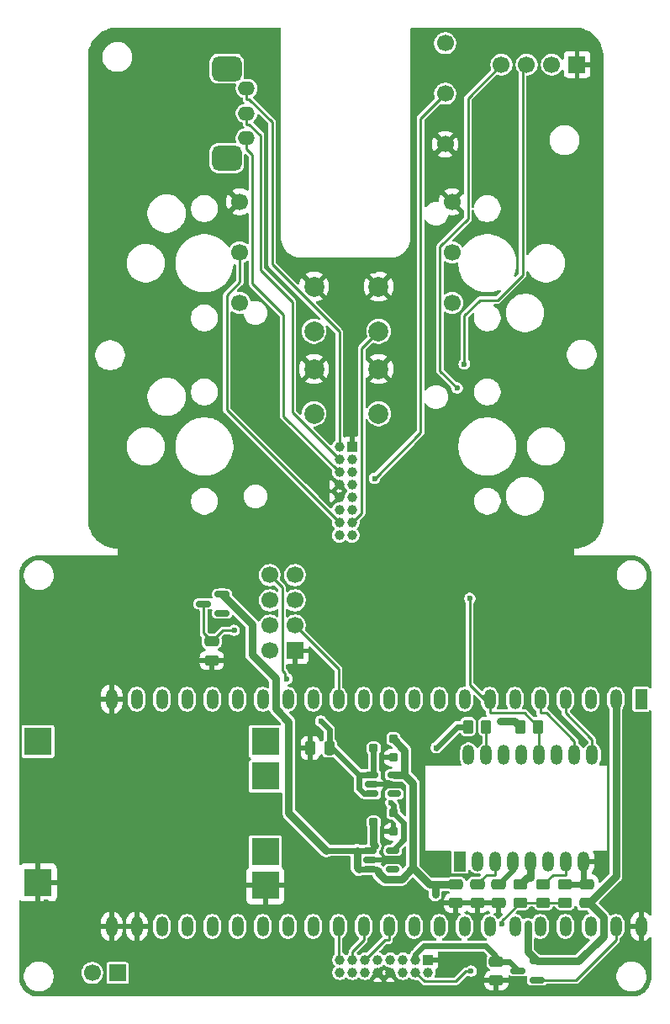
<source format=gtl>
%TF.GenerationSoftware,KiCad,Pcbnew,9.0.2*%
%TF.CreationDate,2025-06-05T16:57:42+02:00*%
%TF.ProjectId,MaSe,4d615365-2e6b-4696-9361-645f70636258,rev?*%
%TF.SameCoordinates,Original*%
%TF.FileFunction,Copper,L1,Top*%
%TF.FilePolarity,Positive*%
%FSLAX46Y46*%
G04 Gerber Fmt 4.6, Leading zero omitted, Abs format (unit mm)*
G04 Created by KiCad (PCBNEW 9.0.2) date 2025-06-05 16:57:42*
%MOMM*%
%LPD*%
G01*
G04 APERTURE LIST*
G04 Aperture macros list*
%AMRoundRect*
0 Rectangle with rounded corners*
0 $1 Rounding radius*
0 $2 $3 $4 $5 $6 $7 $8 $9 X,Y pos of 4 corners*
0 Add a 4 corners polygon primitive as box body*
4,1,4,$2,$3,$4,$5,$6,$7,$8,$9,$2,$3,0*
0 Add four circle primitives for the rounded corners*
1,1,$1+$1,$2,$3*
1,1,$1+$1,$4,$5*
1,1,$1+$1,$6,$7*
1,1,$1+$1,$8,$9*
0 Add four rect primitives between the rounded corners*
20,1,$1+$1,$2,$3,$4,$5,0*
20,1,$1+$1,$4,$5,$6,$7,0*
20,1,$1+$1,$6,$7,$8,$9,0*
20,1,$1+$1,$8,$9,$2,$3,0*%
G04 Aperture macros list end*
%TA.AperFunction,ComponentPad*%
%ADD10R,1.200000X2.000000*%
%TD*%
%TA.AperFunction,ComponentPad*%
%ADD11O,1.200000X2.000000*%
%TD*%
%TA.AperFunction,SMDPad,CuDef*%
%ADD12RoundRect,0.250000X0.475000X-0.250000X0.475000X0.250000X-0.475000X0.250000X-0.475000X-0.250000X0*%
%TD*%
%TA.AperFunction,SMDPad,CuDef*%
%ADD13RoundRect,0.200000X0.250000X0.200000X-0.250000X0.200000X-0.250000X-0.200000X0.250000X-0.200000X0*%
%TD*%
%TA.AperFunction,ComponentPad*%
%ADD14C,1.700000*%
%TD*%
%TA.AperFunction,SMDPad,CuDef*%
%ADD15RoundRect,0.250000X0.250000X0.475000X-0.250000X0.475000X-0.250000X-0.475000X0.250000X-0.475000X0*%
%TD*%
%TA.AperFunction,SMDPad,CuDef*%
%ADD16RoundRect,0.250000X-0.475000X0.250000X-0.475000X-0.250000X0.475000X-0.250000X0.475000X0.250000X0*%
%TD*%
%TA.AperFunction,SMDPad,CuDef*%
%ADD17RoundRect,0.150000X-0.512500X-0.150000X0.512500X-0.150000X0.512500X0.150000X-0.512500X0.150000X0*%
%TD*%
%TA.AperFunction,SMDPad,CuDef*%
%ADD18RoundRect,0.250000X-0.450000X0.262500X-0.450000X-0.262500X0.450000X-0.262500X0.450000X0.262500X0*%
%TD*%
%TA.AperFunction,SMDPad,CuDef*%
%ADD19RoundRect,0.250000X-0.262500X-0.450000X0.262500X-0.450000X0.262500X0.450000X-0.262500X0.450000X0*%
%TD*%
%TA.AperFunction,ComponentPad*%
%ADD20R,1.700000X1.700000*%
%TD*%
%TA.AperFunction,SMDPad,CuDef*%
%ADD21RoundRect,0.150000X0.587500X0.150000X-0.587500X0.150000X-0.587500X-0.150000X0.587500X-0.150000X0*%
%TD*%
%TA.AperFunction,ComponentPad*%
%ADD22C,2.000000*%
%TD*%
%TA.AperFunction,SMDPad,CuDef*%
%ADD23RoundRect,0.250000X0.450000X-0.262500X0.450000X0.262500X-0.450000X0.262500X-0.450000X-0.262500X0*%
%TD*%
%TA.AperFunction,ComponentPad*%
%ADD24RoundRect,0.625000X0.875000X-0.625000X0.875000X0.625000X-0.875000X0.625000X-0.875000X-0.625000X0*%
%TD*%
%TA.AperFunction,ComponentPad*%
%ADD25O,1.700000X1.400000*%
%TD*%
%TA.AperFunction,ComponentPad*%
%ADD26R,1.000000X1.000000*%
%TD*%
%TA.AperFunction,ComponentPad*%
%ADD27C,1.000000*%
%TD*%
%TA.AperFunction,ComponentPad*%
%ADD28R,2.800000X2.800000*%
%TD*%
%TA.AperFunction,ViaPad*%
%ADD29C,0.600000*%
%TD*%
%TA.AperFunction,Conductor*%
%ADD30C,0.600000*%
%TD*%
%TA.AperFunction,Conductor*%
%ADD31C,0.800000*%
%TD*%
%TA.AperFunction,Conductor*%
%ADD32C,0.601000*%
%TD*%
%TA.AperFunction,Conductor*%
%ADD33C,0.254000*%
%TD*%
G04 APERTURE END LIST*
D10*
X65345000Y-98650000D03*
D11*
X67125000Y-98650000D03*
X68905000Y-98650000D03*
X70685000Y-98650000D03*
X72465000Y-98650000D03*
X74245000Y-98650000D03*
X76025000Y-98650000D03*
X77805000Y-98650000D03*
X78695000Y-87950000D03*
X76915000Y-87950000D03*
X75135000Y-87950000D03*
X73355000Y-87950000D03*
X71575000Y-87950000D03*
X69795000Y-87950000D03*
X68015000Y-87950000D03*
X66235000Y-87950000D03*
D12*
X78117500Y-102862500D03*
X78117500Y-100962500D03*
D10*
X83610000Y-82350000D03*
D11*
X81070000Y-82350000D03*
X78530000Y-82350000D03*
X75990000Y-82350000D03*
X73450000Y-82350000D03*
X70910000Y-82350000D03*
X68370000Y-82350000D03*
X65830000Y-82350000D03*
X63290000Y-82350000D03*
X60750000Y-82350000D03*
X58210000Y-82350000D03*
X55670000Y-82350000D03*
X53130000Y-82350000D03*
X50590000Y-82350000D03*
X48050000Y-82350000D03*
X45510000Y-82350000D03*
X42970000Y-82350000D03*
X40430000Y-82350000D03*
X37890000Y-82350000D03*
X35352720Y-82346320D03*
X32812720Y-82346320D03*
X30272720Y-82346320D03*
X30270000Y-105210000D03*
X32810000Y-105210000D03*
X35350000Y-105210000D03*
X37890000Y-105210000D03*
X40430000Y-105210000D03*
X42970000Y-105210000D03*
X45510000Y-105210000D03*
X48050000Y-105210000D03*
X50590000Y-105210000D03*
X53130000Y-105210000D03*
X55670000Y-105210000D03*
X58210000Y-105210000D03*
X60750000Y-105210000D03*
X63290000Y-105210000D03*
X65830000Y-105210000D03*
X68370000Y-105210000D03*
X70910000Y-105210000D03*
X73450000Y-105210000D03*
X75990000Y-105210000D03*
X78530000Y-105210000D03*
X81070000Y-105210000D03*
X83610000Y-105210000D03*
D13*
X58667500Y-88225000D03*
X58667500Y-86325000D03*
X56667500Y-87275000D03*
D14*
X63880000Y-26505000D03*
X63880000Y-21425000D03*
X63880000Y-16345000D03*
D15*
X52217900Y-87250000D03*
X50317900Y-87250000D03*
D16*
X67117500Y-100962500D03*
X67117500Y-102862500D03*
D17*
X56330000Y-97575000D03*
X56330000Y-98525000D03*
X56330000Y-99475000D03*
X58605000Y-99475000D03*
X58605000Y-97575000D03*
D18*
X75967500Y-101000000D03*
X75967500Y-102825000D03*
D16*
X40380000Y-76525000D03*
X40380000Y-78425000D03*
D19*
X71417500Y-85100000D03*
X73242500Y-85100000D03*
D20*
X48744500Y-77475000D03*
D14*
X46204500Y-77475000D03*
X48744500Y-74935000D03*
X46204500Y-74935000D03*
X48744500Y-72395000D03*
X46204500Y-72395000D03*
X48744500Y-69855000D03*
X46204500Y-69855000D03*
D20*
X30875000Y-109900000D03*
D14*
X28335000Y-109900000D03*
D21*
X41417500Y-73687500D03*
X41417500Y-71787500D03*
X39542500Y-72737500D03*
D17*
X56480000Y-89962500D03*
X56480000Y-90912500D03*
X56480000Y-91862500D03*
X58755000Y-91862500D03*
X58755000Y-89962500D03*
D22*
X50680000Y-40825000D03*
X57180000Y-40825000D03*
X50680000Y-45325000D03*
X57180000Y-45325000D03*
D23*
X73767500Y-102825000D03*
X73767500Y-101000000D03*
D16*
X69030000Y-108750000D03*
X69030000Y-110650000D03*
X69267500Y-100962500D03*
X69267500Y-102862500D03*
D14*
X64580000Y-32295000D03*
X64580000Y-37375000D03*
X64580000Y-42455000D03*
D24*
X41880000Y-27895000D03*
X41880000Y-18895000D03*
D25*
X43880000Y-25895000D03*
X43880000Y-23395000D03*
X43880000Y-20895000D03*
D12*
X64967500Y-102862500D03*
X64967500Y-100962500D03*
D13*
X58667500Y-95675000D03*
X58667500Y-93775000D03*
X56667500Y-94725000D03*
D26*
X62175000Y-108565000D03*
D27*
X62175000Y-109835000D03*
X60905000Y-108565000D03*
X60905000Y-109835000D03*
X59635000Y-108565000D03*
X59635000Y-109835000D03*
X58365000Y-108565000D03*
X58365000Y-109835000D03*
X57095000Y-108565000D03*
X57095000Y-109835000D03*
X55825000Y-108565000D03*
X55825000Y-109835000D03*
X54555000Y-108565000D03*
X54555000Y-109835000D03*
X53285000Y-108565000D03*
X53285000Y-109835000D03*
D19*
X66192500Y-85100000D03*
X68017500Y-85100000D03*
D14*
X43180000Y-32295000D03*
X43180000Y-37375000D03*
X43180000Y-42455000D03*
D28*
X22867500Y-86587500D03*
X22867500Y-100787500D03*
X45767500Y-86587500D03*
X45767500Y-101087500D03*
X45767500Y-90087500D03*
X45767500Y-97687500D03*
D22*
X50680000Y-49125000D03*
X57180000Y-49125000D03*
X50680000Y-53625000D03*
X57180000Y-53625000D03*
D23*
X71417500Y-102825000D03*
X71417500Y-101000000D03*
D21*
X73117500Y-110612500D03*
X73117500Y-108712500D03*
X71242500Y-109662500D03*
D20*
X77170000Y-18475000D03*
D14*
X74630000Y-18475000D03*
X72090000Y-18475000D03*
X69550000Y-18475000D03*
D26*
X54500000Y-56945000D03*
D27*
X53230000Y-56945000D03*
X54500000Y-58215000D03*
X53230000Y-58215000D03*
X54500000Y-59485000D03*
X53230000Y-59485000D03*
X54500000Y-60755000D03*
X53230000Y-60755000D03*
X54500000Y-62025000D03*
X53230000Y-62025000D03*
X54500000Y-63295000D03*
X53230000Y-63295000D03*
X54500000Y-64565000D03*
X53230000Y-64565000D03*
X54500000Y-65835000D03*
X53230000Y-65835000D03*
D29*
X71990000Y-77365000D03*
X36430000Y-64665000D03*
X38970000Y-107845000D03*
X79610000Y-110385000D03*
X49130000Y-92605000D03*
X38970000Y-16405000D03*
X28810000Y-100225000D03*
X28810000Y-59585000D03*
X31350000Y-49425000D03*
X33890000Y-84985000D03*
X69450000Y-74825000D03*
X66910000Y-18945000D03*
X46590000Y-107845000D03*
X69450000Y-49425000D03*
X28810000Y-36725000D03*
X74530000Y-29105000D03*
X55600000Y-111800000D03*
X31350000Y-39265000D03*
X74530000Y-79905000D03*
X77200000Y-104100000D03*
X54210000Y-46885000D03*
X41510000Y-24025000D03*
X38970000Y-21485000D03*
X67150000Y-104600000D03*
X79610000Y-79905000D03*
X23730000Y-107845000D03*
X26270000Y-105305000D03*
X33890000Y-110385000D03*
X63500000Y-88400000D03*
X82150000Y-77365000D03*
X56750000Y-102765000D03*
X71990000Y-59585000D03*
X49130000Y-87525000D03*
X69450000Y-16405000D03*
X61830000Y-59585000D03*
X41510000Y-110385000D03*
X26270000Y-69745000D03*
X66910000Y-26565000D03*
X38970000Y-18945000D03*
X26270000Y-87525000D03*
X75050000Y-111650000D03*
X77070000Y-77365000D03*
X56750000Y-67205000D03*
X33890000Y-97685000D03*
X33890000Y-49425000D03*
X28810000Y-64665000D03*
X31350000Y-72285000D03*
X28810000Y-72285000D03*
X64370000Y-79905000D03*
X31350000Y-62125000D03*
X23730000Y-82445000D03*
X26270000Y-92605000D03*
X33890000Y-95145000D03*
X65450000Y-108100000D03*
X61830000Y-18945000D03*
X54210000Y-84985000D03*
X31350000Y-26565000D03*
X79610000Y-77365000D03*
X64370000Y-59585000D03*
X26270000Y-77365000D03*
X41510000Y-102765000D03*
X56750000Y-51965000D03*
X33890000Y-64665000D03*
X74530000Y-72285000D03*
X36430000Y-87525000D03*
X54210000Y-95145000D03*
X74530000Y-77365000D03*
X26270000Y-72285000D03*
X82150000Y-95145000D03*
X61830000Y-67205000D03*
X74530000Y-46885000D03*
X49130000Y-107845000D03*
X28810000Y-29105000D03*
X31350000Y-100225000D03*
X49130000Y-100225000D03*
X26270000Y-79905000D03*
X82150000Y-92605000D03*
X23730000Y-97685000D03*
X36430000Y-59585000D03*
X49130000Y-97685000D03*
X79800000Y-85650000D03*
X66910000Y-67205000D03*
X23730000Y-95145000D03*
X36430000Y-67205000D03*
X33890000Y-44345000D03*
X51670000Y-100225000D03*
X82150000Y-102765000D03*
X54210000Y-67205000D03*
X38970000Y-79905000D03*
X38970000Y-41805000D03*
X28810000Y-84985000D03*
X77070000Y-44345000D03*
X38970000Y-29105000D03*
X33890000Y-18945000D03*
X56750000Y-79905000D03*
X79610000Y-74825000D03*
X77070000Y-79905000D03*
X28810000Y-18945000D03*
X46590000Y-64665000D03*
X41510000Y-87525000D03*
X82150000Y-72285000D03*
X71990000Y-69745000D03*
X59290000Y-84985000D03*
X31350000Y-41805000D03*
X82150000Y-84985000D03*
X79610000Y-72285000D03*
X26270000Y-82445000D03*
X38970000Y-77365000D03*
X61830000Y-16405000D03*
X59290000Y-46885000D03*
X56750000Y-39265000D03*
X33890000Y-24025000D03*
X64370000Y-62125000D03*
X64370000Y-67205000D03*
X28810000Y-82445000D03*
X31350000Y-87525000D03*
X74530000Y-64665000D03*
X36430000Y-72285000D03*
X41510000Y-90065000D03*
X44050000Y-69745000D03*
X26270000Y-97685000D03*
X28810000Y-34185000D03*
X38970000Y-102765000D03*
X79610000Y-69745000D03*
X28810000Y-62125000D03*
X49130000Y-64665000D03*
X33890000Y-31645000D03*
X54210000Y-51965000D03*
X23730000Y-77365000D03*
X31350000Y-74825000D03*
X66910000Y-46885000D03*
X59290000Y-77365000D03*
X69450000Y-24025000D03*
X77070000Y-21485000D03*
X49130000Y-84985000D03*
X49130000Y-39265000D03*
X67100000Y-106100000D03*
X31350000Y-44345000D03*
X74530000Y-44345000D03*
X71990000Y-51965000D03*
X49130000Y-79905000D03*
X74530000Y-41805000D03*
X46590000Y-62125000D03*
X41510000Y-92605000D03*
X28810000Y-74825000D03*
X64370000Y-29105000D03*
X59290000Y-41805000D03*
X51670000Y-51965000D03*
X77070000Y-59585000D03*
X74530000Y-59585000D03*
X31350000Y-24025000D03*
X44050000Y-59585000D03*
X31350000Y-79905000D03*
X77070000Y-51965000D03*
X33890000Y-41805000D03*
X31350000Y-92605000D03*
X23730000Y-79905000D03*
X36430000Y-18945000D03*
X77070000Y-62125000D03*
X54210000Y-41805000D03*
X31350000Y-34185000D03*
X36430000Y-41805000D03*
X82150000Y-79905000D03*
X31350000Y-59585000D03*
X33890000Y-72285000D03*
X36430000Y-79905000D03*
X71990000Y-54505000D03*
X69450000Y-21485000D03*
X23730000Y-105305000D03*
X51670000Y-67205000D03*
X26270000Y-100225000D03*
X74530000Y-49425000D03*
X44050000Y-72285000D03*
X38970000Y-95145000D03*
X28810000Y-77365000D03*
X77070000Y-69745000D03*
X74750000Y-104250000D03*
X51670000Y-46885000D03*
X36430000Y-107845000D03*
X31350000Y-69745000D03*
X31350000Y-54505000D03*
X74530000Y-62125000D03*
X44050000Y-64665000D03*
X38970000Y-69745000D03*
X69450000Y-67205000D03*
X36430000Y-44345000D03*
X38970000Y-64665000D03*
X28810000Y-21485000D03*
X33890000Y-29105000D03*
X41510000Y-84985000D03*
X44050000Y-49425000D03*
X33890000Y-54505000D03*
X59290000Y-49425000D03*
X41510000Y-16405000D03*
X44050000Y-46885000D03*
X28810000Y-26565000D03*
X36430000Y-24025000D03*
X71990000Y-74825000D03*
X61830000Y-77365000D03*
X36430000Y-97685000D03*
X56750000Y-77365000D03*
X77070000Y-41805000D03*
X38970000Y-90065000D03*
X59290000Y-44345000D03*
X74530000Y-31645000D03*
X69450000Y-26565000D03*
X51670000Y-79905000D03*
X31350000Y-57045000D03*
X74530000Y-67205000D03*
X31350000Y-97685000D03*
X26270000Y-102765000D03*
X33890000Y-26565000D03*
X36430000Y-26565000D03*
X74530000Y-21485000D03*
X26270000Y-107845000D03*
X33890000Y-77365000D03*
X77070000Y-74825000D03*
X31350000Y-29105000D03*
X64370000Y-57045000D03*
X38970000Y-87525000D03*
X38970000Y-92605000D03*
X26270000Y-95145000D03*
X33890000Y-90065000D03*
X38970000Y-46885000D03*
X82150000Y-87525000D03*
X33890000Y-79905000D03*
X38970000Y-84985000D03*
X59290000Y-39265000D03*
X31350000Y-21485000D03*
X28810000Y-90065000D03*
X54210000Y-74825000D03*
X59290000Y-102765000D03*
X28810000Y-95145000D03*
X56750000Y-74825000D03*
X54210000Y-39265000D03*
X28810000Y-44345000D03*
X77070000Y-16405000D03*
X61830000Y-64665000D03*
X46590000Y-44345000D03*
X66910000Y-16405000D03*
X54210000Y-49425000D03*
X49130000Y-90065000D03*
X44050000Y-51965000D03*
X54210000Y-79905000D03*
X77070000Y-36725000D03*
X69450000Y-69745000D03*
X36430000Y-90065000D03*
X49130000Y-57045000D03*
X41510000Y-67205000D03*
X77070000Y-39265000D03*
X54210000Y-92605000D03*
X36430000Y-16405000D03*
X63450000Y-108600000D03*
X41510000Y-21485000D03*
X71990000Y-49425000D03*
X23730000Y-74825000D03*
X31350000Y-64665000D03*
X77070000Y-24025000D03*
X74530000Y-24025000D03*
X64370000Y-44345000D03*
X77070000Y-31645000D03*
X77070000Y-64665000D03*
X59290000Y-51965000D03*
X36430000Y-36725000D03*
X74530000Y-16405000D03*
X36430000Y-54505000D03*
X33890000Y-92605000D03*
X28810000Y-39265000D03*
X46590000Y-49425000D03*
X64370000Y-64665000D03*
X23730000Y-90065000D03*
X51670000Y-102765000D03*
X46590000Y-67205000D03*
X67050000Y-86500000D03*
X36430000Y-62125000D03*
X82150000Y-90065000D03*
X28810000Y-31645000D03*
X36430000Y-95145000D03*
X28810000Y-51965000D03*
X51670000Y-95145000D03*
X65100000Y-86550000D03*
X54210000Y-44345000D03*
X54210000Y-77365000D03*
X33890000Y-46885000D03*
X77070000Y-72285000D03*
X46590000Y-46885000D03*
X26270000Y-74825000D03*
X36430000Y-21485000D03*
X28810000Y-102765000D03*
X77070000Y-34185000D03*
X56750000Y-64665000D03*
X51670000Y-74825000D03*
X49130000Y-67205000D03*
X74530000Y-69745000D03*
X54210000Y-102765000D03*
X64370000Y-77365000D03*
X51670000Y-39265000D03*
X36430000Y-69745000D03*
X82150000Y-74825000D03*
X46590000Y-54505000D03*
X51670000Y-90065000D03*
X61830000Y-74825000D03*
X31350000Y-84985000D03*
X28810000Y-57045000D03*
X33890000Y-21485000D03*
X31350000Y-102765000D03*
X31350000Y-36725000D03*
X28810000Y-97685000D03*
X38970000Y-24025000D03*
X61830000Y-79905000D03*
X49130000Y-102765000D03*
X71990000Y-72285000D03*
X59290000Y-79905000D03*
X66910000Y-69745000D03*
X82150000Y-107845000D03*
X28810000Y-79905000D03*
X54210000Y-54505000D03*
X44050000Y-67205000D03*
X33890000Y-74825000D03*
X71990000Y-16405000D03*
X64370000Y-18945000D03*
X23730000Y-102765000D03*
X66910000Y-29105000D03*
X61830000Y-21485000D03*
X77070000Y-54505000D03*
X28810000Y-87525000D03*
X36430000Y-74825000D03*
X28810000Y-69745000D03*
X36430000Y-92605000D03*
X80050000Y-88200000D03*
X74530000Y-74825000D03*
X56750000Y-84985000D03*
X69450000Y-72285000D03*
X28810000Y-49425000D03*
X23730000Y-72285000D03*
X46590000Y-95145000D03*
X66910000Y-64665000D03*
X28810000Y-54505000D03*
X61830000Y-62125000D03*
X44050000Y-18945000D03*
X36430000Y-84985000D03*
X64370000Y-46885000D03*
X59290000Y-74825000D03*
X33890000Y-87525000D03*
X44050000Y-95145000D03*
X36430000Y-110385000D03*
X23730000Y-92605000D03*
X41510000Y-79905000D03*
X59290000Y-67205000D03*
X31350000Y-90065000D03*
X28810000Y-105305000D03*
X33890000Y-67205000D03*
X59290000Y-64665000D03*
X41510000Y-69745000D03*
X38970000Y-26565000D03*
X69450000Y-29105000D03*
X31350000Y-77365000D03*
X31350000Y-95145000D03*
X38970000Y-67205000D03*
X66910000Y-24025000D03*
X28810000Y-41805000D03*
X46590000Y-51965000D03*
X64370000Y-24025000D03*
X36430000Y-77365000D03*
X75350000Y-107450000D03*
X41510000Y-34185000D03*
X33890000Y-69745000D03*
X31350000Y-51965000D03*
X38970000Y-110385000D03*
X77070000Y-29105000D03*
X33890000Y-16405000D03*
X61830000Y-84985000D03*
X77070000Y-57045000D03*
X41510000Y-100225000D03*
X26270000Y-110385000D03*
X28810000Y-92605000D03*
X33890000Y-100225000D03*
X41510000Y-62125000D03*
X44050000Y-16405000D03*
X44050000Y-107845000D03*
X26270000Y-90065000D03*
X59290000Y-62125000D03*
X31350000Y-31645000D03*
X41510000Y-64665000D03*
X69450000Y-64665000D03*
X82150000Y-100225000D03*
X82150000Y-97685000D03*
X28810000Y-24025000D03*
X51670000Y-92605000D03*
X69389200Y-84541900D03*
X72180000Y-104993000D03*
X62884100Y-102030000D03*
X58418200Y-92768600D03*
X62980100Y-87215300D03*
X66365000Y-72208400D03*
X69608700Y-104988000D03*
X56775900Y-60130800D03*
X51352500Y-84541900D03*
X47950000Y-80300000D03*
X65082100Y-51033300D03*
X65806900Y-48617600D03*
X42631800Y-75416600D03*
X66500000Y-109700000D03*
D30*
X77805000Y-100650000D02*
X77805000Y-98650000D01*
X78117500Y-100962000D02*
X77805000Y-100650000D01*
X78080000Y-101000000D02*
X78117500Y-100962000D01*
X75967500Y-101000000D02*
X78080000Y-101000000D01*
D31*
X64967500Y-100962000D02*
X63925800Y-100962000D01*
X73249700Y-108712000D02*
X77276900Y-108712000D01*
X55007200Y-99286100D02*
X55007200Y-97575000D01*
X60637100Y-99317400D02*
X59479700Y-100475000D01*
X73249200Y-108712500D02*
X73249700Y-108712000D01*
X78364800Y-102862000D02*
X78236900Y-102862000D01*
X79800000Y-106189000D02*
X79800000Y-104298000D01*
D32*
X56325200Y-99479800D02*
X56330000Y-99475000D01*
D31*
X59813700Y-89962500D02*
X58755000Y-89962500D01*
D32*
X55007200Y-97575000D02*
X56330000Y-97575000D01*
D31*
X48119400Y-84598700D02*
X48119400Y-93775400D01*
X57131500Y-99822600D02*
X57131500Y-99636000D01*
X72180000Y-104993000D02*
X72180000Y-107775000D01*
X69389200Y-84541900D02*
X70859400Y-84541900D01*
X79800000Y-104298000D02*
X78364800Y-102862000D01*
X63925800Y-100962000D02*
X62884100Y-100962000D01*
D32*
X56811300Y-97093700D02*
X56330000Y-97575000D01*
D31*
X55200900Y-99479800D02*
X55007200Y-99286100D01*
X73117500Y-108712500D02*
X73249200Y-108712500D01*
D32*
X55200900Y-99479800D02*
X56325200Y-99479800D01*
D31*
X55007200Y-97575000D02*
X55007200Y-97570200D01*
X62884100Y-100962000D02*
X62282200Y-100962000D01*
D32*
X56970500Y-99475000D02*
X56330000Y-99475000D01*
D31*
X77276900Y-108712000D02*
X79800000Y-106189000D01*
D32*
X51914200Y-97570200D02*
X55007200Y-97570200D01*
D31*
X62884100Y-102030000D02*
X62884100Y-100962000D01*
X56811300Y-97093700D02*
X56667500Y-96950000D01*
X63925800Y-100962000D02*
X64967000Y-100962000D01*
X56667500Y-96950000D02*
X56667500Y-94725000D01*
X46780000Y-80238500D02*
X46780000Y-83259300D01*
X78118000Y-102862000D02*
X78236900Y-102862000D01*
X58667500Y-86325000D02*
X59813700Y-87471200D01*
X46780000Y-83259300D02*
X48119400Y-84598700D01*
X73117500Y-108712000D02*
X73249700Y-108712000D01*
X59813700Y-87471200D02*
X59813700Y-89962500D01*
X41417500Y-71787500D02*
X44423300Y-74793300D01*
X72465000Y-98650000D02*
X72465000Y-100306000D01*
X44423300Y-77881800D02*
X46780000Y-80238500D01*
X59813700Y-89962500D02*
X60637100Y-90785900D01*
X81070000Y-82350000D02*
X81070000Y-100157000D01*
X48119400Y-93775400D02*
X51914200Y-97570200D01*
X78236900Y-102862000D02*
X78117500Y-102862000D01*
X70859400Y-84541900D02*
X71417500Y-85100000D01*
D32*
X57131500Y-99636000D02*
X56970500Y-99475000D01*
D31*
X72180000Y-107775000D02*
X73117500Y-108712000D01*
X72465000Y-100306000D02*
X72111800Y-100306000D01*
X81070000Y-100157000D02*
X78364800Y-102862000D01*
X59479700Y-100475000D02*
X57783700Y-100475000D01*
X78117500Y-102862500D02*
X78118000Y-102862000D01*
X60637100Y-90785900D02*
X60637100Y-99317400D01*
X62282200Y-100962000D02*
X60637100Y-99317400D01*
X57783700Y-100475000D02*
X57131500Y-99822600D01*
X72111800Y-100306000D02*
X71417500Y-101000000D01*
X64967000Y-100962000D02*
X64967500Y-100962500D01*
X44423300Y-74793300D02*
X44423300Y-77881800D01*
D30*
X70685000Y-99545000D02*
X69267500Y-100962000D01*
X59674000Y-94781500D02*
X59674000Y-96448700D01*
X58667500Y-93775000D02*
X59674000Y-94781500D01*
X66192500Y-85100000D02*
X65095400Y-85100000D01*
X58667500Y-93017900D02*
X58667500Y-93775000D01*
X65095400Y-85100000D02*
X62980100Y-87215300D01*
X70685000Y-98650000D02*
X70685000Y-99545000D01*
X59536500Y-96643500D02*
X58605000Y-97575000D01*
X69267500Y-100962500D02*
X69267500Y-100962000D01*
X59674000Y-96448700D02*
X59536500Y-96586200D01*
X58418200Y-92768600D02*
X58667500Y-93017900D01*
X59536500Y-96586200D02*
X59536500Y-96643500D01*
D33*
X68019400Y-81999400D02*
X68370000Y-82350000D01*
X73355000Y-85212500D02*
X73242500Y-85100000D01*
X68370000Y-83732700D02*
X68370000Y-82350000D01*
X68370000Y-82905900D02*
X67463500Y-81999400D01*
X73355000Y-87950000D02*
X73355000Y-85212500D01*
X67463500Y-81999400D02*
X68019400Y-81999400D01*
X73242500Y-85100000D02*
X71875200Y-83732700D01*
X67463500Y-81999400D02*
X66365000Y-80900900D01*
X66365000Y-80900900D02*
X66365000Y-72208400D01*
X71875200Y-83732700D02*
X68370000Y-83732700D01*
X75990000Y-82350000D02*
X75990000Y-83732700D01*
X75990000Y-83732700D02*
X78695000Y-86437700D01*
X78695000Y-86437700D02*
X78695000Y-87950000D01*
X76915000Y-87950000D02*
X76915000Y-86567300D01*
X76915000Y-86567300D02*
X74080400Y-83732700D01*
X73450000Y-83732700D02*
X73450000Y-82350000D01*
X74080400Y-83732700D02*
X73450000Y-83732700D01*
X68015000Y-87950000D02*
X68015000Y-86567300D01*
X68017500Y-86564800D02*
X68017500Y-85100000D01*
X68015000Y-86567300D02*
X68017500Y-86564800D01*
X67117500Y-100962400D02*
X67117500Y-100962500D01*
X68047300Y-100033000D02*
X68905000Y-100033000D01*
X67582400Y-100497500D02*
X67117500Y-100962400D01*
X67582400Y-100497500D02*
X68047300Y-100033000D01*
X68905000Y-100033000D02*
X68905000Y-98650000D01*
X67117500Y-100962000D02*
X67582400Y-100497500D01*
X76025000Y-98650000D02*
X76025000Y-100033000D01*
X76025000Y-100033000D02*
X74734800Y-100033000D01*
X74734800Y-100033000D02*
X73767500Y-101000000D01*
X41889300Y-41667200D02*
X43180000Y-40376500D01*
X53230000Y-64565000D02*
X41889300Y-53224300D01*
X43180000Y-40376500D02*
X43180000Y-37375000D01*
X41889300Y-53224300D02*
X41889300Y-41667200D01*
X69608700Y-104634000D02*
X71417500Y-102825000D01*
X71417500Y-102825000D02*
X73767500Y-102825000D01*
X69608700Y-104988000D02*
X69608700Y-104634000D01*
X75967500Y-102825000D02*
X73767500Y-102825000D01*
X61387100Y-55519600D02*
X56775900Y-60130800D01*
X63880000Y-21425000D02*
X61387100Y-23917900D01*
X61387100Y-23917900D02*
X61387100Y-55519600D01*
X43880000Y-21977700D02*
X44150700Y-21977700D01*
X43880000Y-20895000D02*
X43880000Y-21977700D01*
X46451800Y-24278800D02*
X46451800Y-38609600D01*
X44150700Y-21977700D02*
X46451800Y-24278800D01*
X53230000Y-45387800D02*
X53230000Y-56945000D01*
X46451800Y-38609600D02*
X53230000Y-45387800D01*
X43880000Y-25895000D02*
X43880000Y-26977700D01*
X47619300Y-53874300D02*
X53230000Y-59485000D01*
X44478500Y-27576200D02*
X44478500Y-40519300D01*
X43880000Y-26977700D02*
X44478500Y-27576200D01*
X47619300Y-43660100D02*
X47619300Y-53874300D01*
X44478500Y-40519300D02*
X47619300Y-43660100D01*
X43880000Y-24477700D02*
X44150700Y-24477700D01*
X45285400Y-39130500D02*
X48502000Y-42347100D01*
X45285400Y-25612400D02*
X45285400Y-39130500D01*
X48502000Y-53487000D02*
X53230000Y-58215000D01*
X43880000Y-23395000D02*
X43880000Y-24477700D01*
X48502000Y-42347100D02*
X48502000Y-53487000D01*
X44150700Y-24477700D02*
X45285400Y-25612400D01*
D30*
X55739900Y-91862500D02*
X56480000Y-91862500D01*
X52217900Y-87250000D02*
X52507600Y-87250000D01*
X52507600Y-87250000D02*
X55220100Y-89962500D01*
X51352500Y-84541900D02*
X52217900Y-85407300D01*
X52217900Y-85407300D02*
X52217900Y-87250000D01*
X55220100Y-89962500D02*
X55220100Y-91342700D01*
X56480000Y-89962500D02*
X56667500Y-89775000D01*
X55220100Y-89962500D02*
X56480000Y-89962500D01*
X55220100Y-91342700D02*
X55739900Y-91862500D01*
X56667500Y-89775000D02*
X56667500Y-87275000D01*
D33*
X53130000Y-79320500D02*
X48744500Y-74935000D01*
X53130000Y-82350000D02*
X53130000Y-79320500D01*
X47739300Y-80089300D02*
X47739300Y-79692400D01*
X47474500Y-71125000D02*
X46204500Y-69855000D01*
X47474500Y-79427600D02*
X47474500Y-71125000D01*
X47950000Y-80300000D02*
X47739300Y-80089300D01*
X47739300Y-79692400D02*
X47474500Y-79427600D01*
X63343000Y-36833300D02*
X66168000Y-34008300D01*
X66168000Y-34008300D02*
X66168000Y-21857000D01*
X63343000Y-49294200D02*
X63343000Y-36833300D01*
X65082100Y-51033300D02*
X63343000Y-49294200D01*
X66168000Y-21857000D02*
X69550000Y-18475000D01*
X65806900Y-43770700D02*
X67385400Y-42192200D01*
X69148300Y-42192200D02*
X71688200Y-39652300D01*
X71688200Y-18876800D02*
X72090000Y-18475000D01*
X67385400Y-42192200D02*
X69148300Y-42192200D01*
X65806900Y-48617600D02*
X65806900Y-43770700D01*
X71688200Y-39652300D02*
X71688200Y-18876800D01*
X42631800Y-75416600D02*
X41488400Y-75416600D01*
X39542500Y-75687500D02*
X39542500Y-72737500D01*
X40380000Y-76525000D02*
X39542500Y-75687500D01*
X41488400Y-75416600D02*
X40380000Y-76525000D01*
X75083900Y-110612000D02*
X77050200Y-110612000D01*
X81070000Y-106593000D02*
X81070000Y-105210000D01*
X77050200Y-110612000D02*
X81070000Y-106593000D01*
X73117500Y-110612000D02*
X75083900Y-110612000D01*
X73118000Y-110612000D02*
X73117500Y-110612500D01*
X75083900Y-110612000D02*
X73118000Y-110612000D01*
X57180000Y-45325000D02*
X55463700Y-47041300D01*
X55463700Y-63601300D02*
X54500000Y-64565000D01*
X55463700Y-47041300D02*
X55463700Y-63601300D01*
X57797300Y-106593000D02*
X58210000Y-106593000D01*
X55825000Y-108565000D02*
X57797300Y-106593000D01*
X58210000Y-106593000D02*
X58210000Y-105210000D01*
X54555000Y-108565000D02*
X54555000Y-107708000D01*
X54555000Y-107708000D02*
X55670000Y-106593000D01*
X55670000Y-106593000D02*
X55670000Y-105210000D01*
X53130000Y-108410000D02*
X53130000Y-105210000D01*
X53285000Y-108565000D02*
X53130000Y-108410000D01*
X64946100Y-110732000D02*
X61802100Y-110732000D01*
X65978100Y-109700000D02*
X64946100Y-110732000D01*
X61802100Y-110732000D02*
X60905000Y-109835000D01*
X66500000Y-109700000D02*
X65978100Y-109700000D01*
D30*
X61745900Y-107182000D02*
X60905000Y-108023000D01*
X69030000Y-108750000D02*
X70330000Y-108750000D01*
X69030000Y-108217000D02*
X67995000Y-107182000D01*
X60905000Y-108023000D02*
X60905000Y-108565000D01*
X70330000Y-108750000D02*
X70877500Y-109297200D01*
X70877500Y-109297200D02*
X71242500Y-109662200D01*
X69030000Y-108750000D02*
X69030000Y-108217000D01*
X67995000Y-107182000D02*
X61745900Y-107182000D01*
X70877500Y-109297200D02*
X71242500Y-109662000D01*
X71242500Y-109662200D02*
X71242500Y-109662500D01*
%TA.AperFunction,Conductor*%
G36*
X77084815Y-103147321D02*
G01*
X77134220Y-103196726D01*
X77140818Y-103213919D01*
X77141748Y-103213573D01*
X77195155Y-103356761D01*
X77195156Y-103356764D01*
X77195158Y-103356767D01*
X77224247Y-103395626D01*
X77282095Y-103472904D01*
X77339943Y-103516207D01*
X77398233Y-103559842D01*
X77534158Y-103610540D01*
X77594245Y-103617000D01*
X78142650Y-103616999D01*
X78172106Y-103625647D01*
X78202107Y-103632183D01*
X78207099Y-103635922D01*
X78209689Y-103636683D01*
X78230356Y-103653342D01*
X78354060Y-103777115D01*
X78387528Y-103838448D01*
X78382524Y-103908138D01*
X78340637Y-103964060D01*
X78290548Y-103986389D01*
X78280753Y-103988337D01*
X78280750Y-103988338D01*
X78125244Y-104052750D01*
X78125235Y-104052755D01*
X77985288Y-104146265D01*
X77985284Y-104146268D01*
X77866268Y-104265284D01*
X77866265Y-104265288D01*
X77772755Y-104405235D01*
X77772750Y-104405244D01*
X77708338Y-104560750D01*
X77708336Y-104560758D01*
X77675500Y-104725834D01*
X77675500Y-105694165D01*
X77708336Y-105859241D01*
X77708338Y-105859249D01*
X77772750Y-106014755D01*
X77772755Y-106014764D01*
X77866265Y-106154711D01*
X77866268Y-106154715D01*
X77985284Y-106273731D01*
X77985288Y-106273734D01*
X78125235Y-106367244D01*
X78125241Y-106367247D01*
X78125242Y-106367248D01*
X78280751Y-106431662D01*
X78345942Y-106444629D01*
X78407852Y-106477013D01*
X78442426Y-106537728D01*
X78438687Y-106607498D01*
X78409430Y-106653929D01*
X77042123Y-108021183D01*
X76980799Y-108054667D01*
X76954443Y-108057500D01*
X73439845Y-108057500D01*
X73372806Y-108037815D01*
X73352187Y-108021205D01*
X72870842Y-107540116D01*
X72837341Y-107478801D01*
X72834500Y-107452411D01*
X72834500Y-106458423D01*
X72854185Y-106391384D01*
X72906989Y-106345629D01*
X72976147Y-106335685D01*
X73027391Y-106355321D01*
X73045235Y-106367244D01*
X73045241Y-106367247D01*
X73045242Y-106367248D01*
X73200751Y-106431662D01*
X73335288Y-106458423D01*
X73365834Y-106464499D01*
X73365838Y-106464500D01*
X73365839Y-106464500D01*
X73534162Y-106464500D01*
X73534163Y-106464499D01*
X73699249Y-106431662D01*
X73854758Y-106367248D01*
X73994712Y-106273734D01*
X74113734Y-106154712D01*
X74207248Y-106014758D01*
X74271662Y-105859249D01*
X74304500Y-105694161D01*
X74304500Y-104725839D01*
X74304499Y-104725834D01*
X75135500Y-104725834D01*
X75135500Y-105694165D01*
X75168336Y-105859241D01*
X75168338Y-105859249D01*
X75232750Y-106014755D01*
X75232755Y-106014764D01*
X75326265Y-106154711D01*
X75326268Y-106154715D01*
X75445284Y-106273731D01*
X75445288Y-106273734D01*
X75585235Y-106367244D01*
X75585241Y-106367247D01*
X75585242Y-106367248D01*
X75740751Y-106431662D01*
X75875288Y-106458423D01*
X75905834Y-106464499D01*
X75905838Y-106464500D01*
X75905839Y-106464500D01*
X76074162Y-106464500D01*
X76074163Y-106464499D01*
X76239249Y-106431662D01*
X76394758Y-106367248D01*
X76534712Y-106273734D01*
X76653734Y-106154712D01*
X76747248Y-106014758D01*
X76811662Y-105859249D01*
X76844500Y-105694161D01*
X76844500Y-104725839D01*
X76811662Y-104560751D01*
X76747248Y-104405242D01*
X76747247Y-104405241D01*
X76747244Y-104405235D01*
X76653734Y-104265288D01*
X76653731Y-104265284D01*
X76534715Y-104146268D01*
X76534711Y-104146265D01*
X76394764Y-104052755D01*
X76394755Y-104052750D01*
X76239249Y-103988338D01*
X76239241Y-103988336D01*
X76074165Y-103955500D01*
X76074161Y-103955500D01*
X75905839Y-103955500D01*
X75905834Y-103955500D01*
X75740758Y-103988336D01*
X75740750Y-103988338D01*
X75585244Y-104052750D01*
X75585235Y-104052755D01*
X75445288Y-104146265D01*
X75445284Y-104146268D01*
X75326268Y-104265284D01*
X75326265Y-104265288D01*
X75232755Y-104405235D01*
X75232750Y-104405244D01*
X75168338Y-104560750D01*
X75168336Y-104560758D01*
X75135500Y-104725834D01*
X74304499Y-104725834D01*
X74271662Y-104560751D01*
X74207248Y-104405242D01*
X74207247Y-104405241D01*
X74207244Y-104405235D01*
X74113734Y-104265288D01*
X74113731Y-104265284D01*
X73994715Y-104146268D01*
X73994711Y-104146265D01*
X73854764Y-104052755D01*
X73854755Y-104052750D01*
X73699249Y-103988338D01*
X73699241Y-103988336D01*
X73534165Y-103955500D01*
X73534161Y-103955500D01*
X73365839Y-103955500D01*
X73365834Y-103955500D01*
X73200758Y-103988336D01*
X73200750Y-103988338D01*
X73045244Y-104052750D01*
X73045235Y-104052755D01*
X72905288Y-104146265D01*
X72905284Y-104146268D01*
X72786268Y-104265284D01*
X72695488Y-104401145D01*
X72641875Y-104445949D01*
X72572550Y-104454656D01*
X72523496Y-104435356D01*
X72514313Y-104429220D01*
X72490022Y-104412989D01*
X72490018Y-104412987D01*
X72490016Y-104412986D01*
X72490017Y-104412986D01*
X72370912Y-104363652D01*
X72370903Y-104363649D01*
X72244467Y-104338500D01*
X72244463Y-104338500D01*
X72115537Y-104338500D01*
X72115532Y-104338500D01*
X71989096Y-104363649D01*
X71989087Y-104363652D01*
X71869982Y-104412986D01*
X71869977Y-104412989D01*
X71836502Y-104435356D01*
X71769824Y-104456233D01*
X71702444Y-104437747D01*
X71664511Y-104401144D01*
X71573734Y-104265288D01*
X71573731Y-104265284D01*
X71454715Y-104146268D01*
X71454711Y-104146265D01*
X71314764Y-104052755D01*
X71314755Y-104052750D01*
X71159249Y-103988338D01*
X71159241Y-103988336D01*
X71081927Y-103972957D01*
X71072925Y-103968248D01*
X71062791Y-103967524D01*
X71042486Y-103952326D01*
X71020016Y-103940572D01*
X71014989Y-103931744D01*
X71006855Y-103925656D01*
X70997990Y-103901893D01*
X70985441Y-103879856D01*
X70985984Y-103869711D01*
X70982434Y-103860193D01*
X70987823Y-103835413D01*
X70989181Y-103810087D01*
X70995519Y-103800027D01*
X70997283Y-103791919D01*
X71018432Y-103763664D01*
X71024143Y-103757953D01*
X71153758Y-103628322D01*
X71215079Y-103594834D01*
X71241444Y-103591999D01*
X71915751Y-103591999D01*
X71915754Y-103591999D01*
X71975842Y-103585540D01*
X72111767Y-103534842D01*
X72227904Y-103447904D01*
X72314842Y-103331767D01*
X72331478Y-103287165D01*
X72373350Y-103231232D01*
X72438814Y-103206816D01*
X72447659Y-103206500D01*
X72737341Y-103206500D01*
X72804380Y-103226185D01*
X72850135Y-103278989D01*
X72853522Y-103287165D01*
X72870158Y-103331767D01*
X72888868Y-103356761D01*
X72957095Y-103447904D01*
X73014943Y-103491207D01*
X73073233Y-103534842D01*
X73209158Y-103585540D01*
X73269245Y-103592000D01*
X74265754Y-103591999D01*
X74325842Y-103585540D01*
X74461767Y-103534842D01*
X74577904Y-103447904D01*
X74664842Y-103331767D01*
X74681478Y-103287165D01*
X74694746Y-103269440D01*
X74703946Y-103249297D01*
X74715278Y-103242014D01*
X74723350Y-103231232D01*
X74744095Y-103223494D01*
X74762724Y-103211523D01*
X74784643Y-103208371D01*
X74788814Y-103206816D01*
X74797659Y-103206500D01*
X74937341Y-103206500D01*
X75004380Y-103226185D01*
X75050135Y-103278989D01*
X75053522Y-103287165D01*
X75070158Y-103331767D01*
X75088868Y-103356761D01*
X75157095Y-103447904D01*
X75214943Y-103491207D01*
X75273233Y-103534842D01*
X75409158Y-103585540D01*
X75469245Y-103592000D01*
X76465754Y-103591999D01*
X76525842Y-103585540D01*
X76661767Y-103534842D01*
X76777904Y-103447904D01*
X76864842Y-103331767D01*
X76909208Y-103212816D01*
X76951077Y-103156886D01*
X77016542Y-103132469D01*
X77084815Y-103147321D01*
G37*
%TD.AperFunction*%
%TA.AperFunction,Conductor*%
G36*
X78060539Y-100732185D02*
G01*
X78106294Y-100784989D01*
X78117500Y-100836500D01*
X78117500Y-101088500D01*
X78097815Y-101155539D01*
X78045011Y-101201294D01*
X77993500Y-101212500D01*
X77297500Y-101212500D01*
X77296319Y-101213681D01*
X77234996Y-101247166D01*
X77208638Y-101250000D01*
X76091500Y-101250000D01*
X76024461Y-101230315D01*
X75978706Y-101177511D01*
X75967500Y-101126000D01*
X75967500Y-100874000D01*
X75987185Y-100806961D01*
X76039989Y-100761206D01*
X76091500Y-100750000D01*
X76762500Y-100750000D01*
X76763681Y-100748819D01*
X76825004Y-100715334D01*
X76851362Y-100712500D01*
X77993500Y-100712500D01*
X78060539Y-100732185D01*
G37*
%TD.AperFunction*%
%TA.AperFunction,Conductor*%
G36*
X44033974Y-38209387D02*
G01*
X44082669Y-38259493D01*
X44097000Y-38317360D01*
X44097000Y-40569525D01*
X44122999Y-40666554D01*
X44160785Y-40732001D01*
X44165999Y-40741033D01*
X44166001Y-40741037D01*
X44173222Y-40753544D01*
X44173225Y-40753549D01*
X47201481Y-43781804D01*
X47234966Y-43843127D01*
X47237800Y-43869485D01*
X47237800Y-53924525D01*
X47257299Y-53997296D01*
X47263799Y-54021555D01*
X47263802Y-54021560D01*
X47294788Y-54075231D01*
X47294789Y-54075231D01*
X47314024Y-54108547D01*
X47314026Y-54108549D01*
X52451970Y-59246493D01*
X52485455Y-59307816D01*
X52485907Y-59358363D01*
X52475500Y-59410687D01*
X52475500Y-59559316D01*
X52504493Y-59705072D01*
X52504495Y-59705080D01*
X52561371Y-59842391D01*
X52643939Y-59965964D01*
X52643945Y-59965971D01*
X52749028Y-60071054D01*
X52749035Y-60071060D01*
X52872608Y-60153628D01*
X52872609Y-60153628D01*
X52872610Y-60153629D01*
X53009920Y-60210505D01*
X53009926Y-60210506D01*
X53015752Y-60212274D01*
X53015372Y-60213526D01*
X53071308Y-60242783D01*
X53072891Y-60244338D01*
X53258554Y-60430000D01*
X53187213Y-60430000D01*
X53104555Y-60452149D01*
X53030446Y-60494936D01*
X52969936Y-60555446D01*
X52927149Y-60629555D01*
X52905000Y-60712213D01*
X52905000Y-60797787D01*
X52927149Y-60880445D01*
X52969936Y-60954554D01*
X53030446Y-61015064D01*
X53104555Y-61057851D01*
X53187213Y-61080000D01*
X53272787Y-61080000D01*
X53355445Y-61057851D01*
X53429554Y-61015064D01*
X53490064Y-60954554D01*
X53532851Y-60880445D01*
X53555000Y-60797787D01*
X53555000Y-60726446D01*
X53740662Y-60912109D01*
X53771988Y-60969478D01*
X53772728Y-60969254D01*
X53773805Y-60972807D01*
X53774147Y-60973432D01*
X53774479Y-60975028D01*
X53774495Y-60975080D01*
X53831371Y-61112391D01*
X53913939Y-61235964D01*
X53913945Y-61235971D01*
X53980293Y-61302319D01*
X54013778Y-61363642D01*
X54008794Y-61433334D01*
X53980293Y-61477681D01*
X53913945Y-61544028D01*
X53913939Y-61544035D01*
X53831371Y-61667608D01*
X53774496Y-61804916D01*
X53772729Y-61810743D01*
X53771481Y-61810364D01*
X53742202Y-61866322D01*
X53740663Y-61867889D01*
X53555000Y-62053553D01*
X53555000Y-61982213D01*
X53532851Y-61899555D01*
X53490064Y-61825446D01*
X53429554Y-61764936D01*
X53355445Y-61722149D01*
X53272787Y-61700000D01*
X53187213Y-61700000D01*
X53104555Y-61722149D01*
X53030446Y-61764936D01*
X52969936Y-61825446D01*
X52927149Y-61899555D01*
X52905000Y-61982213D01*
X52905000Y-62067787D01*
X52927149Y-62150445D01*
X52969936Y-62224554D01*
X53030446Y-62285064D01*
X53104555Y-62327851D01*
X53187213Y-62350000D01*
X53258554Y-62350000D01*
X53072889Y-62535663D01*
X53015518Y-62566988D01*
X53015743Y-62567729D01*
X53012188Y-62568807D01*
X53011566Y-62569147D01*
X53009976Y-62569478D01*
X53009916Y-62569496D01*
X52872608Y-62626371D01*
X52749035Y-62708939D01*
X52749028Y-62708945D01*
X52643945Y-62814028D01*
X52643939Y-62814035D01*
X52561372Y-62937606D01*
X52509596Y-63062604D01*
X52465754Y-63117007D01*
X52399460Y-63139071D01*
X52331761Y-63121791D01*
X52307354Y-63102831D01*
X51131027Y-61926504D01*
X52230000Y-61926504D01*
X52230000Y-62123495D01*
X52268427Y-62316681D01*
X52268430Y-62316693D01*
X52343808Y-62498673D01*
X52343809Y-62498675D01*
X52367425Y-62534019D01*
X52876446Y-62025000D01*
X52876446Y-62024999D01*
X52367426Y-61515979D01*
X52343813Y-61551318D01*
X52343809Y-61551325D01*
X52268429Y-61733310D01*
X52268427Y-61733318D01*
X52230000Y-61926504D01*
X51131027Y-61926504D01*
X50594523Y-61390000D01*
X52948553Y-61390000D01*
X53230000Y-61671446D01*
X53230001Y-61671446D01*
X53511446Y-61390001D01*
X53511446Y-61389999D01*
X53230001Y-61108553D01*
X53230000Y-61108553D01*
X52948553Y-61390000D01*
X50594523Y-61390000D01*
X49861027Y-60656504D01*
X52230000Y-60656504D01*
X52230000Y-60853495D01*
X52268427Y-61046681D01*
X52268430Y-61046693D01*
X52343808Y-61228673D01*
X52343809Y-61228675D01*
X52367425Y-61264019D01*
X52380488Y-61250957D01*
X52876446Y-60755000D01*
X52876446Y-60754999D01*
X52367426Y-60245978D01*
X52367426Y-60245979D01*
X52343813Y-60281318D01*
X52343809Y-60281325D01*
X52268429Y-60463310D01*
X52268427Y-60463318D01*
X52230000Y-60656504D01*
X49861027Y-60656504D01*
X42307119Y-53102596D01*
X42273634Y-53041273D01*
X42270800Y-53014915D01*
X42270800Y-43403027D01*
X42290485Y-43335988D01*
X42343289Y-43290233D01*
X42412447Y-43280289D01*
X42467683Y-43302707D01*
X42601116Y-43399653D01*
X42730199Y-43465424D01*
X42756021Y-43478581D01*
X42921358Y-43532302D01*
X42921359Y-43532302D01*
X42921362Y-43532303D01*
X43093074Y-43559500D01*
X43093075Y-43559500D01*
X43266925Y-43559500D01*
X43266926Y-43559500D01*
X43354827Y-43545577D01*
X43443450Y-43531541D01*
X43443629Y-43532675D01*
X43507994Y-43535885D01*
X43564818Y-43576540D01*
X43589650Y-43633575D01*
X43609060Y-43756119D01*
X43667454Y-43935836D01*
X43738003Y-44074294D01*
X43753240Y-44104199D01*
X43864310Y-44257073D01*
X43997927Y-44390690D01*
X44150801Y-44501760D01*
X44230347Y-44542290D01*
X44319163Y-44587545D01*
X44319165Y-44587545D01*
X44319168Y-44587547D01*
X44415497Y-44618846D01*
X44498881Y-44645940D01*
X44685514Y-44675500D01*
X44685519Y-44675500D01*
X44874486Y-44675500D01*
X45061118Y-44645940D01*
X45240832Y-44587547D01*
X45409199Y-44501760D01*
X45562073Y-44390690D01*
X45695690Y-44257073D01*
X45806760Y-44104199D01*
X45892547Y-43935832D01*
X45950940Y-43756118D01*
X45966360Y-43658759D01*
X45980500Y-43569486D01*
X45980500Y-43380513D01*
X45950940Y-43193881D01*
X45892545Y-43014163D01*
X45811315Y-42854741D01*
X45806760Y-42845801D01*
X45695690Y-42692927D01*
X45562073Y-42559310D01*
X45409199Y-42448240D01*
X45366428Y-42426447D01*
X45240836Y-42362454D01*
X45061118Y-42304059D01*
X44874486Y-42274500D01*
X44874481Y-42274500D01*
X44685519Y-42274500D01*
X44685514Y-42274500D01*
X44498880Y-42304060D01*
X44498877Y-42304060D01*
X44423428Y-42328576D01*
X44353587Y-42330571D01*
X44293754Y-42294491D01*
X44262926Y-42231790D01*
X44262665Y-42230219D01*
X44257303Y-42196362D01*
X44257301Y-42196357D01*
X44257301Y-42196354D01*
X44203581Y-42031021D01*
X44130161Y-41886926D01*
X44124653Y-41876116D01*
X44022465Y-41735467D01*
X43899533Y-41612535D01*
X43758884Y-41510347D01*
X43675687Y-41467956D01*
X43603978Y-41431418D01*
X43438641Y-41377697D01*
X43305755Y-41356650D01*
X43266926Y-41350500D01*
X43093074Y-41350500D01*
X43057046Y-41356206D01*
X42987753Y-41347251D01*
X42934301Y-41302255D01*
X42913662Y-41235503D01*
X42932387Y-41168189D01*
X42949964Y-41146056D01*
X43404037Y-40691984D01*
X43404042Y-40691980D01*
X43414245Y-40681776D01*
X43414247Y-40681776D01*
X43485276Y-40610747D01*
X43535501Y-40523754D01*
X43561500Y-40426725D01*
X43561500Y-38496212D01*
X43581185Y-38429173D01*
X43629206Y-38385727D01*
X43649516Y-38375379D01*
X43758884Y-38319653D01*
X43899533Y-38217465D01*
X43899536Y-38217461D01*
X43900114Y-38217042D01*
X43965920Y-38193562D01*
X44033974Y-38209387D01*
G37*
%TD.AperFunction*%
%TA.AperFunction,Conductor*%
G36*
X45125004Y-23508700D02*
G01*
X45171433Y-23537956D01*
X46033981Y-24400504D01*
X46067466Y-24461827D01*
X46070300Y-24488185D01*
X46070300Y-38659825D01*
X46089799Y-38732596D01*
X46096299Y-38756855D01*
X46096300Y-38756856D01*
X46106775Y-38774999D01*
X46146524Y-38843847D01*
X49415531Y-42112854D01*
X51245957Y-43943279D01*
X51279442Y-44004602D01*
X51274458Y-44074294D01*
X51232586Y-44130227D01*
X51167122Y-44154644D01*
X51119958Y-44148891D01*
X50973764Y-44101389D01*
X50778736Y-44070500D01*
X50778731Y-44070500D01*
X50581269Y-44070500D01*
X50581264Y-44070500D01*
X50386236Y-44101389D01*
X50198441Y-44162408D01*
X50022495Y-44252058D01*
X49862753Y-44368115D01*
X49723115Y-44507753D01*
X49607058Y-44667495D01*
X49517408Y-44843441D01*
X49456389Y-45031236D01*
X49425500Y-45226263D01*
X49425500Y-45423736D01*
X49456389Y-45618763D01*
X49517408Y-45806558D01*
X49517409Y-45806561D01*
X49524273Y-45820032D01*
X49607058Y-45982504D01*
X49723115Y-46142246D01*
X49862753Y-46281884D01*
X50012234Y-46390486D01*
X50022499Y-46397944D01*
X50198439Y-46487591D01*
X50323637Y-46528270D01*
X50386236Y-46548610D01*
X50581264Y-46579500D01*
X50581269Y-46579500D01*
X50778736Y-46579500D01*
X50973763Y-46548610D01*
X51161561Y-46487591D01*
X51337501Y-46397944D01*
X51427192Y-46332779D01*
X51497246Y-46281884D01*
X51497248Y-46281881D01*
X51497252Y-46281879D01*
X51636879Y-46142252D01*
X51636881Y-46142248D01*
X51636884Y-46142246D01*
X51687779Y-46072192D01*
X51752944Y-45982501D01*
X51842591Y-45806561D01*
X51903610Y-45618763D01*
X51907028Y-45597184D01*
X51934500Y-45423736D01*
X51934500Y-45226263D01*
X51903610Y-45031236D01*
X51856108Y-44885041D01*
X51854113Y-44815200D01*
X51890193Y-44755367D01*
X51952894Y-44724539D01*
X52022308Y-44732504D01*
X52061720Y-44759042D01*
X52812181Y-45509503D01*
X52845666Y-45570826D01*
X52848500Y-45597184D01*
X52848500Y-56226200D01*
X52828815Y-56293239D01*
X52793391Y-56329302D01*
X52749034Y-56358940D01*
X52749030Y-56358943D01*
X52643945Y-56464028D01*
X52643939Y-56464035D01*
X52561372Y-56587606D01*
X52509596Y-56712604D01*
X52465754Y-56767007D01*
X52399460Y-56789071D01*
X52331761Y-56771791D01*
X52307354Y-56752831D01*
X50645704Y-55091181D01*
X50612219Y-55029858D01*
X50617203Y-54960166D01*
X50659075Y-54904233D01*
X50724539Y-54879816D01*
X50733385Y-54879500D01*
X50778736Y-54879500D01*
X50973763Y-54848610D01*
X51161561Y-54787591D01*
X51337501Y-54697944D01*
X51427192Y-54632779D01*
X51497246Y-54581884D01*
X51497248Y-54581881D01*
X51497252Y-54581879D01*
X51636879Y-54442252D01*
X51636881Y-54442248D01*
X51636884Y-54442246D01*
X51687779Y-54372192D01*
X51752944Y-54282501D01*
X51842591Y-54106561D01*
X51903610Y-53918763D01*
X51919640Y-53817553D01*
X51934500Y-53723736D01*
X51934500Y-53526263D01*
X51903610Y-53331236D01*
X51860089Y-53197294D01*
X51842591Y-53143439D01*
X51752944Y-52967499D01*
X51741508Y-52951759D01*
X51636884Y-52807753D01*
X51497246Y-52668115D01*
X51337504Y-52552058D01*
X51337503Y-52552057D01*
X51337501Y-52552056D01*
X51161561Y-52462409D01*
X51139094Y-52455109D01*
X50973763Y-52401389D01*
X50778736Y-52370500D01*
X50778731Y-52370500D01*
X50581269Y-52370500D01*
X50581264Y-52370500D01*
X50386236Y-52401389D01*
X50198441Y-52462408D01*
X50022495Y-52552058D01*
X49862753Y-52668115D01*
X49723115Y-52807753D01*
X49607058Y-52967495D01*
X49607057Y-52967497D01*
X49607056Y-52967499D01*
X49526550Y-53125500D01*
X49517408Y-53143441D01*
X49456389Y-53331236D01*
X49425500Y-53526263D01*
X49425500Y-53571615D01*
X49405815Y-53638654D01*
X49353011Y-53684409D01*
X49283853Y-53694353D01*
X49220297Y-53665328D01*
X49213819Y-53659296D01*
X48919819Y-53365296D01*
X48886334Y-53303973D01*
X48883500Y-53277615D01*
X48883500Y-49006947D01*
X49180000Y-49006947D01*
X49180000Y-49243052D01*
X49216934Y-49476247D01*
X49289897Y-49700802D01*
X49397087Y-49911174D01*
X49457338Y-49994104D01*
X49457340Y-49994105D01*
X50156212Y-49295233D01*
X50167482Y-49337292D01*
X50239890Y-49462708D01*
X50342292Y-49565110D01*
X50467708Y-49637518D01*
X50509765Y-49648787D01*
X49810893Y-50347658D01*
X49893828Y-50407914D01*
X50104197Y-50515102D01*
X50328752Y-50588065D01*
X50328751Y-50588065D01*
X50561948Y-50625000D01*
X50798052Y-50625000D01*
X51031247Y-50588065D01*
X51255802Y-50515102D01*
X51466163Y-50407918D01*
X51466169Y-50407914D01*
X51549104Y-50347658D01*
X51549105Y-50347658D01*
X50850233Y-49648787D01*
X50892292Y-49637518D01*
X51017708Y-49565110D01*
X51120110Y-49462708D01*
X51192518Y-49337292D01*
X51203787Y-49295234D01*
X51902658Y-49994105D01*
X51902658Y-49994104D01*
X51962914Y-49911169D01*
X51962918Y-49911163D01*
X52070102Y-49700802D01*
X52143065Y-49476247D01*
X52180000Y-49243052D01*
X52180000Y-49006947D01*
X52143065Y-48773752D01*
X52070102Y-48549197D01*
X51962914Y-48338828D01*
X51902658Y-48255894D01*
X51902658Y-48255893D01*
X51203787Y-48954765D01*
X51192518Y-48912708D01*
X51120110Y-48787292D01*
X51017708Y-48684890D01*
X50892292Y-48612482D01*
X50850234Y-48601212D01*
X51549105Y-47902340D01*
X51549104Y-47902338D01*
X51466174Y-47842087D01*
X51255802Y-47734897D01*
X51031247Y-47661934D01*
X51031248Y-47661934D01*
X50798052Y-47625000D01*
X50561948Y-47625000D01*
X50328752Y-47661934D01*
X50104197Y-47734897D01*
X49893830Y-47842084D01*
X49810894Y-47902340D01*
X50509766Y-48601212D01*
X50467708Y-48612482D01*
X50342292Y-48684890D01*
X50239890Y-48787292D01*
X50167482Y-48912708D01*
X50156212Y-48954766D01*
X49457340Y-48255894D01*
X49397084Y-48338830D01*
X49289897Y-48549197D01*
X49216934Y-48773752D01*
X49180000Y-49006947D01*
X48883500Y-49006947D01*
X48883500Y-42296877D01*
X48883500Y-42296875D01*
X48857501Y-42199846D01*
X48807276Y-42112853D01*
X48736247Y-42041824D01*
X48731916Y-42037493D01*
X48731905Y-42037483D01*
X45703219Y-39008796D01*
X45669734Y-38947473D01*
X45666900Y-38921115D01*
X45666900Y-25562177D01*
X45666900Y-25562175D01*
X45640901Y-25465146D01*
X45590676Y-25378153D01*
X45519647Y-25307124D01*
X44571739Y-24359216D01*
X44538254Y-24297893D01*
X44543238Y-24228201D01*
X44585110Y-24172268D01*
X44590513Y-24168443D01*
X44638458Y-24136408D01*
X44771408Y-24003458D01*
X44875867Y-23847125D01*
X44947819Y-23673417D01*
X44962135Y-23601442D01*
X44994519Y-23539535D01*
X45055235Y-23504961D01*
X45125004Y-23508700D01*
G37*
%TD.AperFunction*%
%TA.AperFunction,Conductor*%
G36*
X47297539Y-14770185D02*
G01*
X47343294Y-14822989D01*
X47354500Y-14874500D01*
X47354500Y-36007751D01*
X47354501Y-36007767D01*
X47389156Y-36271001D01*
X47457879Y-36527478D01*
X47559481Y-36772768D01*
X47559489Y-36772785D01*
X47692240Y-37002714D01*
X47692251Y-37002730D01*
X47853879Y-37213368D01*
X47853885Y-37213375D01*
X48041624Y-37401114D01*
X48041631Y-37401120D01*
X48094224Y-37441476D01*
X48252278Y-37562755D01*
X48252285Y-37562759D01*
X48482214Y-37695510D01*
X48482219Y-37695512D01*
X48482222Y-37695514D01*
X48482226Y-37695515D01*
X48482231Y-37695518D01*
X48727522Y-37797120D01*
X48727520Y-37797120D01*
X48727526Y-37797121D01*
X48727527Y-37797122D01*
X48983997Y-37865843D01*
X49247242Y-37900500D01*
X49247249Y-37900500D01*
X58512751Y-37900500D01*
X58512758Y-37900500D01*
X58776003Y-37865843D01*
X59032473Y-37797122D01*
X59068448Y-37782221D01*
X59277768Y-37695518D01*
X59277778Y-37695514D01*
X59507722Y-37562755D01*
X59718370Y-37401119D01*
X59906119Y-37213370D01*
X60067755Y-37002722D01*
X60200514Y-36772778D01*
X60294683Y-36545433D01*
X60302120Y-36527478D01*
X60302120Y-36527477D01*
X60302122Y-36527473D01*
X60370843Y-36271003D01*
X60405500Y-36007758D01*
X60405500Y-35875000D01*
X60405500Y-35866715D01*
X60405500Y-16258074D01*
X62775500Y-16258074D01*
X62775500Y-16431925D01*
X62802697Y-16603639D01*
X62802697Y-16603642D01*
X62856418Y-16768978D01*
X62935347Y-16923884D01*
X63037535Y-17064533D01*
X63160467Y-17187465D01*
X63301116Y-17289653D01*
X63456019Y-17368580D01*
X63456021Y-17368581D01*
X63621358Y-17422302D01*
X63621359Y-17422302D01*
X63621362Y-17422303D01*
X63793074Y-17449500D01*
X63793075Y-17449500D01*
X63966925Y-17449500D01*
X63966926Y-17449500D01*
X64138638Y-17422303D01*
X64138641Y-17422302D01*
X64138642Y-17422302D01*
X64303978Y-17368581D01*
X64303978Y-17368580D01*
X64303981Y-17368580D01*
X64458884Y-17289653D01*
X64599533Y-17187465D01*
X64722465Y-17064533D01*
X64824653Y-16923884D01*
X64903580Y-16768981D01*
X64910563Y-16747490D01*
X64957302Y-16603642D01*
X64957302Y-16603641D01*
X64957303Y-16603638D01*
X64984500Y-16431926D01*
X64984500Y-16258074D01*
X64957303Y-16086362D01*
X64957302Y-16086358D01*
X64957302Y-16086357D01*
X64903581Y-15921021D01*
X64903580Y-15921019D01*
X64824653Y-15766116D01*
X64722465Y-15625467D01*
X64599533Y-15502535D01*
X64458884Y-15400347D01*
X64303978Y-15321418D01*
X64138641Y-15267697D01*
X64009854Y-15247299D01*
X63966926Y-15240500D01*
X63793074Y-15240500D01*
X63735836Y-15249565D01*
X63621360Y-15267697D01*
X63621357Y-15267697D01*
X63456021Y-15321418D01*
X63301115Y-15400347D01*
X63220869Y-15458649D01*
X63160467Y-15502535D01*
X63160465Y-15502537D01*
X63160464Y-15502537D01*
X63037537Y-15625464D01*
X63037537Y-15625465D01*
X63037535Y-15625467D01*
X62993649Y-15685869D01*
X62935347Y-15766115D01*
X62856418Y-15921021D01*
X62802697Y-16086357D01*
X62802697Y-16086360D01*
X62775500Y-16258074D01*
X60405500Y-16258074D01*
X60405500Y-14874500D01*
X60425185Y-14807461D01*
X60477989Y-14761706D01*
X60529500Y-14750500D01*
X76871715Y-14750500D01*
X76876754Y-14750500D01*
X76883243Y-14750669D01*
X77093818Y-14761706D01*
X77184433Y-14766455D01*
X77197340Y-14767812D01*
X77256810Y-14777231D01*
X77492022Y-14814484D01*
X77504690Y-14817176D01*
X77792901Y-14894402D01*
X77805228Y-14898407D01*
X78083781Y-15005334D01*
X78095617Y-15010603D01*
X78361477Y-15146065D01*
X78372683Y-15152535D01*
X78622923Y-15315044D01*
X78633414Y-15322666D01*
X78865282Y-15510429D01*
X78874927Y-15519114D01*
X79085885Y-15730072D01*
X79094570Y-15739717D01*
X79282333Y-15971585D01*
X79289958Y-15982079D01*
X79452460Y-16232310D01*
X79458937Y-16243529D01*
X79594391Y-16509372D01*
X79599669Y-16521227D01*
X79622416Y-16580485D01*
X79706589Y-16799762D01*
X79710600Y-16812107D01*
X79787819Y-17100293D01*
X79790517Y-17112989D01*
X79837187Y-17407659D01*
X79838544Y-17420566D01*
X79854330Y-17721756D01*
X79854500Y-17728246D01*
X79854500Y-64221753D01*
X79854330Y-64228243D01*
X79838544Y-64529433D01*
X79837187Y-64542340D01*
X79790517Y-64837010D01*
X79787819Y-64849706D01*
X79710600Y-65137892D01*
X79706589Y-65150237D01*
X79599670Y-65428770D01*
X79594391Y-65440627D01*
X79458941Y-65706464D01*
X79452455Y-65717697D01*
X79424538Y-65760687D01*
X79289962Y-65967914D01*
X79282333Y-65978414D01*
X79094570Y-66210282D01*
X79085885Y-66219927D01*
X78874927Y-66430885D01*
X78865282Y-66439570D01*
X78633414Y-66627333D01*
X78622914Y-66634962D01*
X78372697Y-66797455D01*
X78361464Y-66803941D01*
X78095627Y-66939391D01*
X78083770Y-66944670D01*
X77805237Y-67051589D01*
X77792892Y-67055600D01*
X77504706Y-67132819D01*
X77492010Y-67135517D01*
X77197340Y-67182187D01*
X77184433Y-67183544D01*
X76902462Y-67198322D01*
X76902459Y-67198322D01*
X76880000Y-67199500D01*
X76869438Y-67199500D01*
X76863388Y-67205549D01*
X76858309Y-67209240D01*
X76857640Y-67211297D01*
X76854500Y-67214438D01*
X76854500Y-67220962D01*
X76853188Y-67225000D01*
X76854500Y-67229037D01*
X76854500Y-67839438D01*
X76854500Y-67860562D01*
X76869438Y-67875500D01*
X82671715Y-67875500D01*
X82675933Y-67875500D01*
X82684043Y-67875765D01*
X82929632Y-67891861D01*
X82945690Y-67893976D01*
X83149394Y-67934495D01*
X83183064Y-67941193D01*
X83198731Y-67945391D01*
X83367510Y-68002683D01*
X83427913Y-68023188D01*
X83442890Y-68029391D01*
X83650539Y-68131792D01*
X83659960Y-68136438D01*
X83674007Y-68144548D01*
X83713528Y-68170955D01*
X83875245Y-68279011D01*
X83888106Y-68288879D01*
X83985737Y-68374500D01*
X84070071Y-68448459D01*
X84081540Y-68459928D01*
X84241117Y-68641890D01*
X84250991Y-68654758D01*
X84385451Y-68855992D01*
X84393561Y-68870039D01*
X84500605Y-69087102D01*
X84506812Y-69102088D01*
X84584608Y-69331268D01*
X84588806Y-69346935D01*
X84636021Y-69584298D01*
X84638139Y-69600379D01*
X84654235Y-69845956D01*
X84654500Y-69854066D01*
X84654500Y-81148380D01*
X84634815Y-81215419D01*
X84582011Y-81261174D01*
X84512853Y-81271118D01*
X84449297Y-81242093D01*
X84427398Y-81217271D01*
X84393484Y-81166515D01*
X84328457Y-81123066D01*
X84309301Y-81110266D01*
X84309299Y-81110265D01*
X84309296Y-81110264D01*
X84235069Y-81095500D01*
X82984936Y-81095500D01*
X82910698Y-81110266D01*
X82826515Y-81166515D01*
X82770266Y-81250699D01*
X82770264Y-81250703D01*
X82755500Y-81324928D01*
X82755500Y-83375063D01*
X82770266Y-83449301D01*
X82826515Y-83533484D01*
X82860234Y-83556014D01*
X82910699Y-83589734D01*
X82910702Y-83589734D01*
X82910703Y-83589735D01*
X82935666Y-83594700D01*
X82984933Y-83604500D01*
X84235066Y-83604499D01*
X84309301Y-83589734D01*
X84393484Y-83533484D01*
X84427398Y-83482727D01*
X84481009Y-83437923D01*
X84550334Y-83429216D01*
X84613362Y-83459370D01*
X84650082Y-83518813D01*
X84654500Y-83551619D01*
X84654500Y-103999503D01*
X84634815Y-104066542D01*
X84582011Y-104112297D01*
X84512853Y-104122241D01*
X84449297Y-104093216D01*
X84442819Y-104087184D01*
X84326602Y-103970967D01*
X84186524Y-103869195D01*
X84032257Y-103790591D01*
X83867589Y-103737087D01*
X83867581Y-103737085D01*
X83860000Y-103735884D01*
X83860000Y-104894314D01*
X83855606Y-104889920D01*
X83764394Y-104837259D01*
X83662661Y-104810000D01*
X83557339Y-104810000D01*
X83455606Y-104837259D01*
X83364394Y-104889920D01*
X83360000Y-104894314D01*
X83360000Y-103735884D01*
X83359999Y-103735884D01*
X83352418Y-103737085D01*
X83352410Y-103737087D01*
X83187742Y-103790591D01*
X83033475Y-103869195D01*
X82893397Y-103970967D01*
X82770967Y-104093397D01*
X82669195Y-104233475D01*
X82590591Y-104387742D01*
X82537085Y-104552415D01*
X82510000Y-104723428D01*
X82510000Y-104960000D01*
X83294314Y-104960000D01*
X83289920Y-104964394D01*
X83237259Y-105055606D01*
X83210000Y-105157339D01*
X83210000Y-105262661D01*
X83237259Y-105364394D01*
X83289920Y-105455606D01*
X83294314Y-105460000D01*
X82510000Y-105460000D01*
X82510000Y-105696571D01*
X82537085Y-105867584D01*
X82590591Y-106032257D01*
X82669195Y-106186524D01*
X82770967Y-106326602D01*
X82893397Y-106449032D01*
X83033475Y-106550804D01*
X83187744Y-106629408D01*
X83352415Y-106682914D01*
X83352414Y-106682914D01*
X83359999Y-106684115D01*
X83360000Y-106684114D01*
X83360000Y-105525686D01*
X83364394Y-105530080D01*
X83455606Y-105582741D01*
X83557339Y-105610000D01*
X83662661Y-105610000D01*
X83764394Y-105582741D01*
X83855606Y-105530080D01*
X83860000Y-105525686D01*
X83860000Y-106684115D01*
X83867584Y-106682914D01*
X84032255Y-106629408D01*
X84186524Y-106550804D01*
X84326602Y-106449032D01*
X84442819Y-106332816D01*
X84504142Y-106299331D01*
X84573834Y-106304315D01*
X84629767Y-106346187D01*
X84654184Y-106411651D01*
X84654500Y-106420497D01*
X84654500Y-110295933D01*
X84654235Y-110304043D01*
X84638139Y-110549620D01*
X84636021Y-110565701D01*
X84588806Y-110803064D01*
X84584608Y-110818731D01*
X84506812Y-111047911D01*
X84500605Y-111062897D01*
X84393561Y-111279960D01*
X84385451Y-111294007D01*
X84250991Y-111495241D01*
X84241117Y-111508109D01*
X84081540Y-111690071D01*
X84070071Y-111701540D01*
X83888109Y-111861117D01*
X83875241Y-111870991D01*
X83674007Y-112005451D01*
X83659960Y-112013561D01*
X83442897Y-112120605D01*
X83427911Y-112126812D01*
X83198731Y-112204608D01*
X83183064Y-112208806D01*
X82945701Y-112256021D01*
X82929620Y-112258139D01*
X82684043Y-112274235D01*
X82675933Y-112274500D01*
X22934067Y-112274500D01*
X22925957Y-112274235D01*
X22680379Y-112258139D01*
X22664298Y-112256021D01*
X22426935Y-112208806D01*
X22411268Y-112204608D01*
X22182088Y-112126812D01*
X22167102Y-112120605D01*
X22166917Y-112120514D01*
X22157681Y-112115959D01*
X21950039Y-112013561D01*
X21935992Y-112005451D01*
X21734758Y-111870991D01*
X21721890Y-111861117D01*
X21539928Y-111701540D01*
X21528459Y-111690071D01*
X21368882Y-111508109D01*
X21359008Y-111495241D01*
X21313893Y-111427722D01*
X21224548Y-111294007D01*
X21216438Y-111279960D01*
X21211792Y-111270539D01*
X21109391Y-111062890D01*
X21103187Y-111047911D01*
X21088017Y-111003223D01*
X21079219Y-110977303D01*
X21025391Y-110818731D01*
X21021193Y-110803064D01*
X21009138Y-110742462D01*
X20973976Y-110565690D01*
X20971861Y-110549632D01*
X20955765Y-110304043D01*
X20955500Y-110295933D01*
X20955500Y-110131902D01*
X21449500Y-110131902D01*
X21449500Y-110368097D01*
X21486446Y-110601368D01*
X21559433Y-110825996D01*
X21648439Y-111000678D01*
X21666657Y-111036433D01*
X21805483Y-111227510D01*
X21972490Y-111394517D01*
X22163567Y-111533343D01*
X22262991Y-111584002D01*
X22374003Y-111640566D01*
X22374005Y-111640566D01*
X22374008Y-111640568D01*
X22403034Y-111649999D01*
X22598631Y-111713553D01*
X22831903Y-111750500D01*
X22831908Y-111750500D01*
X23068097Y-111750500D01*
X23301368Y-111713553D01*
X23354830Y-111696182D01*
X23525992Y-111640568D01*
X23736433Y-111533343D01*
X23927510Y-111394517D01*
X24094517Y-111227510D01*
X24233343Y-111036433D01*
X24340568Y-110825992D01*
X24413553Y-110601368D01*
X24417083Y-110579083D01*
X24450500Y-110368097D01*
X24450500Y-110131902D01*
X24413553Y-109898631D01*
X24396621Y-109846521D01*
X24385753Y-109813074D01*
X27230500Y-109813074D01*
X27230500Y-109986926D01*
X27241293Y-110055072D01*
X27257697Y-110158639D01*
X27257697Y-110158642D01*
X27311418Y-110323978D01*
X27390347Y-110478884D01*
X27492535Y-110619533D01*
X27615467Y-110742465D01*
X27756116Y-110844653D01*
X27843254Y-110889052D01*
X27911021Y-110923581D01*
X28076358Y-110977302D01*
X28076359Y-110977302D01*
X28076362Y-110977303D01*
X28248074Y-111004500D01*
X28248075Y-111004500D01*
X28421925Y-111004500D01*
X28421926Y-111004500D01*
X28593638Y-110977303D01*
X28593641Y-110977302D01*
X28593642Y-110977302D01*
X28758978Y-110923581D01*
X28758978Y-110923580D01*
X28758981Y-110923580D01*
X28913884Y-110844653D01*
X29054533Y-110742465D01*
X29177465Y-110619533D01*
X29279653Y-110478884D01*
X29358580Y-110323981D01*
X29375047Y-110273301D01*
X29412302Y-110158642D01*
X29412302Y-110158641D01*
X29412303Y-110158638D01*
X29439500Y-109986926D01*
X29439500Y-109813074D01*
X29412303Y-109641362D01*
X29412302Y-109641358D01*
X29412302Y-109641357D01*
X29358581Y-109476021D01*
X29331151Y-109422186D01*
X29279653Y-109321116D01*
X29177465Y-109180467D01*
X29054533Y-109057535D01*
X29009654Y-109024928D01*
X29770500Y-109024928D01*
X29770500Y-110775063D01*
X29785266Y-110849301D01*
X29841515Y-110933484D01*
X29869935Y-110952473D01*
X29925699Y-110989734D01*
X29925702Y-110989734D01*
X29925703Y-110989735D01*
X29944627Y-110993499D01*
X29999933Y-111004500D01*
X31750066Y-111004499D01*
X31824301Y-110989734D01*
X31908484Y-110933484D01*
X31964734Y-110849301D01*
X31979500Y-110775067D01*
X31979500Y-110697572D01*
X56585979Y-110697572D01*
X56621328Y-110721192D01*
X56803306Y-110796569D01*
X56803318Y-110796572D01*
X56996504Y-110834999D01*
X56996508Y-110835000D01*
X57193492Y-110835000D01*
X57193495Y-110834999D01*
X57386681Y-110796572D01*
X57386693Y-110796569D01*
X57568676Y-110721190D01*
X57568680Y-110721187D01*
X57604019Y-110697573D01*
X57604019Y-110697572D01*
X57855979Y-110697572D01*
X57891328Y-110721192D01*
X58073306Y-110796569D01*
X58073318Y-110796572D01*
X58266504Y-110834999D01*
X58266508Y-110835000D01*
X58463492Y-110835000D01*
X58463495Y-110834999D01*
X58656681Y-110796572D01*
X58656693Y-110796569D01*
X58838676Y-110721190D01*
X58838680Y-110721187D01*
X58874019Y-110697573D01*
X58874020Y-110697572D01*
X58365001Y-110188553D01*
X58365000Y-110188553D01*
X57855979Y-110697572D01*
X57604019Y-110697572D01*
X57604019Y-110697571D01*
X57095001Y-110188553D01*
X57095000Y-110188553D01*
X56585979Y-110697572D01*
X31979500Y-110697572D01*
X31979499Y-109024934D01*
X31964734Y-108950699D01*
X31945818Y-108922390D01*
X31908484Y-108866515D01*
X31842905Y-108822697D01*
X31824301Y-108810266D01*
X31824299Y-108810265D01*
X31824296Y-108810264D01*
X31750069Y-108795500D01*
X29999936Y-108795500D01*
X29925698Y-108810266D01*
X29841515Y-108866515D01*
X29785266Y-108950699D01*
X29785264Y-108950703D01*
X29770500Y-109024928D01*
X29009654Y-109024928D01*
X28913884Y-108955347D01*
X28904760Y-108950698D01*
X28758978Y-108876418D01*
X28593641Y-108822697D01*
X28464854Y-108802299D01*
X28421926Y-108795500D01*
X28248074Y-108795500D01*
X28190836Y-108804565D01*
X28076360Y-108822697D01*
X28076357Y-108822697D01*
X27911021Y-108876418D01*
X27756115Y-108955347D01*
X27709721Y-108989055D01*
X27615467Y-109057535D01*
X27615465Y-109057537D01*
X27615464Y-109057537D01*
X27492537Y-109180464D01*
X27492537Y-109180465D01*
X27492535Y-109180467D01*
X27463534Y-109220383D01*
X27390347Y-109321115D01*
X27311418Y-109476021D01*
X27257697Y-109641357D01*
X27257697Y-109641360D01*
X27238797Y-109760687D01*
X27230500Y-109813074D01*
X24385753Y-109813074D01*
X24378975Y-109792213D01*
X24340568Y-109674008D01*
X24340566Y-109674005D01*
X24340566Y-109674003D01*
X24268287Y-109532149D01*
X24233343Y-109463567D01*
X24094517Y-109272490D01*
X23927510Y-109105483D01*
X23736433Y-108966657D01*
X23714236Y-108955347D01*
X23525996Y-108859433D01*
X23301368Y-108786446D01*
X23068097Y-108749500D01*
X23068092Y-108749500D01*
X22831908Y-108749500D01*
X22831903Y-108749500D01*
X22598631Y-108786446D01*
X22374003Y-108859433D01*
X22163566Y-108966657D01*
X22083364Y-109024928D01*
X21972490Y-109105483D01*
X21972488Y-109105485D01*
X21972487Y-109105485D01*
X21805485Y-109272487D01*
X21805485Y-109272488D01*
X21805483Y-109272490D01*
X21776546Y-109312318D01*
X21666657Y-109463566D01*
X21559433Y-109674003D01*
X21486446Y-109898631D01*
X21449500Y-110131902D01*
X20955500Y-110131902D01*
X20955500Y-104723428D01*
X29170000Y-104723428D01*
X29170000Y-104960000D01*
X29954314Y-104960000D01*
X29949920Y-104964394D01*
X29897259Y-105055606D01*
X29870000Y-105157339D01*
X29870000Y-105262661D01*
X29897259Y-105364394D01*
X29949920Y-105455606D01*
X29954314Y-105460000D01*
X29170000Y-105460000D01*
X29170000Y-105696571D01*
X29197085Y-105867584D01*
X29250591Y-106032257D01*
X29329195Y-106186524D01*
X29430967Y-106326602D01*
X29553397Y-106449032D01*
X29693475Y-106550804D01*
X29847744Y-106629408D01*
X30012415Y-106682914D01*
X30012414Y-106682914D01*
X30019999Y-106684115D01*
X30020000Y-106684114D01*
X30020000Y-105525686D01*
X30024394Y-105530080D01*
X30115606Y-105582741D01*
X30217339Y-105610000D01*
X30322661Y-105610000D01*
X30424394Y-105582741D01*
X30515606Y-105530080D01*
X30520000Y-105525686D01*
X30520000Y-106684115D01*
X30527584Y-106682914D01*
X30692255Y-106629408D01*
X30846524Y-106550804D01*
X30986602Y-106449032D01*
X31109032Y-106326602D01*
X31210804Y-106186524D01*
X31289408Y-106032257D01*
X31342914Y-105867584D01*
X31370000Y-105696571D01*
X31370000Y-105460000D01*
X30585686Y-105460000D01*
X30590080Y-105455606D01*
X30642741Y-105364394D01*
X30670000Y-105262661D01*
X30670000Y-105157339D01*
X30642741Y-105055606D01*
X30590080Y-104964394D01*
X30585686Y-104960000D01*
X31370000Y-104960000D01*
X31370000Y-104723428D01*
X31710000Y-104723428D01*
X31710000Y-104960000D01*
X32494314Y-104960000D01*
X32489920Y-104964394D01*
X32437259Y-105055606D01*
X32410000Y-105157339D01*
X32410000Y-105262661D01*
X32437259Y-105364394D01*
X32489920Y-105455606D01*
X32494314Y-105460000D01*
X31710000Y-105460000D01*
X31710000Y-105696571D01*
X31737085Y-105867584D01*
X31790591Y-106032257D01*
X31869195Y-106186524D01*
X31970967Y-106326602D01*
X32093397Y-106449032D01*
X32233475Y-106550804D01*
X32387744Y-106629408D01*
X32552415Y-106682914D01*
X32552414Y-106682914D01*
X32559999Y-106684115D01*
X32560000Y-106684114D01*
X32560000Y-105525686D01*
X32564394Y-105530080D01*
X32655606Y-105582741D01*
X32757339Y-105610000D01*
X32862661Y-105610000D01*
X32964394Y-105582741D01*
X33055606Y-105530080D01*
X33060000Y-105525686D01*
X33060000Y-106684115D01*
X33067584Y-106682914D01*
X33232255Y-106629408D01*
X33386524Y-106550804D01*
X33526602Y-106449032D01*
X33649032Y-106326602D01*
X33750804Y-106186524D01*
X33829408Y-106032257D01*
X33882914Y-105867584D01*
X33910000Y-105696571D01*
X33910000Y-105460000D01*
X33125686Y-105460000D01*
X33130080Y-105455606D01*
X33182741Y-105364394D01*
X33210000Y-105262661D01*
X33210000Y-105157339D01*
X33182741Y-105055606D01*
X33130080Y-104964394D01*
X33125686Y-104960000D01*
X33910000Y-104960000D01*
X33910000Y-104725834D01*
X34495500Y-104725834D01*
X34495500Y-105694165D01*
X34528336Y-105859241D01*
X34528338Y-105859249D01*
X34592750Y-106014755D01*
X34592755Y-106014764D01*
X34686265Y-106154711D01*
X34686268Y-106154715D01*
X34805284Y-106273731D01*
X34805288Y-106273734D01*
X34945235Y-106367244D01*
X34945241Y-106367247D01*
X34945242Y-106367248D01*
X35100751Y-106431662D01*
X35235288Y-106458423D01*
X35265834Y-106464499D01*
X35265838Y-106464500D01*
X35265839Y-106464500D01*
X35434162Y-106464500D01*
X35434163Y-106464499D01*
X35599249Y-106431662D01*
X35754758Y-106367248D01*
X35894712Y-106273734D01*
X36013734Y-106154712D01*
X36107248Y-106014758D01*
X36171662Y-105859249D01*
X36204500Y-105694161D01*
X36204500Y-104725839D01*
X36204499Y-104725834D01*
X37035500Y-104725834D01*
X37035500Y-105694165D01*
X37068336Y-105859241D01*
X37068338Y-105859249D01*
X37132750Y-106014755D01*
X37132755Y-106014764D01*
X37226265Y-106154711D01*
X37226268Y-106154715D01*
X37345284Y-106273731D01*
X37345288Y-106273734D01*
X37485235Y-106367244D01*
X37485241Y-106367247D01*
X37485242Y-106367248D01*
X37640751Y-106431662D01*
X37775288Y-106458423D01*
X37805834Y-106464499D01*
X37805838Y-106464500D01*
X37805839Y-106464500D01*
X37974162Y-106464500D01*
X37974163Y-106464499D01*
X38139249Y-106431662D01*
X38294758Y-106367248D01*
X38434712Y-106273734D01*
X38553734Y-106154712D01*
X38647248Y-106014758D01*
X38711662Y-105859249D01*
X38744500Y-105694161D01*
X38744500Y-104725839D01*
X38744499Y-104725834D01*
X39575500Y-104725834D01*
X39575500Y-105694165D01*
X39608336Y-105859241D01*
X39608338Y-105859249D01*
X39672750Y-106014755D01*
X39672755Y-106014764D01*
X39766265Y-106154711D01*
X39766268Y-106154715D01*
X39885284Y-106273731D01*
X39885288Y-106273734D01*
X40025235Y-106367244D01*
X40025241Y-106367247D01*
X40025242Y-106367248D01*
X40180751Y-106431662D01*
X40315288Y-106458423D01*
X40345834Y-106464499D01*
X40345838Y-106464500D01*
X40345839Y-106464500D01*
X40514162Y-106464500D01*
X40514163Y-106464499D01*
X40679249Y-106431662D01*
X40834758Y-106367248D01*
X40974712Y-106273734D01*
X41093734Y-106154712D01*
X41187248Y-106014758D01*
X41251662Y-105859249D01*
X41284500Y-105694161D01*
X41284500Y-104725839D01*
X41284499Y-104725834D01*
X42115500Y-104725834D01*
X42115500Y-105694165D01*
X42148336Y-105859241D01*
X42148338Y-105859249D01*
X42212750Y-106014755D01*
X42212755Y-106014764D01*
X42306265Y-106154711D01*
X42306268Y-106154715D01*
X42425284Y-106273731D01*
X42425288Y-106273734D01*
X42565235Y-106367244D01*
X42565241Y-106367247D01*
X42565242Y-106367248D01*
X42720751Y-106431662D01*
X42855288Y-106458423D01*
X42885834Y-106464499D01*
X42885838Y-106464500D01*
X42885839Y-106464500D01*
X43054162Y-106464500D01*
X43054163Y-106464499D01*
X43219249Y-106431662D01*
X43374758Y-106367248D01*
X43514712Y-106273734D01*
X43633734Y-106154712D01*
X43727248Y-106014758D01*
X43791662Y-105859249D01*
X43824500Y-105694161D01*
X43824500Y-104725839D01*
X43824499Y-104725834D01*
X44655500Y-104725834D01*
X44655500Y-105694165D01*
X44688336Y-105859241D01*
X44688338Y-105859249D01*
X44752750Y-106014755D01*
X44752755Y-106014764D01*
X44846265Y-106154711D01*
X44846268Y-106154715D01*
X44965284Y-106273731D01*
X44965288Y-106273734D01*
X45105235Y-106367244D01*
X45105241Y-106367247D01*
X45105242Y-106367248D01*
X45260751Y-106431662D01*
X45395288Y-106458423D01*
X45425834Y-106464499D01*
X45425838Y-106464500D01*
X45425839Y-106464500D01*
X45594162Y-106464500D01*
X45594163Y-106464499D01*
X45759249Y-106431662D01*
X45914758Y-106367248D01*
X46054712Y-106273734D01*
X46173734Y-106154712D01*
X46267248Y-106014758D01*
X46331662Y-105859249D01*
X46364500Y-105694161D01*
X46364500Y-104725839D01*
X46364499Y-104725834D01*
X47195500Y-104725834D01*
X47195500Y-105694165D01*
X47228336Y-105859241D01*
X47228338Y-105859249D01*
X47292750Y-106014755D01*
X47292755Y-106014764D01*
X47386265Y-106154711D01*
X47386268Y-106154715D01*
X47505284Y-106273731D01*
X47505288Y-106273734D01*
X47645235Y-106367244D01*
X47645241Y-106367247D01*
X47645242Y-106367248D01*
X47800751Y-106431662D01*
X47935288Y-106458423D01*
X47965834Y-106464499D01*
X47965838Y-106464500D01*
X47965839Y-106464500D01*
X48134162Y-106464500D01*
X48134163Y-106464499D01*
X48299249Y-106431662D01*
X48454758Y-106367248D01*
X48594712Y-106273734D01*
X48713734Y-106154712D01*
X48807248Y-106014758D01*
X48871662Y-105859249D01*
X48904500Y-105694161D01*
X48904500Y-104725839D01*
X48904499Y-104725834D01*
X49735500Y-104725834D01*
X49735500Y-105694165D01*
X49768336Y-105859241D01*
X49768338Y-105859249D01*
X49832750Y-106014755D01*
X49832755Y-106014764D01*
X49926265Y-106154711D01*
X49926268Y-106154715D01*
X50045284Y-106273731D01*
X50045288Y-106273734D01*
X50185235Y-106367244D01*
X50185241Y-106367247D01*
X50185242Y-106367248D01*
X50340751Y-106431662D01*
X50475288Y-106458423D01*
X50505834Y-106464499D01*
X50505838Y-106464500D01*
X50505839Y-106464500D01*
X50674162Y-106464500D01*
X50674163Y-106464499D01*
X50839249Y-106431662D01*
X50994758Y-106367248D01*
X51134712Y-106273734D01*
X51253734Y-106154712D01*
X51347248Y-106014758D01*
X51411662Y-105859249D01*
X51444500Y-105694161D01*
X51444500Y-104725839D01*
X51411662Y-104560751D01*
X51347248Y-104405242D01*
X51347247Y-104405241D01*
X51347244Y-104405235D01*
X51253734Y-104265288D01*
X51253731Y-104265284D01*
X51134715Y-104146268D01*
X51134711Y-104146265D01*
X50994764Y-104052755D01*
X50994755Y-104052750D01*
X50839249Y-103988338D01*
X50839241Y-103988336D01*
X50674165Y-103955500D01*
X50674161Y-103955500D01*
X50505839Y-103955500D01*
X50505834Y-103955500D01*
X50340758Y-103988336D01*
X50340750Y-103988338D01*
X50185244Y-104052750D01*
X50185235Y-104052755D01*
X50045288Y-104146265D01*
X50045284Y-104146268D01*
X49926268Y-104265284D01*
X49926265Y-104265288D01*
X49832755Y-104405235D01*
X49832750Y-104405244D01*
X49768338Y-104560750D01*
X49768336Y-104560758D01*
X49735500Y-104725834D01*
X48904499Y-104725834D01*
X48871662Y-104560751D01*
X48807248Y-104405242D01*
X48807247Y-104405241D01*
X48807244Y-104405235D01*
X48713734Y-104265288D01*
X48713731Y-104265284D01*
X48594715Y-104146268D01*
X48594711Y-104146265D01*
X48454764Y-104052755D01*
X48454755Y-104052750D01*
X48299249Y-103988338D01*
X48299241Y-103988336D01*
X48134165Y-103955500D01*
X48134161Y-103955500D01*
X47965839Y-103955500D01*
X47965834Y-103955500D01*
X47800758Y-103988336D01*
X47800750Y-103988338D01*
X47645244Y-104052750D01*
X47645235Y-104052755D01*
X47505288Y-104146265D01*
X47505284Y-104146268D01*
X47386268Y-104265284D01*
X47386265Y-104265288D01*
X47292755Y-104405235D01*
X47292750Y-104405244D01*
X47228338Y-104560750D01*
X47228336Y-104560758D01*
X47195500Y-104725834D01*
X46364499Y-104725834D01*
X46331662Y-104560751D01*
X46267248Y-104405242D01*
X46267247Y-104405241D01*
X46267244Y-104405235D01*
X46173734Y-104265288D01*
X46173731Y-104265284D01*
X46054715Y-104146268D01*
X46054711Y-104146265D01*
X45914764Y-104052755D01*
X45914755Y-104052750D01*
X45759249Y-103988338D01*
X45759241Y-103988336D01*
X45594165Y-103955500D01*
X45594161Y-103955500D01*
X45425839Y-103955500D01*
X45425834Y-103955500D01*
X45260758Y-103988336D01*
X45260750Y-103988338D01*
X45105244Y-104052750D01*
X45105235Y-104052755D01*
X44965288Y-104146265D01*
X44965284Y-104146268D01*
X44846268Y-104265284D01*
X44846265Y-104265288D01*
X44752755Y-104405235D01*
X44752750Y-104405244D01*
X44688338Y-104560750D01*
X44688336Y-104560758D01*
X44655500Y-104725834D01*
X43824499Y-104725834D01*
X43791662Y-104560751D01*
X43727248Y-104405242D01*
X43727247Y-104405241D01*
X43727244Y-104405235D01*
X43633734Y-104265288D01*
X43633731Y-104265284D01*
X43514715Y-104146268D01*
X43514711Y-104146265D01*
X43374764Y-104052755D01*
X43374755Y-104052750D01*
X43219249Y-103988338D01*
X43219241Y-103988336D01*
X43054165Y-103955500D01*
X43054161Y-103955500D01*
X42885839Y-103955500D01*
X42885834Y-103955500D01*
X42720758Y-103988336D01*
X42720750Y-103988338D01*
X42565244Y-104052750D01*
X42565235Y-104052755D01*
X42425288Y-104146265D01*
X42425284Y-104146268D01*
X42306268Y-104265284D01*
X42306265Y-104265288D01*
X42212755Y-104405235D01*
X42212750Y-104405244D01*
X42148338Y-104560750D01*
X42148336Y-104560758D01*
X42115500Y-104725834D01*
X41284499Y-104725834D01*
X41251662Y-104560751D01*
X41187248Y-104405242D01*
X41187247Y-104405241D01*
X41187244Y-104405235D01*
X41093734Y-104265288D01*
X41093731Y-104265284D01*
X40974715Y-104146268D01*
X40974711Y-104146265D01*
X40834764Y-104052755D01*
X40834755Y-104052750D01*
X40679249Y-103988338D01*
X40679241Y-103988336D01*
X40514165Y-103955500D01*
X40514161Y-103955500D01*
X40345839Y-103955500D01*
X40345834Y-103955500D01*
X40180758Y-103988336D01*
X40180750Y-103988338D01*
X40025244Y-104052750D01*
X40025235Y-104052755D01*
X39885288Y-104146265D01*
X39885284Y-104146268D01*
X39766268Y-104265284D01*
X39766265Y-104265288D01*
X39672755Y-104405235D01*
X39672750Y-104405244D01*
X39608338Y-104560750D01*
X39608336Y-104560758D01*
X39575500Y-104725834D01*
X38744499Y-104725834D01*
X38711662Y-104560751D01*
X38647248Y-104405242D01*
X38647247Y-104405241D01*
X38647244Y-104405235D01*
X38553734Y-104265288D01*
X38553731Y-104265284D01*
X38434715Y-104146268D01*
X38434711Y-104146265D01*
X38294764Y-104052755D01*
X38294755Y-104052750D01*
X38139249Y-103988338D01*
X38139241Y-103988336D01*
X37974165Y-103955500D01*
X37974161Y-103955500D01*
X37805839Y-103955500D01*
X37805834Y-103955500D01*
X37640758Y-103988336D01*
X37640750Y-103988338D01*
X37485244Y-104052750D01*
X37485235Y-104052755D01*
X37345288Y-104146265D01*
X37345284Y-104146268D01*
X37226268Y-104265284D01*
X37226265Y-104265288D01*
X37132755Y-104405235D01*
X37132750Y-104405244D01*
X37068338Y-104560750D01*
X37068336Y-104560758D01*
X37035500Y-104725834D01*
X36204499Y-104725834D01*
X36171662Y-104560751D01*
X36107248Y-104405242D01*
X36107247Y-104405241D01*
X36107244Y-104405235D01*
X36013734Y-104265288D01*
X36013731Y-104265284D01*
X35894715Y-104146268D01*
X35894711Y-104146265D01*
X35754764Y-104052755D01*
X35754755Y-104052750D01*
X35599249Y-103988338D01*
X35599241Y-103988336D01*
X35434165Y-103955500D01*
X35434161Y-103955500D01*
X35265839Y-103955500D01*
X35265834Y-103955500D01*
X35100758Y-103988336D01*
X35100750Y-103988338D01*
X34945244Y-104052750D01*
X34945235Y-104052755D01*
X34805288Y-104146265D01*
X34805284Y-104146268D01*
X34686268Y-104265284D01*
X34686265Y-104265288D01*
X34592755Y-104405235D01*
X34592750Y-104405244D01*
X34528338Y-104560750D01*
X34528336Y-104560758D01*
X34495500Y-104725834D01*
X33910000Y-104725834D01*
X33910000Y-104723428D01*
X33882914Y-104552415D01*
X33829408Y-104387742D01*
X33750804Y-104233475D01*
X33649032Y-104093397D01*
X33526602Y-103970967D01*
X33386524Y-103869195D01*
X33232257Y-103790591D01*
X33067589Y-103737087D01*
X33067581Y-103737085D01*
X33060000Y-103735884D01*
X33060000Y-104894314D01*
X33055606Y-104889920D01*
X32964394Y-104837259D01*
X32862661Y-104810000D01*
X32757339Y-104810000D01*
X32655606Y-104837259D01*
X32564394Y-104889920D01*
X32560000Y-104894314D01*
X32560000Y-103735884D01*
X32559999Y-103735884D01*
X32552418Y-103737085D01*
X32552410Y-103737087D01*
X32387742Y-103790591D01*
X32233475Y-103869195D01*
X32093397Y-103970967D01*
X31970967Y-104093397D01*
X31869195Y-104233475D01*
X31790591Y-104387742D01*
X31737085Y-104552415D01*
X31710000Y-104723428D01*
X31370000Y-104723428D01*
X31342914Y-104552415D01*
X31289408Y-104387742D01*
X31210804Y-104233475D01*
X31109032Y-104093397D01*
X30986602Y-103970967D01*
X30846524Y-103869195D01*
X30692257Y-103790591D01*
X30527589Y-103737087D01*
X30527581Y-103737085D01*
X30520000Y-103735884D01*
X30520000Y-104894314D01*
X30515606Y-104889920D01*
X30424394Y-104837259D01*
X30322661Y-104810000D01*
X30217339Y-104810000D01*
X30115606Y-104837259D01*
X30024394Y-104889920D01*
X30020000Y-104894314D01*
X30020000Y-103735884D01*
X30019999Y-103735884D01*
X30012418Y-103737085D01*
X30012410Y-103737087D01*
X29847742Y-103790591D01*
X29693475Y-103869195D01*
X29553397Y-103970967D01*
X29430967Y-104093397D01*
X29329195Y-104233475D01*
X29250591Y-104387742D01*
X29197085Y-104552415D01*
X29170000Y-104723428D01*
X20955500Y-104723428D01*
X20955500Y-103162486D01*
X63742501Y-103162486D01*
X63752994Y-103265197D01*
X63808141Y-103431619D01*
X63808143Y-103431624D01*
X63900184Y-103580845D01*
X64024154Y-103704815D01*
X64173375Y-103796856D01*
X64173380Y-103796858D01*
X64339802Y-103852005D01*
X64339809Y-103852006D01*
X64442519Y-103862499D01*
X64717499Y-103862499D01*
X64717500Y-103862498D01*
X64717500Y-103112500D01*
X63742501Y-103112500D01*
X63742501Y-103162486D01*
X20955500Y-103162486D01*
X20955500Y-102676519D01*
X20975185Y-102609480D01*
X21027989Y-102563725D01*
X21097147Y-102553781D01*
X21153812Y-102577253D01*
X21225410Y-102630852D01*
X21225413Y-102630854D01*
X21360120Y-102681096D01*
X21360127Y-102681098D01*
X21419655Y-102687499D01*
X21419672Y-102687500D01*
X22617500Y-102687500D01*
X22617500Y-101517389D01*
X22642899Y-101527910D01*
X22791662Y-101557500D01*
X22943338Y-101557500D01*
X23092101Y-101527910D01*
X23117500Y-101517389D01*
X23117500Y-102687500D01*
X24315328Y-102687500D01*
X24315344Y-102687499D01*
X24374872Y-102681098D01*
X24374879Y-102681096D01*
X24509586Y-102630854D01*
X24509593Y-102630850D01*
X24624687Y-102544690D01*
X24624690Y-102544687D01*
X24710850Y-102429593D01*
X24710854Y-102429586D01*
X24761096Y-102294879D01*
X24761098Y-102294872D01*
X24767499Y-102235344D01*
X24767500Y-102235327D01*
X24767500Y-101037500D01*
X23597389Y-101037500D01*
X23607910Y-101012101D01*
X23637500Y-100863338D01*
X23637500Y-100711662D01*
X23607910Y-100562899D01*
X23597389Y-100537500D01*
X24767500Y-100537500D01*
X24767500Y-99639655D01*
X43867500Y-99639655D01*
X43867500Y-100837500D01*
X45037611Y-100837500D01*
X45027090Y-100862899D01*
X44997500Y-101011662D01*
X44997500Y-101163338D01*
X45027090Y-101312101D01*
X45037611Y-101337500D01*
X43867500Y-101337500D01*
X43867500Y-102535344D01*
X43873901Y-102594872D01*
X43873903Y-102594879D01*
X43924145Y-102729586D01*
X43924149Y-102729593D01*
X44010309Y-102844687D01*
X44010312Y-102844690D01*
X44125406Y-102930850D01*
X44125413Y-102930854D01*
X44260120Y-102981096D01*
X44260127Y-102981098D01*
X44319655Y-102987499D01*
X44319672Y-102987500D01*
X45517500Y-102987500D01*
X45517500Y-101817389D01*
X45542899Y-101827910D01*
X45691662Y-101857500D01*
X45843338Y-101857500D01*
X45992101Y-101827910D01*
X46017500Y-101817389D01*
X46017500Y-102987500D01*
X47215328Y-102987500D01*
X47215344Y-102987499D01*
X47274872Y-102981098D01*
X47274879Y-102981096D01*
X47371778Y-102944956D01*
X47409586Y-102930854D01*
X47409593Y-102930850D01*
X47524687Y-102844690D01*
X47524690Y-102844687D01*
X47610850Y-102729593D01*
X47610854Y-102729586D01*
X47661096Y-102594879D01*
X47661098Y-102594872D01*
X47667499Y-102535344D01*
X47667500Y-102535327D01*
X47667500Y-101337500D01*
X46497389Y-101337500D01*
X46507910Y-101312101D01*
X46537500Y-101163338D01*
X46537500Y-101011662D01*
X46507910Y-100862899D01*
X46497389Y-100837500D01*
X47667500Y-100837500D01*
X47667500Y-99639672D01*
X47667499Y-99639655D01*
X47661098Y-99580127D01*
X47661096Y-99580120D01*
X47610854Y-99445413D01*
X47610850Y-99445406D01*
X47524690Y-99330312D01*
X47524687Y-99330309D01*
X47460160Y-99282004D01*
X47418289Y-99226071D01*
X47412854Y-99158546D01*
X47414065Y-99152459D01*
X47422000Y-99112567D01*
X47421999Y-96262434D01*
X47407234Y-96188199D01*
X47388568Y-96160265D01*
X47350984Y-96104015D01*
X47300519Y-96070296D01*
X47266801Y-96047766D01*
X47266799Y-96047765D01*
X47266796Y-96047764D01*
X47192569Y-96033000D01*
X44342436Y-96033000D01*
X44268198Y-96047766D01*
X44184015Y-96104015D01*
X44127766Y-96188199D01*
X44127764Y-96188203D01*
X44113000Y-96262428D01*
X44113000Y-99112563D01*
X44116711Y-99131222D01*
X44122146Y-99158549D01*
X44115918Y-99228139D01*
X44074841Y-99282003D01*
X44010309Y-99330312D01*
X43924149Y-99445406D01*
X43924145Y-99445413D01*
X43873903Y-99580120D01*
X43873901Y-99580127D01*
X43867500Y-99639655D01*
X24767500Y-99639655D01*
X24767500Y-99339672D01*
X24767499Y-99339655D01*
X24761098Y-99280127D01*
X24761096Y-99280120D01*
X24710854Y-99145413D01*
X24710850Y-99145406D01*
X24624690Y-99030312D01*
X24624687Y-99030309D01*
X24509593Y-98944149D01*
X24509586Y-98944145D01*
X24374879Y-98893903D01*
X24374872Y-98893901D01*
X24315344Y-98887500D01*
X23117500Y-98887500D01*
X23117500Y-100057610D01*
X23092101Y-100047090D01*
X22943338Y-100017500D01*
X22791662Y-100017500D01*
X22642899Y-100047090D01*
X22617500Y-100057610D01*
X22617500Y-98887500D01*
X21419655Y-98887500D01*
X21360127Y-98893901D01*
X21360120Y-98893903D01*
X21225413Y-98944145D01*
X21225411Y-98944146D01*
X21153811Y-98997747D01*
X21088347Y-99022164D01*
X21020074Y-99007313D01*
X20970668Y-98957908D01*
X20955500Y-98898480D01*
X20955500Y-85162428D01*
X21213000Y-85162428D01*
X21213000Y-88012563D01*
X21227766Y-88086801D01*
X21284015Y-88170984D01*
X21313045Y-88190381D01*
X21368199Y-88227234D01*
X21368202Y-88227234D01*
X21368203Y-88227235D01*
X21393166Y-88232200D01*
X21442433Y-88242000D01*
X24292566Y-88241999D01*
X24366801Y-88227234D01*
X24450984Y-88170984D01*
X24507234Y-88086801D01*
X24522000Y-88012567D01*
X24521999Y-85162434D01*
X24507234Y-85088199D01*
X24488568Y-85060265D01*
X24450984Y-85004015D01*
X24383793Y-84959120D01*
X24366801Y-84947766D01*
X24366799Y-84947765D01*
X24366796Y-84947764D01*
X24292569Y-84933000D01*
X21442436Y-84933000D01*
X21368198Y-84947766D01*
X21284015Y-85004015D01*
X21227766Y-85088199D01*
X21227764Y-85088203D01*
X21213000Y-85162428D01*
X20955500Y-85162428D01*
X20955500Y-81859747D01*
X29172720Y-81859747D01*
X29172720Y-82096320D01*
X29957034Y-82096320D01*
X29952640Y-82100714D01*
X29899979Y-82191926D01*
X29872720Y-82293659D01*
X29872720Y-82398981D01*
X29899979Y-82500714D01*
X29952640Y-82591926D01*
X29957034Y-82596320D01*
X29172720Y-82596320D01*
X29172720Y-82832891D01*
X29199805Y-83003904D01*
X29253311Y-83168577D01*
X29331915Y-83322844D01*
X29433687Y-83462922D01*
X29556117Y-83585352D01*
X29696195Y-83687124D01*
X29850464Y-83765728D01*
X30015135Y-83819234D01*
X30015134Y-83819234D01*
X30022719Y-83820435D01*
X30022720Y-83820434D01*
X30022720Y-82662006D01*
X30027114Y-82666400D01*
X30118326Y-82719061D01*
X30220059Y-82746320D01*
X30325381Y-82746320D01*
X30427114Y-82719061D01*
X30518326Y-82666400D01*
X30522720Y-82662006D01*
X30522720Y-83820435D01*
X30530304Y-83819234D01*
X30694975Y-83765728D01*
X30849244Y-83687124D01*
X30989322Y-83585352D01*
X31111752Y-83462922D01*
X31213524Y-83322844D01*
X31292128Y-83168577D01*
X31345634Y-83003904D01*
X31372720Y-82832891D01*
X31372720Y-82596320D01*
X30588406Y-82596320D01*
X30592800Y-82591926D01*
X30645461Y-82500714D01*
X30672720Y-82398981D01*
X30672720Y-82293659D01*
X30645461Y-82191926D01*
X30592800Y-82100714D01*
X30588406Y-82096320D01*
X31372720Y-82096320D01*
X31372720Y-81862154D01*
X31958220Y-81862154D01*
X31958220Y-82830485D01*
X31991056Y-82995561D01*
X31991058Y-82995569D01*
X32055470Y-83151075D01*
X32055475Y-83151084D01*
X32148985Y-83291031D01*
X32148988Y-83291035D01*
X32268004Y-83410051D01*
X32268008Y-83410054D01*
X32407955Y-83503564D01*
X32407964Y-83503569D01*
X32425967Y-83511026D01*
X32563471Y-83567982D01*
X32728554Y-83600819D01*
X32728558Y-83600820D01*
X32728559Y-83600820D01*
X32896882Y-83600820D01*
X32896883Y-83600819D01*
X33061969Y-83567982D01*
X33217478Y-83503568D01*
X33357432Y-83410054D01*
X33476454Y-83291032D01*
X33569968Y-83151078D01*
X33634382Y-82995569D01*
X33667220Y-82830481D01*
X33667220Y-81862159D01*
X33667219Y-81862154D01*
X34498220Y-81862154D01*
X34498220Y-82830485D01*
X34531056Y-82995561D01*
X34531058Y-82995569D01*
X34595470Y-83151075D01*
X34595475Y-83151084D01*
X34688985Y-83291031D01*
X34688988Y-83291035D01*
X34808004Y-83410051D01*
X34808008Y-83410054D01*
X34947955Y-83503564D01*
X34947964Y-83503569D01*
X34965967Y-83511026D01*
X35103471Y-83567982D01*
X35268554Y-83600819D01*
X35268558Y-83600820D01*
X35268559Y-83600820D01*
X35436882Y-83600820D01*
X35436883Y-83600819D01*
X35601969Y-83567982D01*
X35757478Y-83503568D01*
X35897432Y-83410054D01*
X36016454Y-83291032D01*
X36109968Y-83151078D01*
X36174382Y-82995569D01*
X36207220Y-82830481D01*
X36207220Y-81865834D01*
X37035500Y-81865834D01*
X37035500Y-82834165D01*
X37068336Y-82999241D01*
X37068338Y-82999249D01*
X37132750Y-83154755D01*
X37132755Y-83154764D01*
X37226265Y-83294711D01*
X37226268Y-83294715D01*
X37345284Y-83413731D01*
X37345288Y-83413734D01*
X37485235Y-83507244D01*
X37485241Y-83507247D01*
X37485242Y-83507248D01*
X37640751Y-83571662D01*
X37805834Y-83604499D01*
X37805838Y-83604500D01*
X37805839Y-83604500D01*
X37974162Y-83604500D01*
X37974163Y-83604499D01*
X38139249Y-83571662D01*
X38294758Y-83507248D01*
X38434712Y-83413734D01*
X38553734Y-83294712D01*
X38647248Y-83154758D01*
X38711662Y-82999249D01*
X38744500Y-82834161D01*
X38744500Y-81865839D01*
X38744499Y-81865834D01*
X39575500Y-81865834D01*
X39575500Y-82834165D01*
X39608336Y-82999241D01*
X39608338Y-82999249D01*
X39672750Y-83154755D01*
X39672755Y-83154764D01*
X39766265Y-83294711D01*
X39766268Y-83294715D01*
X39885284Y-83413731D01*
X39885288Y-83413734D01*
X40025235Y-83507244D01*
X40025241Y-83507247D01*
X40025242Y-83507248D01*
X40180751Y-83571662D01*
X40345834Y-83604499D01*
X40345838Y-83604500D01*
X40345839Y-83604500D01*
X40514162Y-83604500D01*
X40514163Y-83604499D01*
X40679249Y-83571662D01*
X40834758Y-83507248D01*
X40974712Y-83413734D01*
X41093734Y-83294712D01*
X41187248Y-83154758D01*
X41251662Y-82999249D01*
X41284500Y-82834161D01*
X41284500Y-81865839D01*
X41284499Y-81865834D01*
X42115500Y-81865834D01*
X42115500Y-82834165D01*
X42148336Y-82999241D01*
X42148338Y-82999249D01*
X42212750Y-83154755D01*
X42212755Y-83154764D01*
X42306265Y-83294711D01*
X42306268Y-83294715D01*
X42425284Y-83413731D01*
X42425288Y-83413734D01*
X42565235Y-83507244D01*
X42565241Y-83507247D01*
X42565242Y-83507248D01*
X42720751Y-83571662D01*
X42885834Y-83604499D01*
X42885838Y-83604500D01*
X42885839Y-83604500D01*
X43054162Y-83604500D01*
X43054163Y-83604499D01*
X43219249Y-83571662D01*
X43374758Y-83507248D01*
X43514712Y-83413734D01*
X43633734Y-83294712D01*
X43727248Y-83154758D01*
X43791662Y-82999249D01*
X43824500Y-82834161D01*
X43824500Y-81865839D01*
X43791662Y-81700751D01*
X43727248Y-81545242D01*
X43727247Y-81545241D01*
X43727244Y-81545235D01*
X43633734Y-81405288D01*
X43633731Y-81405284D01*
X43514715Y-81286268D01*
X43514711Y-81286265D01*
X43374764Y-81192755D01*
X43374755Y-81192750D01*
X43219249Y-81128338D01*
X43219241Y-81128336D01*
X43054165Y-81095500D01*
X43054161Y-81095500D01*
X42885839Y-81095500D01*
X42885834Y-81095500D01*
X42720758Y-81128336D01*
X42720750Y-81128338D01*
X42565244Y-81192750D01*
X42565235Y-81192755D01*
X42425288Y-81286265D01*
X42425284Y-81286268D01*
X42306268Y-81405284D01*
X42306265Y-81405288D01*
X42212755Y-81545235D01*
X42212750Y-81545244D01*
X42148338Y-81700750D01*
X42148336Y-81700758D01*
X42115500Y-81865834D01*
X41284499Y-81865834D01*
X41251662Y-81700751D01*
X41187248Y-81545242D01*
X41187247Y-81545241D01*
X41187244Y-81545235D01*
X41093734Y-81405288D01*
X41093731Y-81405284D01*
X40974715Y-81286268D01*
X40974711Y-81286265D01*
X40834764Y-81192755D01*
X40834755Y-81192750D01*
X40679249Y-81128338D01*
X40679241Y-81128336D01*
X40514165Y-81095500D01*
X40514161Y-81095500D01*
X40345839Y-81095500D01*
X40345834Y-81095500D01*
X40180758Y-81128336D01*
X40180750Y-81128338D01*
X40025244Y-81192750D01*
X40025235Y-81192755D01*
X39885288Y-81286265D01*
X39885284Y-81286268D01*
X39766268Y-81405284D01*
X39766265Y-81405288D01*
X39672755Y-81545235D01*
X39672750Y-81545244D01*
X39608338Y-81700750D01*
X39608336Y-81700758D01*
X39575500Y-81865834D01*
X38744499Y-81865834D01*
X38711662Y-81700751D01*
X38647248Y-81545242D01*
X38647247Y-81545241D01*
X38647244Y-81545235D01*
X38553734Y-81405288D01*
X38553731Y-81405284D01*
X38434715Y-81286268D01*
X38434711Y-81286265D01*
X38294764Y-81192755D01*
X38294755Y-81192750D01*
X38139249Y-81128338D01*
X38139241Y-81128336D01*
X37974165Y-81095500D01*
X37974161Y-81095500D01*
X37805839Y-81095500D01*
X37805834Y-81095500D01*
X37640758Y-81128336D01*
X37640750Y-81128338D01*
X37485244Y-81192750D01*
X37485235Y-81192755D01*
X37345288Y-81286265D01*
X37345284Y-81286268D01*
X37226268Y-81405284D01*
X37226265Y-81405288D01*
X37132755Y-81545235D01*
X37132750Y-81545244D01*
X37068338Y-81700750D01*
X37068336Y-81700758D01*
X37035500Y-81865834D01*
X36207220Y-81865834D01*
X36207220Y-81862159D01*
X36174382Y-81697071D01*
X36111492Y-81545242D01*
X36109969Y-81541564D01*
X36109964Y-81541555D01*
X36016454Y-81401608D01*
X36016451Y-81401604D01*
X35897435Y-81282588D01*
X35897431Y-81282585D01*
X35757484Y-81189075D01*
X35757475Y-81189070D01*
X35601969Y-81124658D01*
X35601961Y-81124656D01*
X35436885Y-81091820D01*
X35436881Y-81091820D01*
X35268559Y-81091820D01*
X35268554Y-81091820D01*
X35103478Y-81124656D01*
X35103470Y-81124658D01*
X34947964Y-81189070D01*
X34947955Y-81189075D01*
X34808008Y-81282585D01*
X34808004Y-81282588D01*
X34688988Y-81401604D01*
X34688985Y-81401608D01*
X34595475Y-81541555D01*
X34595470Y-81541564D01*
X34531058Y-81697070D01*
X34531056Y-81697078D01*
X34498220Y-81862154D01*
X33667219Y-81862154D01*
X33634382Y-81697071D01*
X33571492Y-81545242D01*
X33569969Y-81541564D01*
X33569964Y-81541555D01*
X33476454Y-81401608D01*
X33476451Y-81401604D01*
X33357435Y-81282588D01*
X33357431Y-81282585D01*
X33217484Y-81189075D01*
X33217475Y-81189070D01*
X33061969Y-81124658D01*
X33061961Y-81124656D01*
X32896885Y-81091820D01*
X32896881Y-81091820D01*
X32728559Y-81091820D01*
X32728554Y-81091820D01*
X32563478Y-81124656D01*
X32563470Y-81124658D01*
X32407964Y-81189070D01*
X32407955Y-81189075D01*
X32268008Y-81282585D01*
X32268004Y-81282588D01*
X32148988Y-81401604D01*
X32148985Y-81401608D01*
X32055475Y-81541555D01*
X32055470Y-81541564D01*
X31991058Y-81697070D01*
X31991056Y-81697078D01*
X31958220Y-81862154D01*
X31372720Y-81862154D01*
X31372720Y-81859747D01*
X31345634Y-81688735D01*
X31292128Y-81524062D01*
X31213524Y-81369795D01*
X31111752Y-81229717D01*
X30989322Y-81107287D01*
X30849244Y-81005515D01*
X30694977Y-80926911D01*
X30530309Y-80873407D01*
X30530301Y-80873405D01*
X30522720Y-80872204D01*
X30522720Y-82030634D01*
X30518326Y-82026240D01*
X30427114Y-81973579D01*
X30325381Y-81946320D01*
X30220059Y-81946320D01*
X30118326Y-81973579D01*
X30027114Y-82026240D01*
X30022720Y-82030634D01*
X30022720Y-80872204D01*
X30022719Y-80872204D01*
X30015138Y-80873405D01*
X30015130Y-80873407D01*
X29850462Y-80926911D01*
X29696195Y-81005515D01*
X29556117Y-81107287D01*
X29433687Y-81229717D01*
X29331915Y-81369795D01*
X29253311Y-81524062D01*
X29199805Y-81688735D01*
X29172720Y-81859747D01*
X20955500Y-81859747D01*
X20955500Y-78724986D01*
X39155001Y-78724986D01*
X39165494Y-78827697D01*
X39220641Y-78994119D01*
X39220643Y-78994124D01*
X39312684Y-79143345D01*
X39436654Y-79267315D01*
X39585875Y-79359356D01*
X39585880Y-79359358D01*
X39752302Y-79414505D01*
X39752309Y-79414506D01*
X39855019Y-79424999D01*
X40129999Y-79424999D01*
X40630000Y-79424999D01*
X40904972Y-79424999D01*
X40904986Y-79424998D01*
X41007697Y-79414505D01*
X41174119Y-79359358D01*
X41174124Y-79359356D01*
X41323345Y-79267315D01*
X41447315Y-79143345D01*
X41539356Y-78994124D01*
X41539358Y-78994119D01*
X41594505Y-78827697D01*
X41594506Y-78827690D01*
X41604999Y-78724986D01*
X41605000Y-78724973D01*
X41605000Y-78675000D01*
X40630000Y-78675000D01*
X40630000Y-79424999D01*
X40129999Y-79424999D01*
X40130000Y-79424998D01*
X40130000Y-78675000D01*
X39155001Y-78675000D01*
X39155001Y-78724986D01*
X20955500Y-78724986D01*
X20955500Y-72555660D01*
X38550500Y-72555660D01*
X38550500Y-72919339D01*
X38565500Y-73014052D01*
X38565502Y-73014055D01*
X38623674Y-73128223D01*
X38623676Y-73128225D01*
X38623678Y-73128228D01*
X38714271Y-73218821D01*
X38714273Y-73218822D01*
X38714277Y-73218826D01*
X38828445Y-73276998D01*
X38828446Y-73276998D01*
X38828448Y-73276999D01*
X38828447Y-73276999D01*
X38923161Y-73292000D01*
X38923166Y-73292000D01*
X39037000Y-73292000D01*
X39104039Y-73311685D01*
X39149794Y-73364489D01*
X39161000Y-73416000D01*
X39161000Y-75737725D01*
X39186999Y-75834754D01*
X39212920Y-75879652D01*
X39233092Y-75914590D01*
X39237225Y-75921748D01*
X39372430Y-76056953D01*
X39405915Y-76118276D01*
X39405563Y-76158706D01*
X39407789Y-76158946D01*
X39400500Y-76226728D01*
X39400500Y-76823251D01*
X39400501Y-76823257D01*
X39406960Y-76883344D01*
X39457655Y-77019261D01*
X39457656Y-77019264D01*
X39457658Y-77019267D01*
X39470337Y-77036204D01*
X39544595Y-77135404D01*
X39588130Y-77167993D01*
X39660733Y-77222342D01*
X39676409Y-77228189D01*
X39676412Y-77228190D01*
X39732345Y-77270062D01*
X39756761Y-77335526D01*
X39741909Y-77403799D01*
X39692503Y-77453204D01*
X39672082Y-77462077D01*
X39585878Y-77490642D01*
X39585875Y-77490643D01*
X39436654Y-77582684D01*
X39312684Y-77706654D01*
X39220643Y-77855875D01*
X39220641Y-77855880D01*
X39165494Y-78022302D01*
X39165493Y-78022309D01*
X39155000Y-78125013D01*
X39155000Y-78175000D01*
X41604999Y-78175000D01*
X41604999Y-78125028D01*
X41604998Y-78125013D01*
X41594505Y-78022302D01*
X41539358Y-77855880D01*
X41539356Y-77855875D01*
X41447315Y-77706654D01*
X41323345Y-77582684D01*
X41174124Y-77490643D01*
X41174119Y-77490641D01*
X41087917Y-77462077D01*
X41030472Y-77422304D01*
X41003649Y-77357789D01*
X41015964Y-77289013D01*
X41063507Y-77237813D01*
X41083582Y-77228191D01*
X41099267Y-77222342D01*
X41215404Y-77135404D01*
X41302342Y-77019267D01*
X41353040Y-76883342D01*
X41355800Y-76857664D01*
X41359499Y-76823271D01*
X41359499Y-76823264D01*
X41359500Y-76823255D01*
X41359499Y-76226746D01*
X41353040Y-76166658D01*
X41352211Y-76158945D01*
X41355362Y-76158606D01*
X41358294Y-76103433D01*
X41387565Y-76056955D01*
X41610104Y-75834416D01*
X41671426Y-75800934D01*
X41697784Y-75798100D01*
X42148058Y-75798100D01*
X42215097Y-75817785D01*
X42235738Y-75834418D01*
X42278435Y-75877115D01*
X42409665Y-75952881D01*
X42556034Y-75992100D01*
X42556036Y-75992100D01*
X42707564Y-75992100D01*
X42707566Y-75992100D01*
X42853935Y-75952881D01*
X42985165Y-75877115D01*
X43092315Y-75769965D01*
X43168081Y-75638735D01*
X43207300Y-75492366D01*
X43207300Y-75340834D01*
X43168081Y-75194465D01*
X43092315Y-75063235D01*
X42985165Y-74956085D01*
X42919550Y-74918202D01*
X42853936Y-74880319D01*
X42780750Y-74860709D01*
X42707566Y-74841100D01*
X42556034Y-74841100D01*
X42409663Y-74880319D01*
X42278435Y-74956085D01*
X42278432Y-74956087D01*
X42235739Y-74998781D01*
X42174416Y-75032266D01*
X42148058Y-75035100D01*
X41438175Y-75035100D01*
X41365403Y-75054599D01*
X41341145Y-75061099D01*
X41254154Y-75111323D01*
X41254151Y-75111325D01*
X40631296Y-75734181D01*
X40569973Y-75767666D01*
X40543615Y-75770500D01*
X40216385Y-75770500D01*
X40186944Y-75761855D01*
X40156958Y-75755332D01*
X40151942Y-75751577D01*
X40149346Y-75750815D01*
X40128704Y-75734181D01*
X39960319Y-75565796D01*
X39926834Y-75504473D01*
X39924000Y-75478115D01*
X39924000Y-73416000D01*
X39943685Y-73348961D01*
X39996489Y-73303206D01*
X40048000Y-73292000D01*
X40161839Y-73292000D01*
X40256552Y-73276999D01*
X40256553Y-73276998D01*
X40256555Y-73276998D01*
X40262885Y-73273772D01*
X40331552Y-73260873D01*
X40396293Y-73287147D01*
X40436553Y-73344252D01*
X40441656Y-73403652D01*
X40425500Y-73505659D01*
X40425500Y-73869339D01*
X40440500Y-73964052D01*
X40459138Y-74000630D01*
X40498674Y-74078223D01*
X40498676Y-74078225D01*
X40498678Y-74078228D01*
X40589271Y-74168821D01*
X40589273Y-74168822D01*
X40589277Y-74168826D01*
X40703445Y-74226998D01*
X40703446Y-74226998D01*
X40703448Y-74226999D01*
X40703447Y-74226999D01*
X40798161Y-74242000D01*
X40798166Y-74242000D01*
X42036839Y-74242000D01*
X42131552Y-74226999D01*
X42131553Y-74226998D01*
X42131555Y-74226998D01*
X42245723Y-74168826D01*
X42336326Y-74078223D01*
X42394498Y-73964055D01*
X42394499Y-73964051D01*
X42397515Y-73954771D01*
X42399774Y-73955505D01*
X42423804Y-73904802D01*
X42483111Y-73867863D01*
X42552974Y-73868852D01*
X42604039Y-73899642D01*
X43732481Y-75028084D01*
X43765966Y-75089407D01*
X43768800Y-75115765D01*
X43768800Y-77946266D01*
X43793949Y-78072703D01*
X43793952Y-78072712D01*
X43843285Y-78191816D01*
X43843292Y-78191828D01*
X43914915Y-78299018D01*
X43914918Y-78299022D01*
X46089181Y-80473284D01*
X46122666Y-80534607D01*
X46125500Y-80560965D01*
X46125500Y-81101576D01*
X46105815Y-81168615D01*
X46053011Y-81214370D01*
X45983853Y-81224314D01*
X45932612Y-81204680D01*
X45914765Y-81192756D01*
X45914755Y-81192750D01*
X45759249Y-81128338D01*
X45759241Y-81128336D01*
X45594165Y-81095500D01*
X45594161Y-81095500D01*
X45425839Y-81095500D01*
X45425834Y-81095500D01*
X45260758Y-81128336D01*
X45260750Y-81128338D01*
X45105244Y-81192750D01*
X45105235Y-81192755D01*
X44965288Y-81286265D01*
X44965284Y-81286268D01*
X44846268Y-81405284D01*
X44846265Y-81405288D01*
X44752755Y-81545235D01*
X44752750Y-81545244D01*
X44688338Y-81700750D01*
X44688336Y-81700758D01*
X44655500Y-81865834D01*
X44655500Y-82834165D01*
X44688336Y-82999241D01*
X44688338Y-82999249D01*
X44752750Y-83154755D01*
X44752755Y-83154764D01*
X44846265Y-83294711D01*
X44846268Y-83294715D01*
X44965284Y-83413731D01*
X44965288Y-83413734D01*
X45105235Y-83507244D01*
X45105241Y-83507247D01*
X45105242Y-83507248D01*
X45260751Y-83571662D01*
X45425834Y-83604499D01*
X45425838Y-83604500D01*
X45425839Y-83604500D01*
X45594162Y-83604500D01*
X45594163Y-83604499D01*
X45759249Y-83571662D01*
X45914758Y-83507248D01*
X45992390Y-83455375D01*
X46059067Y-83434498D01*
X46126447Y-83452982D01*
X46173138Y-83504961D01*
X46175842Y-83511026D01*
X46199985Y-83569316D01*
X46199992Y-83569328D01*
X46271615Y-83676518D01*
X46271618Y-83676522D01*
X47322363Y-84727266D01*
X47355848Y-84788589D01*
X47350864Y-84858281D01*
X47308992Y-84914214D01*
X47243528Y-84938631D01*
X47210495Y-84936565D01*
X47192569Y-84933000D01*
X44342436Y-84933000D01*
X44268198Y-84947766D01*
X44184015Y-85004015D01*
X44127766Y-85088199D01*
X44127764Y-85088203D01*
X44113000Y-85162428D01*
X44113000Y-88012563D01*
X44127766Y-88086801D01*
X44184015Y-88170984D01*
X44213045Y-88190381D01*
X44261922Y-88223040D01*
X44278354Y-88234019D01*
X44275985Y-88237564D01*
X44312260Y-88266819D01*
X44334300Y-88333121D01*
X44316995Y-88400814D01*
X44276615Y-88438379D01*
X44278354Y-88440981D01*
X44184015Y-88504015D01*
X44127766Y-88588199D01*
X44127764Y-88588203D01*
X44113000Y-88662428D01*
X44113000Y-91512563D01*
X44127766Y-91586801D01*
X44184015Y-91670984D01*
X44202256Y-91683172D01*
X44268199Y-91727234D01*
X44268202Y-91727234D01*
X44268203Y-91727235D01*
X44293166Y-91732200D01*
X44342433Y-91742000D01*
X47192566Y-91741999D01*
X47266801Y-91727234D01*
X47272009Y-91723754D01*
X47338682Y-91702875D01*
X47406063Y-91721357D01*
X47452755Y-91773335D01*
X47464900Y-91826855D01*
X47464900Y-93839866D01*
X47490049Y-93966303D01*
X47490052Y-93966312D01*
X47539385Y-94085416D01*
X47539392Y-94085428D01*
X47611015Y-94192618D01*
X47611018Y-94192622D01*
X51496977Y-98078581D01*
X51496985Y-98078587D01*
X51566776Y-98125220D01*
X51604178Y-98150211D01*
X51723289Y-98199549D01*
X51849738Y-98224700D01*
X51849739Y-98224700D01*
X51978661Y-98224700D01*
X51978662Y-98224700D01*
X52105111Y-98199549D01*
X52224222Y-98150211D01*
X52230377Y-98146097D01*
X52297054Y-98125220D01*
X52299268Y-98125200D01*
X54228700Y-98125200D01*
X54295739Y-98144885D01*
X54341494Y-98197689D01*
X54352700Y-98249200D01*
X54352700Y-99350564D01*
X54354236Y-99358285D01*
X54363873Y-99406733D01*
X54373426Y-99454758D01*
X54377852Y-99477011D01*
X54377852Y-99477012D01*
X54427185Y-99596116D01*
X54427192Y-99596128D01*
X54498815Y-99703318D01*
X54498818Y-99703322D01*
X54783673Y-99988176D01*
X54783674Y-99988177D01*
X54783677Y-99988179D01*
X54783681Y-99988183D01*
X54890878Y-100059811D01*
X54890881Y-100059812D01*
X54890884Y-100059814D01*
X54977209Y-100095570D01*
X55009989Y-100109148D01*
X55009991Y-100109148D01*
X55009996Y-100109150D01*
X55136433Y-100134299D01*
X55136437Y-100134300D01*
X55136438Y-100134300D01*
X55265363Y-100134300D01*
X55265364Y-100134299D01*
X55336329Y-100120184D01*
X55391803Y-100109150D01*
X55391806Y-100109148D01*
X55391811Y-100109148D01*
X55510922Y-100059811D01*
X55517077Y-100055697D01*
X55583754Y-100034820D01*
X55585968Y-100034800D01*
X56398265Y-100034800D01*
X56398267Y-100034800D01*
X56398268Y-100034799D01*
X56406323Y-100033739D01*
X56406593Y-100035792D01*
X56430262Y-100036611D01*
X56464503Y-100037423D01*
X56465086Y-100037817D01*
X56465791Y-100037842D01*
X56493992Y-100057377D01*
X56522369Y-100076579D01*
X56522839Y-100077360D01*
X56523226Y-100077628D01*
X56539394Y-100104850D01*
X56541267Y-100107959D01*
X56551442Y-100132533D01*
X56551468Y-100132572D01*
X56551489Y-100132622D01*
X56551555Y-100132721D01*
X56551556Y-100132723D01*
X56565721Y-100153922D01*
X56587616Y-100186690D01*
X56623052Y-100239741D01*
X56623088Y-100239777D01*
X56623117Y-100239820D01*
X56623203Y-100239906D01*
X56667372Y-100284075D01*
X56667381Y-100284093D01*
X56667386Y-100284089D01*
X57270318Y-100887206D01*
X57275288Y-100892177D01*
X57275317Y-100892220D01*
X57320758Y-100937661D01*
X57366403Y-100983320D01*
X57366406Y-100983322D01*
X57366411Y-100983327D01*
X57366476Y-100983380D01*
X57366479Y-100983382D01*
X57366480Y-100983383D01*
X57417481Y-101017461D01*
X57419420Y-101018756D01*
X57419419Y-101018756D01*
X57419485Y-101018800D01*
X57473590Y-101054964D01*
X57473636Y-101054983D01*
X57473678Y-101055011D01*
X57473703Y-101055021D01*
X57473704Y-101055022D01*
X57473830Y-101055074D01*
X57532541Y-101079392D01*
X57544870Y-101084501D01*
X57569710Y-101094795D01*
X57592338Y-101104172D01*
X57592660Y-101104308D01*
X57592682Y-101104314D01*
X57592693Y-101104319D01*
X57592703Y-101104320D01*
X57592775Y-101104342D01*
X57592789Y-101104348D01*
X57592808Y-101104351D01*
X57592846Y-101104363D01*
X57593285Y-101104446D01*
X57653497Y-101116423D01*
X57719138Y-101129491D01*
X57719149Y-101129491D01*
X57719234Y-101129500D01*
X57780207Y-101129500D01*
X57848062Y-101129510D01*
X57848066Y-101129509D01*
X57854061Y-101129510D01*
X57854284Y-101129500D01*
X59415265Y-101129500D01*
X59415295Y-101129506D01*
X59485617Y-101129500D01*
X59544163Y-101129500D01*
X59544164Y-101129500D01*
X59544212Y-101129495D01*
X59544219Y-101129495D01*
X59544226Y-101129493D01*
X59544231Y-101129493D01*
X59571461Y-101124073D01*
X59612324Y-101115941D01*
X59668996Y-101104669D01*
X59670422Y-101104408D01*
X59670603Y-101104349D01*
X59670611Y-101104348D01*
X59670618Y-101104344D01*
X59670649Y-101104334D01*
X59670665Y-101104332D01*
X59670691Y-101104321D01*
X59671048Y-101104206D01*
X59672559Y-101103546D01*
X59703611Y-101090681D01*
X59730580Y-101079508D01*
X59730584Y-101079506D01*
X59788622Y-101055466D01*
X59789604Y-101055074D01*
X59789707Y-101055016D01*
X59789722Y-101055011D01*
X59789734Y-101055002D01*
X59789757Y-101054989D01*
X59789772Y-101054984D01*
X59789792Y-101054969D01*
X59789951Y-101054883D01*
X59790918Y-101054217D01*
X59843964Y-101018767D01*
X59896238Y-100983838D01*
X59896858Y-100983432D01*
X59896901Y-100983395D01*
X59896920Y-100983383D01*
X59896934Y-100983367D01*
X59896941Y-100983361D01*
X59896963Y-100983348D01*
X59896990Y-100983320D01*
X59897117Y-100983214D01*
X59897882Y-100982428D01*
X59944955Y-100935348D01*
X59988083Y-100892220D01*
X59988084Y-100892217D01*
X59993005Y-100887297D01*
X59993076Y-100887216D01*
X60549543Y-100330653D01*
X60610861Y-100297165D01*
X60680554Y-100302143D01*
X60724898Y-100330634D01*
X61498672Y-101104172D01*
X61818932Y-101424335D01*
X61864980Y-101470383D01*
X61865022Y-101470411D01*
X61865058Y-101470447D01*
X61867352Y-101471979D01*
X61867355Y-101471982D01*
X61918828Y-101506363D01*
X61918841Y-101506379D01*
X61918845Y-101506375D01*
X61933123Y-101515915D01*
X61972178Y-101542011D01*
X61972181Y-101542012D01*
X61972262Y-101542055D01*
X61972266Y-101542058D01*
X62032393Y-101566952D01*
X62091289Y-101591348D01*
X62091290Y-101591348D01*
X62091319Y-101591360D01*
X62091354Y-101591371D01*
X62091383Y-101591376D01*
X62091384Y-101591377D01*
X62129771Y-101599006D01*
X62191686Y-101631379D01*
X62226271Y-101692089D01*
X62229600Y-101720627D01*
X62229600Y-102094467D01*
X62254749Y-102220903D01*
X62254752Y-102220912D01*
X62304086Y-102340017D01*
X62304087Y-102340019D01*
X62375716Y-102447219D01*
X62375719Y-102447223D01*
X62466876Y-102538380D01*
X62466880Y-102538383D01*
X62574078Y-102610011D01*
X62574079Y-102610011D01*
X62574080Y-102610012D01*
X62574082Y-102610013D01*
X62624388Y-102630850D01*
X62693189Y-102659348D01*
X62693191Y-102659348D01*
X62693196Y-102659350D01*
X62819632Y-102684499D01*
X62819636Y-102684500D01*
X62819637Y-102684500D01*
X62948564Y-102684500D01*
X62948565Y-102684499D01*
X62990712Y-102676116D01*
X63075003Y-102659350D01*
X63075006Y-102659348D01*
X63075011Y-102659348D01*
X63194122Y-102610011D01*
X63301320Y-102538383D01*
X63392483Y-102447220D01*
X63464111Y-102340022D01*
X63513448Y-102220911D01*
X63513573Y-102220286D01*
X63534483Y-102115159D01*
X63538600Y-102094463D01*
X63538600Y-101740500D01*
X63558285Y-101673461D01*
X63611089Y-101627706D01*
X63662600Y-101616500D01*
X63861337Y-101616500D01*
X64149063Y-101616500D01*
X64164588Y-101620666D01*
X64178401Y-101620021D01*
X64199821Y-101630123D01*
X64211156Y-101633166D01*
X64217500Y-101636836D01*
X64248233Y-101659842D01*
X64273665Y-101669328D01*
X64282670Y-101674537D01*
X64299874Y-101692611D01*
X64319845Y-101707562D01*
X64323543Y-101717478D01*
X64330842Y-101725146D01*
X64335542Y-101749650D01*
X64344261Y-101773026D01*
X64342010Y-101783369D01*
X64344005Y-101793765D01*
X64334712Y-101816917D01*
X64329409Y-101841299D01*
X64321923Y-101848784D01*
X64317981Y-101858607D01*
X64297647Y-101873060D01*
X64280003Y-101890704D01*
X64261535Y-101898728D01*
X64261032Y-101899086D01*
X64260673Y-101899102D01*
X64259582Y-101899577D01*
X64173378Y-101928142D01*
X64173375Y-101928143D01*
X64024154Y-102020184D01*
X63900184Y-102144154D01*
X63808143Y-102293375D01*
X63808141Y-102293380D01*
X63752994Y-102459802D01*
X63752993Y-102459809D01*
X63742500Y-102562513D01*
X63742500Y-102612500D01*
X69143500Y-102612500D01*
X69210539Y-102632185D01*
X69256294Y-102684989D01*
X69267500Y-102736500D01*
X69267500Y-102862500D01*
X69393500Y-102862500D01*
X69460539Y-102882185D01*
X69506294Y-102934989D01*
X69517500Y-102986500D01*
X69517500Y-103862499D01*
X69541283Y-103862499D01*
X69608322Y-103882184D01*
X69654077Y-103934988D01*
X69664021Y-104004146D01*
X69634996Y-104067702D01*
X69628969Y-104074175D01*
X69533027Y-104170128D01*
X69340533Y-104362644D01*
X69321492Y-104381685D01*
X69302453Y-104400723D01*
X69241129Y-104434206D01*
X69171437Y-104429220D01*
X69115505Y-104387347D01*
X69111672Y-104381930D01*
X69033734Y-104265288D01*
X69033731Y-104265284D01*
X68914715Y-104146268D01*
X68914711Y-104146265D01*
X68829908Y-104089601D01*
X68785103Y-104035989D01*
X68776396Y-103966664D01*
X68806551Y-103903636D01*
X68865994Y-103866917D01*
X68898799Y-103862499D01*
X69017499Y-103862499D01*
X69017500Y-103862498D01*
X69017500Y-103112500D01*
X67367500Y-103112500D01*
X67367500Y-103862499D01*
X67642472Y-103862499D01*
X67642486Y-103862498D01*
X67745197Y-103852005D01*
X67911619Y-103796858D01*
X67911624Y-103796856D01*
X68060845Y-103704815D01*
X68104819Y-103660842D01*
X68107406Y-103659428D01*
X68108937Y-103656909D01*
X68137885Y-103642786D01*
X68166142Y-103627357D01*
X68169081Y-103627567D01*
X68171732Y-103626274D01*
X68203718Y-103630044D01*
X68235834Y-103632341D01*
X68239081Y-103634212D01*
X68241122Y-103634453D01*
X68250533Y-103640811D01*
X68271289Y-103652772D01*
X68372129Y-103735749D01*
X68387212Y-103757953D01*
X68405161Y-103777909D01*
X68406545Y-103786415D01*
X68411389Y-103793546D01*
X68412072Y-103820377D01*
X68416384Y-103846871D01*
X68412948Y-103854777D01*
X68413168Y-103863393D01*
X68399237Y-103886333D01*
X68388540Y-103910954D01*
X68381376Y-103915747D01*
X68376903Y-103923114D01*
X68352780Y-103934882D01*
X68330472Y-103949810D01*
X68318385Y-103951662D01*
X68314108Y-103953749D01*
X68308828Y-103953126D01*
X68293340Y-103955500D01*
X68285834Y-103955500D01*
X68120758Y-103988336D01*
X68120750Y-103988338D01*
X67965244Y-104052750D01*
X67965235Y-104052755D01*
X67825288Y-104146265D01*
X67825284Y-104146268D01*
X67706268Y-104265284D01*
X67706265Y-104265288D01*
X67612755Y-104405235D01*
X67612750Y-104405244D01*
X67548338Y-104560750D01*
X67548336Y-104560758D01*
X67515500Y-104725834D01*
X67515500Y-105694165D01*
X67548336Y-105859241D01*
X67548338Y-105859249D01*
X67612750Y-106014755D01*
X67612755Y-106014764D01*
X67706265Y-106154711D01*
X67706268Y-106154715D01*
X67825284Y-106273731D01*
X67825288Y-106273734D01*
X67965235Y-106367244D01*
X67965248Y-106367251D01*
X68017608Y-106388939D01*
X68072012Y-106432780D01*
X68094077Y-106499074D01*
X68076798Y-106566773D01*
X68025661Y-106614384D01*
X67970156Y-106627500D01*
X66229844Y-106627500D01*
X66162805Y-106607815D01*
X66117050Y-106555011D01*
X66107106Y-106485853D01*
X66136131Y-106422297D01*
X66182392Y-106388939D01*
X66234751Y-106367251D01*
X66234751Y-106367250D01*
X66234758Y-106367248D01*
X66374712Y-106273734D01*
X66493734Y-106154712D01*
X66587248Y-106014758D01*
X66651662Y-105859249D01*
X66684500Y-105694161D01*
X66684500Y-104725839D01*
X66651662Y-104560751D01*
X66587248Y-104405242D01*
X66587247Y-104405241D01*
X66587244Y-104405235D01*
X66493734Y-104265288D01*
X66493731Y-104265284D01*
X66374715Y-104146268D01*
X66374711Y-104146265D01*
X66234764Y-104052755D01*
X66234755Y-104052750D01*
X66079249Y-103988338D01*
X66079241Y-103988336D01*
X65913741Y-103955416D01*
X65899219Y-103947819D01*
X65883075Y-103945004D01*
X65868899Y-103931960D01*
X65851830Y-103923031D01*
X65843720Y-103908790D01*
X65831661Y-103897693D01*
X65826787Y-103879054D01*
X65817256Y-103862316D01*
X65818132Y-103845952D01*
X65813987Y-103830095D01*
X65819964Y-103811781D01*
X65820995Y-103792546D01*
X65830785Y-103778624D01*
X65835665Y-103763674D01*
X65852741Y-103747404D01*
X65859565Y-103737702D01*
X65964133Y-103652426D01*
X65990775Y-103641208D01*
X66016142Y-103627357D01*
X66022579Y-103627817D01*
X66028527Y-103625313D01*
X66056998Y-103630278D01*
X66085834Y-103632341D01*
X66092170Y-103636413D01*
X66097357Y-103637318D01*
X66106108Y-103645370D01*
X66130181Y-103660842D01*
X66174154Y-103704815D01*
X66323375Y-103796856D01*
X66323380Y-103796858D01*
X66489802Y-103852005D01*
X66489809Y-103852006D01*
X66592519Y-103862499D01*
X66867499Y-103862499D01*
X66867500Y-103862498D01*
X66867500Y-103112500D01*
X65217500Y-103112500D01*
X65217500Y-103862499D01*
X65301202Y-103862499D01*
X65368241Y-103882184D01*
X65413996Y-103934988D01*
X65423940Y-104004146D01*
X65394915Y-104067702D01*
X65370093Y-104089601D01*
X65285287Y-104146265D01*
X65166268Y-104265284D01*
X65166265Y-104265288D01*
X65072755Y-104405235D01*
X65072750Y-104405244D01*
X65008338Y-104560750D01*
X65008336Y-104560758D01*
X64975500Y-104725834D01*
X64975500Y-105694165D01*
X65008336Y-105859241D01*
X65008338Y-105859249D01*
X65072750Y-106014755D01*
X65072755Y-106014764D01*
X65166265Y-106154711D01*
X65166268Y-106154715D01*
X65285284Y-106273731D01*
X65285288Y-106273734D01*
X65425235Y-106367244D01*
X65425248Y-106367251D01*
X65477608Y-106388939D01*
X65532012Y-106432780D01*
X65554077Y-106499074D01*
X65536798Y-106566773D01*
X65485661Y-106614384D01*
X65430156Y-106627500D01*
X63689844Y-106627500D01*
X63622805Y-106607815D01*
X63577050Y-106555011D01*
X63567106Y-106485853D01*
X63596131Y-106422297D01*
X63642392Y-106388939D01*
X63694751Y-106367251D01*
X63694751Y-106367250D01*
X63694758Y-106367248D01*
X63834712Y-106273734D01*
X63953734Y-106154712D01*
X64047248Y-106014758D01*
X64111662Y-105859249D01*
X64144500Y-105694161D01*
X64144500Y-104725839D01*
X64111662Y-104560751D01*
X64047248Y-104405242D01*
X64047247Y-104405241D01*
X64047244Y-104405235D01*
X63953734Y-104265288D01*
X63953731Y-104265284D01*
X63834715Y-104146268D01*
X63834711Y-104146265D01*
X63694764Y-104052755D01*
X63694755Y-104052750D01*
X63539249Y-103988338D01*
X63539241Y-103988336D01*
X63374165Y-103955500D01*
X63374161Y-103955500D01*
X63205839Y-103955500D01*
X63205834Y-103955500D01*
X63040758Y-103988336D01*
X63040750Y-103988338D01*
X62885244Y-104052750D01*
X62885235Y-104052755D01*
X62745288Y-104146265D01*
X62745284Y-104146268D01*
X62626268Y-104265284D01*
X62626265Y-104265288D01*
X62532755Y-104405235D01*
X62532750Y-104405244D01*
X62468338Y-104560750D01*
X62468336Y-104560758D01*
X62435500Y-104725834D01*
X62435500Y-105694165D01*
X62468336Y-105859241D01*
X62468338Y-105859249D01*
X62532750Y-106014755D01*
X62532755Y-106014764D01*
X62626265Y-106154711D01*
X62626268Y-106154715D01*
X62745284Y-106273731D01*
X62745288Y-106273734D01*
X62885235Y-106367244D01*
X62885248Y-106367251D01*
X62937608Y-106388939D01*
X62992012Y-106432780D01*
X63014077Y-106499074D01*
X62996798Y-106566773D01*
X62945661Y-106614384D01*
X62890156Y-106627500D01*
X61818888Y-106627500D01*
X61818869Y-106627495D01*
X61737756Y-106627500D01*
X61672886Y-106627500D01*
X61672869Y-106627502D01*
X61599362Y-106647203D01*
X61599359Y-106647204D01*
X61599356Y-106647205D01*
X61575285Y-106653654D01*
X61531858Y-106665291D01*
X61531850Y-106665294D01*
X61471775Y-106699983D01*
X61471771Y-106699986D01*
X61405423Y-106738292D01*
X61405406Y-106738305D01*
X61355270Y-106788446D01*
X61296857Y-106846859D01*
X61296789Y-106846935D01*
X60670048Y-107473751D01*
X60519756Y-107624061D01*
X60461289Y-107682529D01*
X60461279Y-107682545D01*
X60461270Y-107682555D01*
X60460624Y-107683673D01*
X60460623Y-107683675D01*
X60430128Y-107736501D01*
X60430125Y-107736506D01*
X60388285Y-107808974D01*
X60388278Y-107808990D01*
X60366828Y-107889059D01*
X60366826Y-107889066D01*
X60350407Y-107950340D01*
X60314042Y-108010000D01*
X60251195Y-108040528D01*
X60181819Y-108032233D01*
X60142952Y-108005926D01*
X60115971Y-107978945D01*
X60115964Y-107978939D01*
X59992391Y-107896371D01*
X59855080Y-107839495D01*
X59855072Y-107839493D01*
X59709316Y-107810500D01*
X59709312Y-107810500D01*
X59560688Y-107810500D01*
X59560683Y-107810500D01*
X59414927Y-107839493D01*
X59414919Y-107839495D01*
X59277608Y-107896371D01*
X59154035Y-107978939D01*
X59154028Y-107978945D01*
X59087681Y-108045293D01*
X59026358Y-108078778D01*
X58956666Y-108073794D01*
X58912319Y-108045293D01*
X58845971Y-107978945D01*
X58845964Y-107978939D01*
X58722391Y-107896371D01*
X58585080Y-107839495D01*
X58585072Y-107839493D01*
X58439316Y-107810500D01*
X58439312Y-107810500D01*
X58290688Y-107810500D01*
X58290683Y-107810500D01*
X58144927Y-107839493D01*
X58144919Y-107839495D01*
X58007608Y-107896371D01*
X57884035Y-107978939D01*
X57884028Y-107978945D01*
X57817681Y-108045293D01*
X57756358Y-108078778D01*
X57686666Y-108073794D01*
X57642319Y-108045293D01*
X57575971Y-107978945D01*
X57575964Y-107978939D01*
X57452391Y-107896371D01*
X57327524Y-107844649D01*
X57273121Y-107800808D01*
X57251056Y-107734513D01*
X57268335Y-107666814D01*
X57287300Y-107642403D01*
X57646490Y-107283267D01*
X57918989Y-107010812D01*
X57980314Y-106977332D01*
X58006663Y-106974500D01*
X58260222Y-106974500D01*
X58260225Y-106974500D01*
X58357254Y-106948501D01*
X58444247Y-106898276D01*
X58515276Y-106827247D01*
X58565501Y-106740254D01*
X58591500Y-106643225D01*
X58591500Y-106449067D01*
X58611185Y-106382028D01*
X58646606Y-106345967D01*
X58754712Y-106273734D01*
X58873734Y-106154712D01*
X58967248Y-106014758D01*
X59031662Y-105859249D01*
X59064500Y-105694161D01*
X59064500Y-104725839D01*
X59064499Y-104725834D01*
X59895500Y-104725834D01*
X59895500Y-105694165D01*
X59928336Y-105859241D01*
X59928338Y-105859249D01*
X59992750Y-106014755D01*
X59992755Y-106014764D01*
X60086265Y-106154711D01*
X60086268Y-106154715D01*
X60205284Y-106273731D01*
X60205288Y-106273734D01*
X60345235Y-106367244D01*
X60345241Y-106367247D01*
X60345242Y-106367248D01*
X60500751Y-106431662D01*
X60635288Y-106458423D01*
X60665834Y-106464499D01*
X60665838Y-106464500D01*
X60665839Y-106464500D01*
X60834162Y-106464500D01*
X60834163Y-106464499D01*
X60999249Y-106431662D01*
X61154758Y-106367248D01*
X61294712Y-106273734D01*
X61413734Y-106154712D01*
X61507248Y-106014758D01*
X61571662Y-105859249D01*
X61604500Y-105694161D01*
X61604500Y-104725839D01*
X61571662Y-104560751D01*
X61507248Y-104405242D01*
X61507247Y-104405241D01*
X61507244Y-104405235D01*
X61413734Y-104265288D01*
X61413731Y-104265284D01*
X61294715Y-104146268D01*
X61294711Y-104146265D01*
X61154764Y-104052755D01*
X61154755Y-104052750D01*
X60999249Y-103988338D01*
X60999241Y-103988336D01*
X60834165Y-103955500D01*
X60834161Y-103955500D01*
X60665839Y-103955500D01*
X60665834Y-103955500D01*
X60500758Y-103988336D01*
X60500750Y-103988338D01*
X60345244Y-104052750D01*
X60345235Y-104052755D01*
X60205288Y-104146265D01*
X60205284Y-104146268D01*
X60086268Y-104265284D01*
X60086265Y-104265288D01*
X59992755Y-104405235D01*
X59992750Y-104405244D01*
X59928338Y-104560750D01*
X59928336Y-104560758D01*
X59895500Y-104725834D01*
X59064499Y-104725834D01*
X59031662Y-104560751D01*
X58967248Y-104405242D01*
X58967247Y-104405241D01*
X58967244Y-104405235D01*
X58873734Y-104265288D01*
X58873731Y-104265284D01*
X58754715Y-104146268D01*
X58754711Y-104146265D01*
X58614764Y-104052755D01*
X58614755Y-104052750D01*
X58459249Y-103988338D01*
X58459241Y-103988336D01*
X58294165Y-103955500D01*
X58294161Y-103955500D01*
X58125839Y-103955500D01*
X58125834Y-103955500D01*
X57960758Y-103988336D01*
X57960750Y-103988338D01*
X57805244Y-104052750D01*
X57805235Y-104052755D01*
X57665288Y-104146265D01*
X57665284Y-104146268D01*
X57546268Y-104265284D01*
X57546265Y-104265288D01*
X57452755Y-104405235D01*
X57452750Y-104405244D01*
X57388338Y-104560750D01*
X57388336Y-104560758D01*
X57355500Y-104725834D01*
X57355500Y-105694165D01*
X57388336Y-105859241D01*
X57388338Y-105859249D01*
X57452750Y-106014755D01*
X57452755Y-106014764D01*
X57549650Y-106159777D01*
X57548237Y-106160721D01*
X57557140Y-106184591D01*
X57569774Y-106214172D01*
X57569274Y-106217124D01*
X57570321Y-106219930D01*
X57563485Y-106251352D01*
X57558122Y-106283063D01*
X57555913Y-106286161D01*
X57555469Y-106288203D01*
X57534318Y-106316457D01*
X57523660Y-106327115D01*
X57523654Y-106327122D01*
X56063563Y-107786990D01*
X56002237Y-107820470D01*
X55951698Y-107820920D01*
X55899312Y-107810500D01*
X55750688Y-107810500D01*
X55750683Y-107810500D01*
X55604927Y-107839493D01*
X55604919Y-107839495D01*
X55467608Y-107896371D01*
X55344035Y-107978939D01*
X55344028Y-107978945D01*
X55277681Y-108045293D01*
X55271003Y-108048938D01*
X55266587Y-108055133D01*
X55240764Y-108065450D01*
X55216358Y-108078778D01*
X55208769Y-108078235D01*
X55201705Y-108081058D01*
X55174405Y-108075777D01*
X55146666Y-108073794D01*
X55138857Y-108068902D01*
X55133107Y-108067790D01*
X55109220Y-108050336D01*
X55104371Y-108047298D01*
X55103309Y-108046284D01*
X55035966Y-107978941D01*
X55025335Y-107971837D01*
X55017543Y-107964398D01*
X55005253Y-107943079D01*
X54989472Y-107924193D01*
X54988109Y-107913340D01*
X54982648Y-107903866D01*
X54983835Y-107879286D01*
X54980770Y-107854867D01*
X54985491Y-107845000D01*
X54986019Y-107834078D01*
X55000305Y-107814042D01*
X55010930Y-107791842D01*
X55015472Y-107787050D01*
X55975276Y-106827247D01*
X56025318Y-106740569D01*
X56025499Y-106740259D01*
X56025500Y-106740256D01*
X56025501Y-106740254D01*
X56051500Y-106643225D01*
X56051500Y-106449067D01*
X56071185Y-106382028D01*
X56106606Y-106345967D01*
X56214712Y-106273734D01*
X56333734Y-106154712D01*
X56427248Y-106014758D01*
X56491662Y-105859249D01*
X56524500Y-105694161D01*
X56524500Y-104725839D01*
X56491662Y-104560751D01*
X56427248Y-104405242D01*
X56427247Y-104405241D01*
X56427244Y-104405235D01*
X56333734Y-104265288D01*
X56333731Y-104265284D01*
X56214715Y-104146268D01*
X56214711Y-104146265D01*
X56074764Y-104052755D01*
X56074755Y-104052750D01*
X55919249Y-103988338D01*
X55919241Y-103988336D01*
X55754165Y-103955500D01*
X55754161Y-103955500D01*
X55585839Y-103955500D01*
X55585834Y-103955500D01*
X55420758Y-103988336D01*
X55420750Y-103988338D01*
X55265244Y-104052750D01*
X55265235Y-104052755D01*
X55125288Y-104146265D01*
X55125284Y-104146268D01*
X55006268Y-104265284D01*
X55006265Y-104265288D01*
X54912755Y-104405235D01*
X54912750Y-104405244D01*
X54848338Y-104560750D01*
X54848336Y-104560758D01*
X54815500Y-104725834D01*
X54815500Y-105694165D01*
X54848336Y-105859241D01*
X54848338Y-105859249D01*
X54912750Y-106014755D01*
X54912755Y-106014764D01*
X55006265Y-106154711D01*
X55006268Y-106154715D01*
X55125287Y-106273734D01*
X55194154Y-106319749D01*
X55238959Y-106373361D01*
X55247666Y-106442686D01*
X55217512Y-106505713D01*
X55212944Y-106510532D01*
X54320753Y-107402724D01*
X54249725Y-107473751D01*
X54249723Y-107473754D01*
X54199499Y-107560745D01*
X54199499Y-107560746D01*
X54173500Y-107657775D01*
X54173500Y-107657777D01*
X54173500Y-107846200D01*
X54173435Y-107846419D01*
X54173499Y-107846639D01*
X54163605Y-107879896D01*
X54153815Y-107913239D01*
X54153620Y-107913463D01*
X54153577Y-107913608D01*
X54152873Y-107914321D01*
X54130370Y-107940200D01*
X54124652Y-107945118D01*
X54074034Y-107978941D01*
X54004399Y-108048575D01*
X54000870Y-108051612D01*
X53973100Y-108064175D01*
X53946358Y-108078778D01*
X53941579Y-108078436D01*
X53937212Y-108080412D01*
X53907061Y-108075967D01*
X53876666Y-108073794D01*
X53872008Y-108070800D01*
X53868089Y-108070223D01*
X53859650Y-108062858D01*
X53832319Y-108045293D01*
X53765971Y-107978945D01*
X53765964Y-107978939D01*
X53642391Y-107896371D01*
X53588047Y-107873861D01*
X53533644Y-107830020D01*
X53511579Y-107763725D01*
X53511500Y-107759300D01*
X53511500Y-106449067D01*
X53531185Y-106382028D01*
X53566606Y-106345967D01*
X53674712Y-106273734D01*
X53793734Y-106154712D01*
X53887248Y-106014758D01*
X53951662Y-105859249D01*
X53984500Y-105694161D01*
X53984500Y-104725839D01*
X53951662Y-104560751D01*
X53887248Y-104405242D01*
X53887247Y-104405241D01*
X53887244Y-104405235D01*
X53793734Y-104265288D01*
X53793731Y-104265284D01*
X53674715Y-104146268D01*
X53674711Y-104146265D01*
X53534764Y-104052755D01*
X53534755Y-104052750D01*
X53379249Y-103988338D01*
X53379241Y-103988336D01*
X53214165Y-103955500D01*
X53214161Y-103955500D01*
X53045839Y-103955500D01*
X53045834Y-103955500D01*
X52880758Y-103988336D01*
X52880750Y-103988338D01*
X52725244Y-104052750D01*
X52725235Y-104052755D01*
X52585288Y-104146265D01*
X52585284Y-104146268D01*
X52466268Y-104265284D01*
X52466265Y-104265288D01*
X52372755Y-104405235D01*
X52372750Y-104405244D01*
X52308338Y-104560750D01*
X52308336Y-104560758D01*
X52275500Y-104725834D01*
X52275500Y-105694165D01*
X52308336Y-105859241D01*
X52308338Y-105859249D01*
X52372750Y-106014755D01*
X52372755Y-106014764D01*
X52466265Y-106154711D01*
X52466268Y-106154715D01*
X52585285Y-106273732D01*
X52585288Y-106273734D01*
X52693392Y-106345966D01*
X52738195Y-106399576D01*
X52748500Y-106449067D01*
X52748500Y-107983112D01*
X52728815Y-108050151D01*
X52712181Y-108070793D01*
X52698945Y-108084028D01*
X52698939Y-108084035D01*
X52616371Y-108207608D01*
X52559495Y-108344919D01*
X52559493Y-108344927D01*
X52530500Y-108490683D01*
X52530500Y-108639316D01*
X52559493Y-108785072D01*
X52559495Y-108785080D01*
X52616371Y-108922391D01*
X52698939Y-109045964D01*
X52698945Y-109045971D01*
X52765293Y-109112319D01*
X52798778Y-109173642D01*
X52793794Y-109243334D01*
X52765293Y-109287681D01*
X52698945Y-109354028D01*
X52698939Y-109354035D01*
X52616371Y-109477608D01*
X52559495Y-109614919D01*
X52559493Y-109614927D01*
X52530500Y-109760683D01*
X52530500Y-109909316D01*
X52559493Y-110055072D01*
X52559495Y-110055080D01*
X52616371Y-110192391D01*
X52698939Y-110315964D01*
X52698945Y-110315971D01*
X52804028Y-110421054D01*
X52804035Y-110421060D01*
X52927608Y-110503628D01*
X52927609Y-110503628D01*
X52927610Y-110503629D01*
X53064920Y-110560505D01*
X53210683Y-110589499D01*
X53210687Y-110589500D01*
X53210688Y-110589500D01*
X53359313Y-110589500D01*
X53359314Y-110589499D01*
X53505080Y-110560505D01*
X53642390Y-110503629D01*
X53765966Y-110421059D01*
X53787025Y-110400000D01*
X53832319Y-110354707D01*
X53893642Y-110321222D01*
X53963334Y-110326206D01*
X54007681Y-110354707D01*
X54074028Y-110421054D01*
X54074035Y-110421060D01*
X54197608Y-110503628D01*
X54197609Y-110503628D01*
X54197610Y-110503629D01*
X54334920Y-110560505D01*
X54480683Y-110589499D01*
X54480687Y-110589500D01*
X54480688Y-110589500D01*
X54629313Y-110589500D01*
X54629314Y-110589499D01*
X54775080Y-110560505D01*
X54912390Y-110503629D01*
X55035966Y-110421059D01*
X55057025Y-110400000D01*
X55102319Y-110354707D01*
X55163642Y-110321222D01*
X55233334Y-110326206D01*
X55277681Y-110354707D01*
X55344028Y-110421054D01*
X55344035Y-110421060D01*
X55467608Y-110503628D01*
X55467609Y-110503628D01*
X55467610Y-110503629D01*
X55604920Y-110560505D01*
X55750683Y-110589499D01*
X55750687Y-110589500D01*
X55750688Y-110589500D01*
X55899313Y-110589500D01*
X55899314Y-110589499D01*
X56045080Y-110560505D01*
X56182390Y-110503629D01*
X56305966Y-110421059D01*
X56411059Y-110315966D01*
X56493629Y-110192390D01*
X56550505Y-110055080D01*
X56550507Y-110055066D01*
X56552273Y-110049250D01*
X56553525Y-110049630D01*
X56582780Y-109993693D01*
X56584338Y-109992107D01*
X56770000Y-109806445D01*
X56770000Y-109877787D01*
X56792149Y-109960445D01*
X56834936Y-110034554D01*
X56895446Y-110095064D01*
X56969555Y-110137851D01*
X57052213Y-110160000D01*
X57137787Y-110160000D01*
X57220445Y-110137851D01*
X57294554Y-110095064D01*
X57355064Y-110034554D01*
X57397851Y-109960445D01*
X57420000Y-109877787D01*
X57420000Y-109835000D01*
X57448553Y-109835000D01*
X57730000Y-110116446D01*
X57730001Y-110116446D01*
X58011446Y-109835001D01*
X58011446Y-109834999D01*
X57730001Y-109553553D01*
X57730000Y-109553553D01*
X57448553Y-109835000D01*
X57420000Y-109835000D01*
X57420000Y-109792213D01*
X57397851Y-109709555D01*
X57355064Y-109635446D01*
X57294554Y-109574936D01*
X57220445Y-109532149D01*
X57137787Y-109510000D01*
X57066446Y-109510000D01*
X57252107Y-109324338D01*
X57309474Y-109293012D01*
X57309250Y-109292273D01*
X57312803Y-109291195D01*
X57313430Y-109290853D01*
X57315025Y-109290520D01*
X57315065Y-109290507D01*
X57315080Y-109290505D01*
X57452390Y-109233629D01*
X57575966Y-109151059D01*
X57607933Y-109119092D01*
X57642319Y-109084707D01*
X57703642Y-109051222D01*
X57773334Y-109056206D01*
X57817681Y-109084707D01*
X57884028Y-109151054D01*
X57884035Y-109151060D01*
X58007608Y-109233628D01*
X58007609Y-109233628D01*
X58007610Y-109233629D01*
X58144920Y-109290505D01*
X58144926Y-109290506D01*
X58150752Y-109292274D01*
X58150372Y-109293526D01*
X58206308Y-109322783D01*
X58207891Y-109324338D01*
X58393554Y-109510000D01*
X58322213Y-109510000D01*
X58239555Y-109532149D01*
X58165446Y-109574936D01*
X58104936Y-109635446D01*
X58062149Y-109709555D01*
X58040000Y-109792213D01*
X58040000Y-109877787D01*
X58062149Y-109960445D01*
X58104936Y-110034554D01*
X58165446Y-110095064D01*
X58239555Y-110137851D01*
X58322213Y-110160000D01*
X58407787Y-110160000D01*
X58490445Y-110137851D01*
X58564554Y-110095064D01*
X58625064Y-110034554D01*
X58667851Y-109960445D01*
X58690000Y-109877787D01*
X58690000Y-109806446D01*
X58875662Y-109992109D01*
X58906988Y-110049478D01*
X58907728Y-110049254D01*
X58908805Y-110052807D01*
X58909147Y-110053432D01*
X58909479Y-110055028D01*
X58909495Y-110055080D01*
X58966371Y-110192391D01*
X59048939Y-110315964D01*
X59048945Y-110315971D01*
X59154028Y-110421054D01*
X59154035Y-110421060D01*
X59277608Y-110503628D01*
X59277609Y-110503628D01*
X59277610Y-110503629D01*
X59414920Y-110560505D01*
X59560683Y-110589499D01*
X59560687Y-110589500D01*
X59560688Y-110589500D01*
X59709313Y-110589500D01*
X59709314Y-110589499D01*
X59855080Y-110560505D01*
X59992390Y-110503629D01*
X60115966Y-110421059D01*
X60137025Y-110400000D01*
X60182319Y-110354707D01*
X60243642Y-110321222D01*
X60313334Y-110326206D01*
X60357681Y-110354707D01*
X60424028Y-110421054D01*
X60424035Y-110421060D01*
X60547608Y-110503628D01*
X60547609Y-110503628D01*
X60547610Y-110503629D01*
X60684920Y-110560505D01*
X60830683Y-110589499D01*
X60830687Y-110589500D01*
X60830688Y-110589500D01*
X60979313Y-110589500D01*
X61001833Y-110585020D01*
X61031679Y-110579083D01*
X61101271Y-110585310D01*
X61143548Y-110613014D01*
X61532013Y-111001436D01*
X61567853Y-111037276D01*
X61567862Y-111037281D01*
X61567870Y-111037289D01*
X61605779Y-111059172D01*
X61605781Y-111059173D01*
X61605780Y-111059174D01*
X61605785Y-111059175D01*
X61654846Y-111087501D01*
X61654847Y-111087501D01*
X61654852Y-111087504D01*
X61654864Y-111087507D01*
X61654867Y-111087509D01*
X61700917Y-111099845D01*
X61751875Y-111113500D01*
X61751878Y-111113500D01*
X61751892Y-111113502D01*
X61751896Y-111113503D01*
X61802119Y-111113500D01*
X61802122Y-111113500D01*
X64996322Y-111113500D01*
X64996325Y-111113500D01*
X65093354Y-111087501D01*
X65180347Y-111037276D01*
X65251376Y-110966247D01*
X65251376Y-110966246D01*
X65267636Y-110949986D01*
X67805001Y-110949986D01*
X67815494Y-111052697D01*
X67870641Y-111219119D01*
X67870643Y-111219124D01*
X67962684Y-111368345D01*
X68086654Y-111492315D01*
X68235875Y-111584356D01*
X68235880Y-111584358D01*
X68402302Y-111639505D01*
X68402309Y-111639506D01*
X68505019Y-111649999D01*
X68779999Y-111649999D01*
X69280000Y-111649999D01*
X69554972Y-111649999D01*
X69554986Y-111649998D01*
X69657697Y-111639505D01*
X69824119Y-111584358D01*
X69824124Y-111584356D01*
X69973345Y-111492315D01*
X70097315Y-111368345D01*
X70189356Y-111219124D01*
X70189358Y-111219119D01*
X70244505Y-111052697D01*
X70244506Y-111052690D01*
X70254999Y-110949986D01*
X70255000Y-110949973D01*
X70255000Y-110900000D01*
X69280000Y-110900000D01*
X69280000Y-111649999D01*
X68779999Y-111649999D01*
X68780000Y-111649998D01*
X68780000Y-110900000D01*
X67805001Y-110900000D01*
X67805001Y-110949986D01*
X65267636Y-110949986D01*
X66022598Y-110195023D01*
X66083919Y-110161540D01*
X66153611Y-110166524D01*
X66172268Y-110175314D01*
X66277865Y-110236281D01*
X66424234Y-110275500D01*
X66424236Y-110275500D01*
X66575764Y-110275500D01*
X66575766Y-110275500D01*
X66722135Y-110236281D01*
X66853365Y-110160515D01*
X66960515Y-110053365D01*
X67036281Y-109922135D01*
X67075500Y-109775766D01*
X67075500Y-109624234D01*
X67036281Y-109477865D01*
X67035216Y-109476021D01*
X67018657Y-109447339D01*
X66960515Y-109346635D01*
X66853365Y-109239485D01*
X66752368Y-109181174D01*
X66722136Y-109163719D01*
X66648950Y-109144109D01*
X66575766Y-109124500D01*
X66424234Y-109124500D01*
X66277863Y-109163719D01*
X66146635Y-109239485D01*
X66146632Y-109239487D01*
X66103939Y-109282181D01*
X66042616Y-109315666D01*
X66016258Y-109318500D01*
X65927875Y-109318500D01*
X65855103Y-109337999D01*
X65830845Y-109344499D01*
X65743854Y-109394723D01*
X65743851Y-109394725D01*
X64824396Y-110314181D01*
X64763073Y-110347666D01*
X64736715Y-110350500D01*
X62963717Y-110350500D01*
X62896678Y-110330815D01*
X62850923Y-110278011D01*
X62840979Y-110208853D01*
X62849156Y-110179047D01*
X62856832Y-110160515D01*
X62900505Y-110055080D01*
X62929500Y-109909312D01*
X62929500Y-109760688D01*
X62900505Y-109614920D01*
X62900503Y-109614917D01*
X62899447Y-109609604D01*
X62905674Y-109540012D01*
X62946753Y-109486145D01*
X63032191Y-109422186D01*
X63118350Y-109307093D01*
X63118354Y-109307086D01*
X63168596Y-109172379D01*
X63168598Y-109172372D01*
X63174999Y-109112844D01*
X63175000Y-109112827D01*
X63175000Y-108815000D01*
X62384618Y-108815000D01*
X62435064Y-108764554D01*
X62477851Y-108690445D01*
X62500000Y-108607787D01*
X62500000Y-108522213D01*
X62477851Y-108439555D01*
X62435064Y-108365446D01*
X62384618Y-108315000D01*
X63175000Y-108315000D01*
X63175000Y-108017172D01*
X63174999Y-108017155D01*
X63168598Y-107957627D01*
X63168597Y-107957623D01*
X63148535Y-107903834D01*
X63143551Y-107834142D01*
X63177036Y-107772819D01*
X63238359Y-107739334D01*
X63264717Y-107736500D01*
X67713957Y-107736500D01*
X67780996Y-107756185D01*
X67801638Y-107772819D01*
X68107411Y-108078592D01*
X68140896Y-108139915D01*
X68135912Y-108209607D01*
X68119002Y-108240577D01*
X68107661Y-108255728D01*
X68107659Y-108255730D01*
X68107658Y-108255733D01*
X68066737Y-108365446D01*
X68056959Y-108391662D01*
X68050500Y-108451728D01*
X68050500Y-109048251D01*
X68050501Y-109048257D01*
X68056960Y-109108344D01*
X68107655Y-109244261D01*
X68107656Y-109244264D01*
X68107658Y-109244267D01*
X68128783Y-109272487D01*
X68194595Y-109360404D01*
X68240441Y-109394723D01*
X68310733Y-109447342D01*
X68310736Y-109447343D01*
X68326412Y-109453190D01*
X68382345Y-109495062D01*
X68406761Y-109560526D01*
X68391909Y-109628799D01*
X68342503Y-109678204D01*
X68322082Y-109687077D01*
X68235878Y-109715642D01*
X68235875Y-109715643D01*
X68086654Y-109807684D01*
X67962684Y-109931654D01*
X67870643Y-110080875D01*
X67870641Y-110080880D01*
X67815494Y-110247302D01*
X67815493Y-110247309D01*
X67805000Y-110350013D01*
X67805000Y-110400000D01*
X70254999Y-110400000D01*
X70254999Y-110350028D01*
X70254998Y-110350015D01*
X70247161Y-110273301D01*
X70259930Y-110204608D01*
X70307811Y-110153723D01*
X70375600Y-110136802D01*
X70426813Y-110150213D01*
X70513121Y-110194190D01*
X70528445Y-110201998D01*
X70528447Y-110201999D01*
X70623161Y-110217000D01*
X70623166Y-110217000D01*
X71861839Y-110217000D01*
X71956552Y-110201999D01*
X71956553Y-110201998D01*
X71956555Y-110201998D01*
X71962885Y-110198772D01*
X72031552Y-110185873D01*
X72096293Y-110212147D01*
X72136553Y-110269252D01*
X72141656Y-110328652D01*
X72125500Y-110430659D01*
X72125500Y-110794339D01*
X72140500Y-110889052D01*
X72158094Y-110923581D01*
X72198674Y-111003223D01*
X72198676Y-111003225D01*
X72198678Y-111003228D01*
X72289271Y-111093821D01*
X72289273Y-111093822D01*
X72289277Y-111093826D01*
X72403445Y-111151998D01*
X72403446Y-111151998D01*
X72403448Y-111151999D01*
X72403447Y-111151999D01*
X72498161Y-111167000D01*
X72498166Y-111167000D01*
X73736839Y-111167000D01*
X73831552Y-111151999D01*
X73831553Y-111151998D01*
X73831555Y-111151998D01*
X73945723Y-111093826D01*
X74009731Y-111029817D01*
X74071052Y-110996334D01*
X74097411Y-110993500D01*
X75033675Y-110993500D01*
X77050162Y-110993500D01*
X77100387Y-110993505D01*
X77100406Y-110993500D01*
X77100425Y-110993500D01*
X77149356Y-110980388D01*
X77149356Y-110980389D01*
X77149363Y-110980386D01*
X77180736Y-110971983D01*
X77195963Y-110967906D01*
X77197290Y-110967570D01*
X77197409Y-110967518D01*
X77197417Y-110967516D01*
X77197423Y-110967511D01*
X77197441Y-110967503D01*
X77197454Y-110967501D01*
X77197471Y-110967491D01*
X77197701Y-110967391D01*
X77199100Y-110966550D01*
X77245695Y-110939648D01*
X77282462Y-110918426D01*
X77284209Y-110917462D01*
X77284405Y-110917305D01*
X77284416Y-110917299D01*
X77284424Y-110917290D01*
X77284431Y-110917283D01*
X77284447Y-110917276D01*
X77284467Y-110917255D01*
X77284731Y-110917045D01*
X77286059Y-110915663D01*
X77324612Y-110877109D01*
X77324622Y-110877104D01*
X77324620Y-110877102D01*
X77582240Y-110619533D01*
X78069968Y-110131902D01*
X81149500Y-110131902D01*
X81149500Y-110368097D01*
X81186446Y-110601368D01*
X81259433Y-110825996D01*
X81348439Y-111000678D01*
X81366657Y-111036433D01*
X81505483Y-111227510D01*
X81672490Y-111394517D01*
X81863567Y-111533343D01*
X81962991Y-111584002D01*
X82074003Y-111640566D01*
X82074005Y-111640566D01*
X82074008Y-111640568D01*
X82103034Y-111649999D01*
X82298631Y-111713553D01*
X82531903Y-111750500D01*
X82531908Y-111750500D01*
X82768097Y-111750500D01*
X83001368Y-111713553D01*
X83054830Y-111696182D01*
X83225992Y-111640568D01*
X83436433Y-111533343D01*
X83627510Y-111394517D01*
X83794517Y-111227510D01*
X83933343Y-111036433D01*
X84040568Y-110825992D01*
X84113553Y-110601368D01*
X84117083Y-110579083D01*
X84150500Y-110368097D01*
X84150500Y-110131902D01*
X84113553Y-109898631D01*
X84068731Y-109760686D01*
X84040568Y-109674008D01*
X84040566Y-109674005D01*
X84040566Y-109674003D01*
X83968287Y-109532149D01*
X83933343Y-109463567D01*
X83794517Y-109272490D01*
X83627510Y-109105483D01*
X83436433Y-108966657D01*
X83414236Y-108955347D01*
X83225996Y-108859433D01*
X83001368Y-108786446D01*
X82768097Y-108749500D01*
X82768092Y-108749500D01*
X82531908Y-108749500D01*
X82531903Y-108749500D01*
X82298631Y-108786446D01*
X82074003Y-108859433D01*
X81863566Y-108966657D01*
X81783364Y-109024928D01*
X81672490Y-109105483D01*
X81672488Y-109105485D01*
X81672487Y-109105485D01*
X81505485Y-109272487D01*
X81505485Y-109272488D01*
X81505483Y-109272490D01*
X81476546Y-109312318D01*
X81366657Y-109463566D01*
X81259433Y-109674003D01*
X81186446Y-109898631D01*
X81149500Y-110131902D01*
X78069968Y-110131902D01*
X81304227Y-106898287D01*
X81304247Y-106898276D01*
X81345098Y-106857424D01*
X81373978Y-106828550D01*
X81375211Y-106827355D01*
X81375270Y-106827252D01*
X81375276Y-106827247D01*
X81402511Y-106780072D01*
X81425487Y-106740288D01*
X81425487Y-106740286D01*
X81425495Y-106740273D01*
X81425499Y-106740256D01*
X81425501Y-106740254D01*
X81438113Y-106693184D01*
X81438113Y-106693183D01*
X81438115Y-106693183D01*
X81438115Y-106693174D01*
X81451495Y-106643263D01*
X81451495Y-106643257D01*
X81451496Y-106643254D01*
X81451500Y-106643229D01*
X81451500Y-106593038D01*
X81451505Y-106542813D01*
X81451500Y-106542794D01*
X81451500Y-106449067D01*
X81471185Y-106382028D01*
X81506606Y-106345967D01*
X81614712Y-106273734D01*
X81733734Y-106154712D01*
X81827248Y-106014758D01*
X81891662Y-105859249D01*
X81924500Y-105694161D01*
X81924500Y-104725839D01*
X81924020Y-104723428D01*
X81891663Y-104560758D01*
X81891662Y-104560751D01*
X81827248Y-104405242D01*
X81827247Y-104405241D01*
X81827244Y-104405235D01*
X81733734Y-104265288D01*
X81733731Y-104265284D01*
X81614715Y-104146268D01*
X81614711Y-104146265D01*
X81474764Y-104052755D01*
X81474755Y-104052750D01*
X81319249Y-103988338D01*
X81319241Y-103988336D01*
X81154165Y-103955500D01*
X81154161Y-103955500D01*
X80985839Y-103955500D01*
X80985834Y-103955500D01*
X80820758Y-103988336D01*
X80820750Y-103988338D01*
X80665244Y-104052750D01*
X80665237Y-104052754D01*
X80588484Y-104104039D01*
X80568377Y-104110334D01*
X80550255Y-104121086D01*
X80535701Y-104120565D01*
X80521807Y-104124916D01*
X80501489Y-104119342D01*
X80480430Y-104118589D01*
X80468468Y-104110283D01*
X80454427Y-104106431D01*
X80440347Y-104090756D01*
X80423039Y-104078738D01*
X80410381Y-104057396D01*
X80407737Y-104054452D01*
X80405031Y-104048384D01*
X80404370Y-104046788D01*
X80380097Y-103988140D01*
X80380052Y-103988072D01*
X80380020Y-103987995D01*
X80380007Y-103987971D01*
X80344215Y-103934406D01*
X80344203Y-103934370D01*
X80344196Y-103934376D01*
X80309592Y-103882557D01*
X80309591Y-103882556D01*
X80308500Y-103880922D01*
X80308433Y-103880855D01*
X80308383Y-103880780D01*
X80263607Y-103836004D01*
X79377924Y-102949828D01*
X79344457Y-102888496D01*
X79349461Y-102818806D01*
X79377952Y-102774489D01*
X81487208Y-100665390D01*
X81487220Y-100665383D01*
X81537840Y-100614762D01*
X81575862Y-100576743D01*
X81577660Y-100575047D01*
X81578351Y-100574254D01*
X81578368Y-100574238D01*
X81578372Y-100574230D01*
X81578376Y-100574225D01*
X81578383Y-100574220D01*
X81578387Y-100574213D01*
X81578694Y-100573862D01*
X81580015Y-100571777D01*
X81585948Y-100562899D01*
X81630040Y-100496911D01*
X81648179Y-100469765D01*
X81649752Y-100467545D01*
X81649994Y-100467049D01*
X81649999Y-100467043D01*
X81650002Y-100467034D01*
X81650011Y-100467022D01*
X81650026Y-100466983D01*
X81650705Y-100465599D01*
X81651662Y-100463035D01*
X81677949Y-100399572D01*
X81698595Y-100349732D01*
X81699311Y-100348084D01*
X81699343Y-100347920D01*
X81699348Y-100347911D01*
X81712043Y-100284089D01*
X81724498Y-100221486D01*
X81724498Y-100221477D01*
X81724500Y-100221465D01*
X81724500Y-100132533D01*
X81724502Y-100092562D01*
X81724500Y-100092551D01*
X81724500Y-83346147D01*
X81744185Y-83279108D01*
X81745398Y-83277256D01*
X81827244Y-83154764D01*
X81827244Y-83154763D01*
X81827248Y-83154758D01*
X81891662Y-82999249D01*
X81924500Y-82834161D01*
X81924500Y-81865839D01*
X81891662Y-81700751D01*
X81827248Y-81545242D01*
X81827247Y-81545241D01*
X81827244Y-81545235D01*
X81733734Y-81405288D01*
X81733731Y-81405284D01*
X81614715Y-81286268D01*
X81614711Y-81286265D01*
X81474764Y-81192755D01*
X81474755Y-81192750D01*
X81319249Y-81128338D01*
X81319241Y-81128336D01*
X81154165Y-81095500D01*
X81154161Y-81095500D01*
X80985839Y-81095500D01*
X80985834Y-81095500D01*
X80820758Y-81128336D01*
X80820750Y-81128338D01*
X80665244Y-81192750D01*
X80665235Y-81192755D01*
X80525288Y-81286265D01*
X80525284Y-81286268D01*
X80406268Y-81405284D01*
X80406265Y-81405288D01*
X80312755Y-81545235D01*
X80312750Y-81545244D01*
X80248338Y-81700750D01*
X80248336Y-81700758D01*
X80215500Y-81865834D01*
X80215500Y-82834165D01*
X80248336Y-82999241D01*
X80248338Y-82999249D01*
X80312750Y-83154755D01*
X80312755Y-83154764D01*
X80394602Y-83277256D01*
X80415480Y-83343934D01*
X80415500Y-83346147D01*
X80415500Y-99834517D01*
X80395815Y-99901556D01*
X80379178Y-99922202D01*
X79554177Y-100747140D01*
X79492852Y-100780622D01*
X79423161Y-100775635D01*
X79367229Y-100733762D01*
X79342815Y-100668296D01*
X79342721Y-100665667D01*
X79342659Y-100665671D01*
X79342498Y-100662513D01*
X79332005Y-100559802D01*
X79276858Y-100393380D01*
X79276856Y-100393375D01*
X79184815Y-100244154D01*
X79060845Y-100120184D01*
X78911624Y-100028143D01*
X78911619Y-100028141D01*
X78745197Y-99972994D01*
X78745190Y-99972993D01*
X78725317Y-99970963D01*
X78660626Y-99944567D01*
X78620474Y-99887386D01*
X78617611Y-99817575D01*
X78641662Y-99770902D01*
X78641169Y-99770544D01*
X78643503Y-99767331D01*
X78643645Y-99767056D01*
X78644033Y-99766601D01*
X78745804Y-99626524D01*
X78824408Y-99472257D01*
X78877914Y-99307584D01*
X78905000Y-99136571D01*
X78905000Y-98900000D01*
X78049975Y-98900000D01*
X78085070Y-98864905D01*
X78131148Y-98785095D01*
X78155000Y-98696078D01*
X78155000Y-98603922D01*
X78131148Y-98514905D01*
X78085070Y-98435095D01*
X78049975Y-98400000D01*
X78905000Y-98400000D01*
X78905000Y-98163428D01*
X78877914Y-97992415D01*
X78824407Y-97827740D01*
X78787749Y-97755796D01*
X78774852Y-97687127D01*
X78801128Y-97622386D01*
X78858234Y-97582129D01*
X78898233Y-97575500D01*
X80140562Y-97575500D01*
X80155500Y-97560562D01*
X80155500Y-89039438D01*
X80140562Y-89024500D01*
X79504000Y-89024500D01*
X79436961Y-89004815D01*
X79391206Y-88952011D01*
X79381262Y-88882853D01*
X79400898Y-88831609D01*
X79452244Y-88754764D01*
X79452244Y-88754763D01*
X79452248Y-88754758D01*
X79516662Y-88599249D01*
X79549500Y-88434161D01*
X79549500Y-87465839D01*
X79516662Y-87300751D01*
X79452248Y-87145242D01*
X79452247Y-87145241D01*
X79452244Y-87145235D01*
X79358734Y-87005288D01*
X79358731Y-87005284D01*
X79239715Y-86886268D01*
X79239711Y-86886265D01*
X79131609Y-86814033D01*
X79126518Y-86807941D01*
X79119297Y-86804644D01*
X79104433Y-86781516D01*
X79086804Y-86760421D01*
X79084852Y-86751046D01*
X79081523Y-86745866D01*
X79076500Y-86710931D01*
X79076500Y-86497927D01*
X79076501Y-86497914D01*
X79076501Y-86387477D01*
X79076501Y-86387475D01*
X79050502Y-86290447D01*
X79000276Y-86203453D01*
X76447235Y-83650412D01*
X76413750Y-83589089D01*
X76418734Y-83519397D01*
X76460606Y-83463464D01*
X76466016Y-83459634D01*
X76534712Y-83413734D01*
X76653734Y-83294712D01*
X76747248Y-83154758D01*
X76811662Y-82999249D01*
X76844500Y-82834161D01*
X76844500Y-81865839D01*
X76844499Y-81865834D01*
X77675500Y-81865834D01*
X77675500Y-82834165D01*
X77708336Y-82999241D01*
X77708338Y-82999249D01*
X77772750Y-83154755D01*
X77772755Y-83154764D01*
X77866265Y-83294711D01*
X77866268Y-83294715D01*
X77985284Y-83413731D01*
X77985288Y-83413734D01*
X78125235Y-83507244D01*
X78125241Y-83507247D01*
X78125242Y-83507248D01*
X78280751Y-83571662D01*
X78445834Y-83604499D01*
X78445838Y-83604500D01*
X78445839Y-83604500D01*
X78614162Y-83604500D01*
X78614163Y-83604499D01*
X78779249Y-83571662D01*
X78934758Y-83507248D01*
X79074712Y-83413734D01*
X79193734Y-83294712D01*
X79287248Y-83154758D01*
X79351662Y-82999249D01*
X79384500Y-82834161D01*
X79384500Y-81865839D01*
X79351662Y-81700751D01*
X79287248Y-81545242D01*
X79287247Y-81545241D01*
X79287244Y-81545235D01*
X79193734Y-81405288D01*
X79193731Y-81405284D01*
X79074715Y-81286268D01*
X79074711Y-81286265D01*
X78934764Y-81192755D01*
X78934755Y-81192750D01*
X78779249Y-81128338D01*
X78779241Y-81128336D01*
X78614165Y-81095500D01*
X78614161Y-81095500D01*
X78445839Y-81095500D01*
X78445834Y-81095500D01*
X78280758Y-81128336D01*
X78280750Y-81128338D01*
X78125244Y-81192750D01*
X78125235Y-81192755D01*
X77985288Y-81286265D01*
X77985284Y-81286268D01*
X77866268Y-81405284D01*
X77866265Y-81405288D01*
X77772755Y-81545235D01*
X77772750Y-81545244D01*
X77708338Y-81700750D01*
X77708336Y-81700758D01*
X77675500Y-81865834D01*
X76844499Y-81865834D01*
X76811662Y-81700751D01*
X76747248Y-81545242D01*
X76747247Y-81545241D01*
X76747244Y-81545235D01*
X76653734Y-81405288D01*
X76653731Y-81405284D01*
X76534715Y-81286268D01*
X76534711Y-81286265D01*
X76394764Y-81192755D01*
X76394755Y-81192750D01*
X76239249Y-81128338D01*
X76239241Y-81128336D01*
X76074165Y-81095500D01*
X76074161Y-81095500D01*
X75905839Y-81095500D01*
X75905834Y-81095500D01*
X75740758Y-81128336D01*
X75740750Y-81128338D01*
X75585244Y-81192750D01*
X75585235Y-81192755D01*
X75445288Y-81286265D01*
X75445284Y-81286268D01*
X75326268Y-81405284D01*
X75326265Y-81405288D01*
X75232755Y-81545235D01*
X75232750Y-81545244D01*
X75168338Y-81700750D01*
X75168336Y-81700758D01*
X75135500Y-81865834D01*
X75135500Y-82834165D01*
X75168336Y-82999241D01*
X75168338Y-82999249D01*
X75232750Y-83154755D01*
X75232755Y-83154764D01*
X75326265Y-83294711D01*
X75326268Y-83294715D01*
X75445285Y-83413732D01*
X75445288Y-83413734D01*
X75553392Y-83485966D01*
X75598195Y-83539576D01*
X75608500Y-83589067D01*
X75608500Y-83782925D01*
X75634499Y-83879954D01*
X75634500Y-83879956D01*
X75654038Y-83913796D01*
X75654039Y-83913800D01*
X75684719Y-83966940D01*
X75684725Y-83966948D01*
X78277181Y-86559404D01*
X78291884Y-86586331D01*
X78308477Y-86612150D01*
X78309368Y-86618350D01*
X78310666Y-86620727D01*
X78313500Y-86647085D01*
X78313500Y-86710931D01*
X78293815Y-86777970D01*
X78258391Y-86814033D01*
X78150288Y-86886265D01*
X78150284Y-86886268D01*
X78031268Y-87005284D01*
X78031265Y-87005288D01*
X77937755Y-87145235D01*
X77937750Y-87145245D01*
X77919561Y-87189158D01*
X77875720Y-87243561D01*
X77809425Y-87265626D01*
X77741726Y-87248347D01*
X77694116Y-87197209D01*
X77690439Y-87189158D01*
X77672249Y-87145245D01*
X77672249Y-87145244D01*
X77672248Y-87145242D01*
X77672246Y-87145239D01*
X77672244Y-87145235D01*
X77578734Y-87005288D01*
X77578731Y-87005284D01*
X77459715Y-86886268D01*
X77459711Y-86886265D01*
X77351609Y-86814033D01*
X77346518Y-86807941D01*
X77339297Y-86804644D01*
X77324433Y-86781516D01*
X77306804Y-86760421D01*
X77304852Y-86751046D01*
X77301523Y-86745866D01*
X77296500Y-86710931D01*
X77296500Y-86627527D01*
X77296501Y-86627514D01*
X77296501Y-86517077D01*
X77296501Y-86517075D01*
X77270502Y-86420047D01*
X77220276Y-86333053D01*
X74314647Y-83427424D01*
X74314646Y-83427423D01*
X74290935Y-83413734D01*
X74284562Y-83410054D01*
X74283834Y-83409634D01*
X74227654Y-83377199D01*
X74227509Y-83377160D01*
X74220370Y-83373044D01*
X74201608Y-83353390D01*
X74180448Y-83336338D01*
X74177835Y-83328487D01*
X74172124Y-83322505D01*
X74166966Y-83295827D01*
X74158385Y-83270043D01*
X74160431Y-83262027D01*
X74158861Y-83253906D01*
X74168945Y-83228673D01*
X74175666Y-83202344D01*
X74179193Y-83196744D01*
X74207248Y-83154758D01*
X74271662Y-82999249D01*
X74304500Y-82834161D01*
X74304500Y-81865839D01*
X74271662Y-81700751D01*
X74207248Y-81545242D01*
X74207247Y-81545241D01*
X74207244Y-81545235D01*
X74113734Y-81405288D01*
X74113731Y-81405284D01*
X73994715Y-81286268D01*
X73994711Y-81286265D01*
X73854764Y-81192755D01*
X73854755Y-81192750D01*
X73699249Y-81128338D01*
X73699241Y-81128336D01*
X73534165Y-81095500D01*
X73534161Y-81095500D01*
X73365839Y-81095500D01*
X73365834Y-81095500D01*
X73200758Y-81128336D01*
X73200750Y-81128338D01*
X73045244Y-81192750D01*
X73045235Y-81192755D01*
X72905288Y-81286265D01*
X72905284Y-81286268D01*
X72786268Y-81405284D01*
X72786265Y-81405288D01*
X72692755Y-81545235D01*
X72692750Y-81545244D01*
X72628338Y-81700750D01*
X72628336Y-81700758D01*
X72595500Y-81865834D01*
X72595500Y-82834165D01*
X72628336Y-82999241D01*
X72628338Y-82999249D01*
X72692750Y-83154755D01*
X72692755Y-83154764D01*
X72786265Y-83294711D01*
X72786268Y-83294715D01*
X72905285Y-83413732D01*
X72905288Y-83413734D01*
X73013392Y-83485966D01*
X73058195Y-83539576D01*
X73068500Y-83589067D01*
X73068500Y-83682475D01*
X73068500Y-83782925D01*
X73078551Y-83820434D01*
X73094499Y-83879954D01*
X73140425Y-83959501D01*
X73141409Y-83963560D01*
X73144237Y-83966632D01*
X73149573Y-83997210D01*
X73156897Y-84027401D01*
X73155530Y-84031349D01*
X73156248Y-84035462D01*
X73144202Y-84064077D01*
X73134044Y-84093428D01*
X73130761Y-84096009D01*
X73129141Y-84099859D01*
X73103528Y-84117425D01*
X73079122Y-84136618D01*
X73073982Y-84137688D01*
X73071521Y-84139377D01*
X73047624Y-84143179D01*
X73036752Y-84145444D01*
X73034855Y-84145500D01*
X72931746Y-84145501D01*
X72891879Y-84149786D01*
X72887086Y-84149930D01*
X72857726Y-84142256D01*
X72827864Y-84136868D01*
X72822609Y-84133079D01*
X72819487Y-84132263D01*
X72815557Y-84127993D01*
X72795690Y-84113667D01*
X72109446Y-83427423D01*
X72085735Y-83413734D01*
X72079361Y-83410054D01*
X72022456Y-83377200D01*
X72022455Y-83377199D01*
X71998196Y-83370699D01*
X71925425Y-83351200D01*
X71925422Y-83351200D01*
X71767978Y-83351200D01*
X71700939Y-83331515D01*
X71655184Y-83278711D01*
X71645240Y-83209553D01*
X71664876Y-83158310D01*
X71667241Y-83154769D01*
X71667244Y-83154764D01*
X71667248Y-83154758D01*
X71731662Y-82999249D01*
X71764500Y-82834161D01*
X71764500Y-81865839D01*
X71731662Y-81700751D01*
X71667248Y-81545242D01*
X71667247Y-81545241D01*
X71667244Y-81545235D01*
X71573734Y-81405288D01*
X71573731Y-81405284D01*
X71454715Y-81286268D01*
X71454711Y-81286265D01*
X71314764Y-81192755D01*
X71314755Y-81192750D01*
X71159249Y-81128338D01*
X71159241Y-81128336D01*
X70994165Y-81095500D01*
X70994161Y-81095500D01*
X70825839Y-81095500D01*
X70825834Y-81095500D01*
X70660758Y-81128336D01*
X70660750Y-81128338D01*
X70505244Y-81192750D01*
X70505235Y-81192755D01*
X70365288Y-81286265D01*
X70365284Y-81286268D01*
X70246268Y-81405284D01*
X70246265Y-81405288D01*
X70152755Y-81545235D01*
X70152750Y-81545244D01*
X70088338Y-81700750D01*
X70088336Y-81700758D01*
X70055500Y-81865834D01*
X70055500Y-82834165D01*
X70088336Y-82999241D01*
X70088338Y-82999249D01*
X70152750Y-83154755D01*
X70152758Y-83154769D01*
X70155124Y-83158310D01*
X70176002Y-83224987D01*
X70157517Y-83292367D01*
X70105538Y-83339057D01*
X70052022Y-83351200D01*
X69227978Y-83351200D01*
X69160939Y-83331515D01*
X69115184Y-83278711D01*
X69105240Y-83209553D01*
X69124876Y-83158310D01*
X69127241Y-83154769D01*
X69127244Y-83154764D01*
X69127248Y-83154758D01*
X69191662Y-82999249D01*
X69224500Y-82834161D01*
X69224500Y-81865839D01*
X69191662Y-81700751D01*
X69127248Y-81545242D01*
X69127247Y-81545241D01*
X69127244Y-81545235D01*
X69033734Y-81405288D01*
X69033731Y-81405284D01*
X68914715Y-81286268D01*
X68914711Y-81286265D01*
X68774764Y-81192755D01*
X68774755Y-81192750D01*
X68619249Y-81128338D01*
X68619241Y-81128336D01*
X68454165Y-81095500D01*
X68454161Y-81095500D01*
X68285839Y-81095500D01*
X68285834Y-81095500D01*
X68120758Y-81128336D01*
X68120750Y-81128338D01*
X67965244Y-81192750D01*
X67965235Y-81192755D01*
X67825288Y-81286265D01*
X67825284Y-81286268D01*
X67706268Y-81405284D01*
X67706265Y-81405288D01*
X67671105Y-81457909D01*
X67617492Y-81502714D01*
X67548167Y-81511421D01*
X67485140Y-81481266D01*
X67480322Y-81476699D01*
X66782819Y-80779196D01*
X66749334Y-80717873D01*
X66746500Y-80691515D01*
X66746500Y-72692142D01*
X66766185Y-72625103D01*
X66782819Y-72604461D01*
X66825515Y-72561765D01*
X66901281Y-72430535D01*
X66940500Y-72284166D01*
X66940500Y-72132634D01*
X66901281Y-71986265D01*
X66825515Y-71855035D01*
X66718365Y-71747885D01*
X66652750Y-71710002D01*
X66587136Y-71672119D01*
X66513950Y-71652509D01*
X66440766Y-71632900D01*
X66289234Y-71632900D01*
X66142863Y-71672119D01*
X66011635Y-71747885D01*
X66011632Y-71747887D01*
X65904487Y-71855032D01*
X65904485Y-71855035D01*
X65828719Y-71986263D01*
X65789500Y-72132634D01*
X65789500Y-72284165D01*
X65828719Y-72430536D01*
X65846276Y-72460945D01*
X65904485Y-72561765D01*
X65904487Y-72561767D01*
X65947181Y-72604461D01*
X65980666Y-72665784D01*
X65983500Y-72692142D01*
X65983500Y-80951126D01*
X65984051Y-80955310D01*
X65983500Y-80958844D01*
X65983500Y-80959252D01*
X65983436Y-80959252D01*
X65973289Y-81024345D01*
X65926911Y-81076603D01*
X65861113Y-81095500D01*
X65745834Y-81095500D01*
X65580758Y-81128336D01*
X65580750Y-81128338D01*
X65425244Y-81192750D01*
X65425235Y-81192755D01*
X65285288Y-81286265D01*
X65285284Y-81286268D01*
X65166268Y-81405284D01*
X65166265Y-81405288D01*
X65072755Y-81545235D01*
X65072750Y-81545244D01*
X65008338Y-81700750D01*
X65008336Y-81700758D01*
X64975500Y-81865834D01*
X64975500Y-82834165D01*
X65008336Y-82999241D01*
X65008338Y-82999249D01*
X65072750Y-83154755D01*
X65072755Y-83154764D01*
X65166265Y-83294711D01*
X65166268Y-83294715D01*
X65285284Y-83413731D01*
X65285288Y-83413734D01*
X65425235Y-83507244D01*
X65425241Y-83507247D01*
X65425242Y-83507248D01*
X65580751Y-83571662D01*
X65745834Y-83604499D01*
X65745838Y-83604500D01*
X65745839Y-83604500D01*
X65914162Y-83604500D01*
X65914163Y-83604499D01*
X66079249Y-83571662D01*
X66234758Y-83507248D01*
X66374712Y-83413734D01*
X66493734Y-83294712D01*
X66587248Y-83154758D01*
X66651662Y-82999249D01*
X66684500Y-82834161D01*
X66684500Y-82059285D01*
X66704185Y-81992246D01*
X66756989Y-81946491D01*
X66826147Y-81936547D01*
X66889703Y-81965572D01*
X66896181Y-81971604D01*
X67479181Y-82554604D01*
X67512666Y-82615927D01*
X67515500Y-82642285D01*
X67515500Y-82834165D01*
X67548336Y-82999241D01*
X67548338Y-82999249D01*
X67612750Y-83154755D01*
X67612755Y-83154764D01*
X67706265Y-83294711D01*
X67706268Y-83294715D01*
X67825285Y-83413732D01*
X67825288Y-83413734D01*
X67933392Y-83485966D01*
X67978195Y-83539576D01*
X67988500Y-83589067D01*
X67988500Y-83682475D01*
X67988500Y-83782925D01*
X67998551Y-83820434D01*
X68014499Y-83879954D01*
X68060425Y-83959501D01*
X68076897Y-84027401D01*
X68054044Y-84093428D01*
X67999122Y-84136618D01*
X67953037Y-84145500D01*
X67706749Y-84145500D01*
X67706742Y-84145501D01*
X67646655Y-84151960D01*
X67510738Y-84202655D01*
X67510730Y-84202660D01*
X67394595Y-84289595D01*
X67318210Y-84391637D01*
X67307658Y-84405733D01*
X67256960Y-84541658D01*
X67256959Y-84541662D01*
X67250500Y-84601728D01*
X67250500Y-85598251D01*
X67250501Y-85598257D01*
X67256960Y-85658344D01*
X67307655Y-85794261D01*
X67307656Y-85794264D01*
X67307658Y-85794267D01*
X67336747Y-85833126D01*
X67394595Y-85910404D01*
X67510733Y-85997342D01*
X67510735Y-85997343D01*
X67555333Y-86013977D01*
X67611267Y-86055848D01*
X67635684Y-86121312D01*
X67636000Y-86130159D01*
X67636000Y-86491419D01*
X67635992Y-86492831D01*
X67635814Y-86508437D01*
X67633500Y-86517075D01*
X67633500Y-86711640D01*
X67633492Y-86712343D01*
X67623462Y-86745114D01*
X67613815Y-86777970D01*
X67613222Y-86778572D01*
X67613045Y-86779154D01*
X67610708Y-86781132D01*
X67578391Y-86814033D01*
X67470288Y-86886265D01*
X67470284Y-86886268D01*
X67351268Y-87005284D01*
X67351265Y-87005288D01*
X67257755Y-87145235D01*
X67257750Y-87145245D01*
X67239561Y-87189158D01*
X67195720Y-87243561D01*
X67129425Y-87265626D01*
X67061726Y-87248347D01*
X67014116Y-87197209D01*
X67010439Y-87189158D01*
X66992249Y-87145245D01*
X66992249Y-87145244D01*
X66992248Y-87145242D01*
X66992246Y-87145239D01*
X66992244Y-87145235D01*
X66898734Y-87005288D01*
X66898731Y-87005284D01*
X66779715Y-86886268D01*
X66779711Y-86886265D01*
X66639764Y-86792755D01*
X66639755Y-86792750D01*
X66484249Y-86728338D01*
X66484241Y-86728336D01*
X66319165Y-86695500D01*
X66319161Y-86695500D01*
X66150839Y-86695500D01*
X66150834Y-86695500D01*
X65985758Y-86728336D01*
X65985750Y-86728338D01*
X65830244Y-86792750D01*
X65830235Y-86792755D01*
X65690288Y-86886265D01*
X65690284Y-86886268D01*
X65571268Y-87005284D01*
X65571265Y-87005288D01*
X65477755Y-87145235D01*
X65477750Y-87145244D01*
X65413338Y-87300750D01*
X65413336Y-87300758D01*
X65380500Y-87465834D01*
X65380500Y-88434165D01*
X65413336Y-88599241D01*
X65413338Y-88599249D01*
X65477750Y-88754755D01*
X65477755Y-88754764D01*
X65529102Y-88831609D01*
X65549980Y-88898286D01*
X65531496Y-88965666D01*
X65479517Y-89012357D01*
X65426000Y-89024500D01*
X61919437Y-89024500D01*
X61904500Y-89039437D01*
X61904500Y-89039438D01*
X61904500Y-97560562D01*
X61919438Y-97575500D01*
X61940562Y-97575500D01*
X64366500Y-97575500D01*
X64433539Y-97595185D01*
X64479294Y-97647989D01*
X64490500Y-97699500D01*
X64490500Y-99675063D01*
X64505266Y-99749301D01*
X64561515Y-99833484D01*
X64595234Y-99856014D01*
X64645699Y-99889734D01*
X64645702Y-99889734D01*
X64645703Y-99889735D01*
X64670666Y-99894700D01*
X64719933Y-99904500D01*
X65970066Y-99904499D01*
X66044301Y-99889734D01*
X66128484Y-99833484D01*
X66184734Y-99749301D01*
X66199500Y-99675067D01*
X66199499Y-99611723D01*
X66219183Y-99544687D01*
X66271986Y-99498931D01*
X66341144Y-99488987D01*
X66404700Y-99518011D01*
X66426600Y-99542833D01*
X66461263Y-99594709D01*
X66461268Y-99594715D01*
X66580284Y-99713731D01*
X66580288Y-99713734D01*
X66720235Y-99807244D01*
X66720244Y-99807249D01*
X66752184Y-99820479D01*
X66875751Y-99871662D01*
X67040834Y-99904499D01*
X67040838Y-99904500D01*
X67040839Y-99904500D01*
X67209162Y-99904500D01*
X67209162Y-99904499D01*
X67341063Y-99878263D01*
X67410654Y-99884490D01*
X67465831Y-99927353D01*
X67489076Y-99993243D01*
X67473008Y-100061240D01*
X67452898Y-100087599D01*
X67379924Y-100160511D01*
X67368706Y-100171719D01*
X67307368Y-100205177D01*
X67281062Y-100208000D01*
X66594248Y-100208000D01*
X66594242Y-100208001D01*
X66534155Y-100214460D01*
X66398238Y-100265155D01*
X66398230Y-100265160D01*
X66282095Y-100352095D01*
X66195160Y-100468230D01*
X66195155Y-100468238D01*
X66158681Y-100566029D01*
X66116810Y-100621963D01*
X66051345Y-100646379D01*
X65983072Y-100631527D01*
X65933667Y-100582121D01*
X65926319Y-100566029D01*
X65889844Y-100468238D01*
X65889843Y-100468237D01*
X65889842Y-100468233D01*
X65842608Y-100405135D01*
X65802904Y-100352095D01*
X65719633Y-100289761D01*
X65686767Y-100265158D01*
X65550842Y-100214460D01*
X65550838Y-100214459D01*
X65490762Y-100208000D01*
X64444248Y-100208000D01*
X64444242Y-100208001D01*
X64384155Y-100214460D01*
X64248238Y-100265155D01*
X64248229Y-100265160D01*
X64224708Y-100282768D01*
X64159243Y-100307184D01*
X64150399Y-100307500D01*
X62604597Y-100307500D01*
X62537558Y-100287815D01*
X62516929Y-100271195D01*
X61327932Y-99082558D01*
X61294438Y-99021239D01*
X61291600Y-98994863D01*
X61291600Y-90721436D01*
X61291599Y-90721432D01*
X61266450Y-90594996D01*
X61266447Y-90594987D01*
X61265146Y-90591847D01*
X61250002Y-90555285D01*
X61217113Y-90475882D01*
X61217112Y-90475880D01*
X61145483Y-90368680D01*
X61145480Y-90368676D01*
X61050001Y-90273197D01*
X61049978Y-90273176D01*
X60504519Y-89727716D01*
X60471034Y-89666393D01*
X60468200Y-89640035D01*
X60468200Y-87406736D01*
X60465953Y-87395440D01*
X60456920Y-87350029D01*
X60443049Y-87280289D01*
X60396042Y-87166806D01*
X60394394Y-87162201D01*
X60393711Y-87161178D01*
X60379249Y-87139534D01*
X62404600Y-87139534D01*
X62404600Y-87291066D01*
X62415410Y-87331409D01*
X62443819Y-87437436D01*
X62460218Y-87465839D01*
X62519585Y-87568665D01*
X62626735Y-87675815D01*
X62757965Y-87751581D01*
X62904334Y-87790800D01*
X62904336Y-87790800D01*
X63055864Y-87790800D01*
X63055866Y-87790800D01*
X63202235Y-87751581D01*
X63333465Y-87675815D01*
X63440615Y-87568665D01*
X63473022Y-87512532D01*
X63492725Y-87486854D01*
X65265449Y-85714131D01*
X65326770Y-85680648D01*
X65396462Y-85685632D01*
X65452395Y-85727504D01*
X65469309Y-85758478D01*
X65482658Y-85794267D01*
X65511747Y-85833126D01*
X65569595Y-85910404D01*
X65627443Y-85953707D01*
X65685733Y-85997342D01*
X65821658Y-86048040D01*
X65881745Y-86054500D01*
X66503254Y-86054499D01*
X66563342Y-86048040D01*
X66699267Y-85997342D01*
X66815404Y-85910404D01*
X66902342Y-85794267D01*
X66953040Y-85658342D01*
X66955800Y-85632664D01*
X66959499Y-85598271D01*
X66959499Y-85598264D01*
X66959500Y-85598255D01*
X66959499Y-84601746D01*
X66953040Y-84541658D01*
X66953039Y-84541655D01*
X66902344Y-84405738D01*
X66902343Y-84405737D01*
X66902342Y-84405733D01*
X66837988Y-84319765D01*
X66815404Y-84289595D01*
X66738126Y-84231747D01*
X66699267Y-84202658D01*
X66563342Y-84151960D01*
X66563338Y-84151959D01*
X66503263Y-84145500D01*
X65881748Y-84145500D01*
X65881742Y-84145501D01*
X65821655Y-84151960D01*
X65685738Y-84202655D01*
X65685730Y-84202660D01*
X65569595Y-84289595D01*
X65493210Y-84391637D01*
X65482658Y-84405733D01*
X65460613Y-84464836D01*
X65418743Y-84520767D01*
X65353278Y-84545184D01*
X65344433Y-84545500D01*
X65022398Y-84545500D01*
X64881371Y-84583288D01*
X64881368Y-84583289D01*
X64754932Y-84656286D01*
X64754927Y-84656290D01*
X64651687Y-84759531D01*
X62708547Y-86702670D01*
X62682868Y-86722375D01*
X62626738Y-86754782D01*
X62626732Y-86754787D01*
X62519587Y-86861932D01*
X62519585Y-86861935D01*
X62443819Y-86993163D01*
X62417994Y-87089547D01*
X62404600Y-87139534D01*
X60379249Y-87139534D01*
X60345850Y-87089551D01*
X60322084Y-87053981D01*
X59407084Y-86138981D01*
X59373599Y-86077658D01*
X59371308Y-86062886D01*
X59369121Y-86039549D01*
X59323869Y-85910227D01*
X59283189Y-85855108D01*
X59242510Y-85799989D01*
X59144295Y-85727504D01*
X59132273Y-85718631D01*
X59132271Y-85718630D01*
X59002958Y-85673380D01*
X59002946Y-85673378D01*
X58972253Y-85670500D01*
X58972249Y-85670500D01*
X58731963Y-85670500D01*
X58731962Y-85670500D01*
X58603038Y-85670500D01*
X58603034Y-85670500D01*
X58362757Y-85670500D01*
X58345914Y-85672079D01*
X58332049Y-85673379D01*
X58332047Y-85673379D01*
X58332043Y-85673380D01*
X58202728Y-85718630D01*
X58092489Y-85799989D01*
X58011130Y-85910228D01*
X57965880Y-86039541D01*
X57965878Y-86039553D01*
X57963000Y-86070246D01*
X57963000Y-86579742D01*
X57963001Y-86579748D01*
X57965879Y-86610451D01*
X57965879Y-86610453D01*
X57965880Y-86610455D01*
X58011130Y-86739771D01*
X58011131Y-86739773D01*
X58022212Y-86754787D01*
X58092489Y-86850010D01*
X58141615Y-86886266D01*
X58202727Y-86931369D01*
X58242100Y-86945146D01*
X58332041Y-86976619D01*
X58332045Y-86976619D01*
X58332049Y-86976621D01*
X58343580Y-86977702D01*
X58355378Y-86978809D01*
X58378697Y-86988098D01*
X58403229Y-86993435D01*
X58415893Y-87002915D01*
X58420287Y-87004666D01*
X58431483Y-87014586D01*
X58530216Y-87113319D01*
X58563701Y-87174642D01*
X58558717Y-87244334D01*
X58516845Y-87300267D01*
X58451381Y-87324684D01*
X58442536Y-87325000D01*
X58360917Y-87325000D01*
X58290397Y-87331408D01*
X58290392Y-87331409D01*
X58128103Y-87381981D01*
X57982622Y-87469927D01*
X57862427Y-87590122D01*
X57774480Y-87735604D01*
X57723909Y-87897893D01*
X57717500Y-87968427D01*
X57717500Y-87975000D01*
X58543500Y-87975000D01*
X58610539Y-87994685D01*
X58656294Y-88047489D01*
X58667500Y-88099000D01*
X58667500Y-88351000D01*
X58647815Y-88418039D01*
X58595011Y-88463794D01*
X58543500Y-88475000D01*
X57717501Y-88475000D01*
X57717501Y-88481582D01*
X57723908Y-88552102D01*
X57723909Y-88552107D01*
X57774481Y-88714396D01*
X57862427Y-88859877D01*
X57982622Y-88980072D01*
X58128104Y-89068019D01*
X58128103Y-89068019D01*
X58290394Y-89118590D01*
X58290393Y-89118590D01*
X58360927Y-89124999D01*
X58443221Y-89124999D01*
X58451117Y-89127317D01*
X58459247Y-89126039D01*
X58484149Y-89137016D01*
X58510260Y-89144683D01*
X58515648Y-89150901D01*
X58523181Y-89154222D01*
X58538195Y-89176921D01*
X58556016Y-89197486D01*
X58557187Y-89205632D01*
X58561728Y-89212497D01*
X58562087Y-89239709D01*
X58565960Y-89266645D01*
X58562541Y-89274130D01*
X58562650Y-89282360D01*
X58548241Y-89305445D01*
X58536936Y-89330201D01*
X58529057Y-89336180D01*
X58525655Y-89341632D01*
X58503928Y-89355252D01*
X58496218Y-89361104D01*
X58493469Y-89362403D01*
X58444978Y-89382489D01*
X58430456Y-89392191D01*
X58422179Y-89396105D01*
X58396347Y-89400167D01*
X58371396Y-89407980D01*
X58369183Y-89408000D01*
X58210661Y-89408000D01*
X58115947Y-89423000D01*
X58039833Y-89461783D01*
X58001777Y-89481174D01*
X58001776Y-89481175D01*
X58001771Y-89481178D01*
X57911178Y-89571771D01*
X57911175Y-89571776D01*
X57853000Y-89685947D01*
X57838000Y-89780660D01*
X57838000Y-90144339D01*
X57853000Y-90239052D01*
X57870388Y-90273176D01*
X57911174Y-90353223D01*
X57911176Y-90353225D01*
X57911178Y-90353228D01*
X58001771Y-90443821D01*
X58001773Y-90443822D01*
X58001777Y-90443826D01*
X58115945Y-90501998D01*
X58115946Y-90501998D01*
X58115948Y-90501999D01*
X58115947Y-90501999D01*
X58210661Y-90517000D01*
X58210666Y-90517000D01*
X58369183Y-90517000D01*
X58436222Y-90536685D01*
X58438055Y-90537885D01*
X58444978Y-90542511D01*
X58564089Y-90591848D01*
X58564091Y-90591848D01*
X58564096Y-90591850D01*
X58690532Y-90616999D01*
X58690536Y-90617000D01*
X58690537Y-90617000D01*
X59491235Y-90617000D01*
X59558274Y-90636685D01*
X59578916Y-90653319D01*
X59946281Y-91020683D01*
X59979766Y-91082006D01*
X59982600Y-91108364D01*
X59982600Y-94006557D01*
X59962915Y-94073596D01*
X59910111Y-94119351D01*
X59840953Y-94129295D01*
X59777397Y-94100270D01*
X59770919Y-94094238D01*
X59408318Y-93731637D01*
X59374833Y-93670314D01*
X59371999Y-93643956D01*
X59371999Y-93520257D01*
X59371999Y-93520252D01*
X59369121Y-93489549D01*
X59323869Y-93360227D01*
X59246230Y-93255030D01*
X59222259Y-93189401D01*
X59222000Y-93181396D01*
X59222000Y-92944901D01*
X59222000Y-92944899D01*
X59184212Y-92803871D01*
X59184212Y-92803870D01*
X59111210Y-92677428D01*
X59062463Y-92628681D01*
X59028978Y-92567358D01*
X59033962Y-92497666D01*
X59075834Y-92441733D01*
X59141298Y-92417316D01*
X59150144Y-92417000D01*
X59299339Y-92417000D01*
X59394052Y-92401999D01*
X59394053Y-92401998D01*
X59394055Y-92401998D01*
X59508223Y-92343826D01*
X59598826Y-92253223D01*
X59656998Y-92139055D01*
X59656998Y-92139053D01*
X59656999Y-92139052D01*
X59672000Y-92044339D01*
X59672000Y-91680660D01*
X59656999Y-91585947D01*
X59656258Y-91584493D01*
X59598826Y-91471777D01*
X59598822Y-91471773D01*
X59598821Y-91471771D01*
X59508228Y-91381178D01*
X59508225Y-91381176D01*
X59508223Y-91381174D01*
X59394055Y-91323002D01*
X59394054Y-91323001D01*
X59394051Y-91323000D01*
X59394052Y-91323000D01*
X59299339Y-91308000D01*
X59299334Y-91308000D01*
X58210666Y-91308000D01*
X58210661Y-91308000D01*
X58115947Y-91323000D01*
X58039833Y-91361783D01*
X58001777Y-91381174D01*
X58001776Y-91381175D01*
X58001771Y-91381178D01*
X57911178Y-91471771D01*
X57911175Y-91471776D01*
X57853000Y-91585947D01*
X57838000Y-91680660D01*
X57838000Y-92044339D01*
X57853000Y-92139052D01*
X57853002Y-92139055D01*
X57911174Y-92253223D01*
X57932681Y-92274730D01*
X57966166Y-92336051D01*
X57961183Y-92405743D01*
X57952387Y-92424411D01*
X57881920Y-92546461D01*
X57881920Y-92546462D01*
X57842700Y-92692834D01*
X57842700Y-92844365D01*
X57881919Y-92990736D01*
X57919802Y-93056350D01*
X57957685Y-93121965D01*
X57957687Y-93121967D01*
X58014155Y-93178435D01*
X58047640Y-93239758D01*
X58042656Y-93309450D01*
X58026244Y-93339750D01*
X58011130Y-93360228D01*
X57965880Y-93489541D01*
X57965878Y-93489553D01*
X57963000Y-93520246D01*
X57963000Y-94029742D01*
X57963001Y-94029748D01*
X57965879Y-94060451D01*
X57965879Y-94060453D01*
X57965880Y-94060455D01*
X58011130Y-94189771D01*
X58011131Y-94189773D01*
X58013234Y-94192622D01*
X58092489Y-94300010D01*
X58147608Y-94340689D01*
X58202727Y-94381369D01*
X58242100Y-94395146D01*
X58332041Y-94426619D01*
X58332045Y-94426619D01*
X58332049Y-94426621D01*
X58362751Y-94429500D01*
X58486455Y-94429499D01*
X58553495Y-94449183D01*
X58574137Y-94465818D01*
X58881181Y-94772862D01*
X58914666Y-94834185D01*
X58917500Y-94860543D01*
X58917500Y-95551000D01*
X58897815Y-95618039D01*
X58845011Y-95663794D01*
X58793500Y-95675000D01*
X58667500Y-95675000D01*
X58667500Y-95801000D01*
X58647815Y-95868039D01*
X58595011Y-95913794D01*
X58543500Y-95925000D01*
X57717501Y-95925000D01*
X57717501Y-95931582D01*
X57723908Y-96002102D01*
X57723909Y-96002107D01*
X57774481Y-96164396D01*
X57862427Y-96309877D01*
X57982622Y-96430072D01*
X58128104Y-96518019D01*
X58128103Y-96518019D01*
X58290394Y-96568590D01*
X58290393Y-96568590D01*
X58360927Y-96574999D01*
X58521455Y-96574999D01*
X58588495Y-96594683D01*
X58634250Y-96647487D01*
X58644194Y-96716645D01*
X58615169Y-96780201D01*
X58609138Y-96786680D01*
X58534893Y-96860925D01*
X58411636Y-96984182D01*
X58350316Y-97017666D01*
X58323957Y-97020500D01*
X58060661Y-97020500D01*
X57965947Y-97035500D01*
X57889833Y-97074283D01*
X57851777Y-97093674D01*
X57851776Y-97093675D01*
X57851771Y-97093678D01*
X57761178Y-97184271D01*
X57761175Y-97184276D01*
X57761174Y-97184277D01*
X57741783Y-97222333D01*
X57703000Y-97298447D01*
X57688000Y-97393160D01*
X57688000Y-97756839D01*
X57703000Y-97851552D01*
X57703002Y-97851555D01*
X57761174Y-97965723D01*
X57761176Y-97965725D01*
X57761178Y-97965728D01*
X57851771Y-98056321D01*
X57851773Y-98056322D01*
X57851777Y-98056326D01*
X57965945Y-98114498D01*
X57965946Y-98114498D01*
X57965948Y-98114499D01*
X57965947Y-98114499D01*
X58060661Y-98129500D01*
X58060666Y-98129500D01*
X59149339Y-98129500D01*
X59244052Y-98114499D01*
X59244053Y-98114498D01*
X59244055Y-98114498D01*
X59358223Y-98056326D01*
X59448826Y-97965723D01*
X59506998Y-97851555D01*
X59506998Y-97851553D01*
X59506999Y-97851552D01*
X59522000Y-97756839D01*
X59522000Y-97493542D01*
X59541685Y-97426503D01*
X59558315Y-97405865D01*
X59770919Y-97193260D01*
X59832242Y-97159776D01*
X59901934Y-97164760D01*
X59957867Y-97206632D01*
X59982284Y-97272096D01*
X59982600Y-97280942D01*
X59982600Y-98994973D01*
X59962915Y-99062012D01*
X59946289Y-99082647D01*
X59723326Y-99305648D01*
X59662005Y-99339138D01*
X59592313Y-99334159D01*
X59536376Y-99292293D01*
X59513164Y-99237372D01*
X59506999Y-99198447D01*
X59501065Y-99186801D01*
X59448826Y-99084277D01*
X59448822Y-99084273D01*
X59448821Y-99084271D01*
X59358228Y-98993678D01*
X59358225Y-98993676D01*
X59358223Y-98993674D01*
X59244055Y-98935502D01*
X59244054Y-98935501D01*
X59244051Y-98935500D01*
X59244052Y-98935500D01*
X59149339Y-98920500D01*
X59149334Y-98920500D01*
X58060666Y-98920500D01*
X58060661Y-98920500D01*
X57965947Y-98935500D01*
X57889833Y-98974283D01*
X57851777Y-98993674D01*
X57851776Y-98993675D01*
X57851771Y-98993678D01*
X57761178Y-99084271D01*
X57761171Y-99084280D01*
X57752313Y-99101665D01*
X57704336Y-99152459D01*
X57636514Y-99169251D01*
X57570381Y-99146710D01*
X57569140Y-99145824D01*
X57561133Y-99140030D01*
X57548720Y-99127617D01*
X57486779Y-99086229D01*
X57484905Y-99084873D01*
X57464878Y-99059005D01*
X57443900Y-99033904D01*
X57443601Y-99031523D01*
X57442132Y-99029626D01*
X57439268Y-98997027D01*
X57435193Y-98964579D01*
X57436135Y-98961358D01*
X57436018Y-98960025D01*
X57437162Y-98957845D01*
X57442971Y-98937986D01*
X57489600Y-98777486D01*
X57489795Y-98775001D01*
X57489795Y-98775000D01*
X56454000Y-98775000D01*
X56386961Y-98755315D01*
X56341206Y-98702511D01*
X56330000Y-98651000D01*
X56330000Y-98399000D01*
X56349685Y-98331961D01*
X56402489Y-98286206D01*
X56454000Y-98275000D01*
X57489795Y-98275000D01*
X57489795Y-98274998D01*
X57489600Y-98272513D01*
X57443781Y-98114801D01*
X57360185Y-97973447D01*
X57360178Y-97973438D01*
X57277534Y-97890794D01*
X57261851Y-97862073D01*
X57245107Y-97833936D01*
X57244976Y-97831170D01*
X57244049Y-97829471D01*
X57241288Y-97798850D01*
X57241549Y-97791247D01*
X57247000Y-97756834D01*
X57247000Y-97632816D01*
X57247073Y-97630695D01*
X57257422Y-97599463D01*
X57266685Y-97567919D01*
X57268707Y-97565408D01*
X57269051Y-97564372D01*
X57270458Y-97563234D01*
X57283290Y-97547306D01*
X57319827Y-97510744D01*
X57319826Y-97510744D01*
X57319829Y-97510742D01*
X57391418Y-97403520D01*
X57440715Y-97284392D01*
X57465822Y-97157934D01*
X57465778Y-97029010D01*
X57463517Y-97017666D01*
X57455978Y-96979833D01*
X57440582Y-96902570D01*
X57440578Y-96902562D01*
X57440578Y-96902559D01*
X57391204Y-96783478D01*
X57391202Y-96783475D01*
X57342922Y-96711273D01*
X57322021Y-96644602D01*
X57322000Y-96642346D01*
X57322000Y-95418427D01*
X57717500Y-95418427D01*
X57717500Y-95425000D01*
X58417500Y-95425000D01*
X58417500Y-94775000D01*
X58417499Y-94774999D01*
X58360918Y-94775000D01*
X58360917Y-94775001D01*
X58290397Y-94781408D01*
X58290392Y-94781409D01*
X58128103Y-94831981D01*
X57982622Y-94919927D01*
X57862427Y-95040122D01*
X57774480Y-95185604D01*
X57723909Y-95347893D01*
X57717500Y-95418427D01*
X57322000Y-95418427D01*
X57322000Y-95166184D01*
X57328959Y-95125229D01*
X57369119Y-95010458D01*
X57369119Y-95010455D01*
X57369121Y-95010451D01*
X57372000Y-94979749D01*
X57371999Y-94470252D01*
X57369121Y-94439549D01*
X57323869Y-94310227D01*
X57283189Y-94255108D01*
X57242510Y-94199989D01*
X57146722Y-94129295D01*
X57132273Y-94118631D01*
X57132271Y-94118630D01*
X57002958Y-94073380D01*
X57002946Y-94073378D01*
X56972253Y-94070500D01*
X56972249Y-94070500D01*
X56731964Y-94070500D01*
X56731963Y-94070500D01*
X56603037Y-94070500D01*
X56603033Y-94070500D01*
X56362757Y-94070500D01*
X56345914Y-94072079D01*
X56332049Y-94073379D01*
X56332047Y-94073379D01*
X56332043Y-94073380D01*
X56202728Y-94118630D01*
X56092489Y-94199989D01*
X56011130Y-94310228D01*
X55965880Y-94439541D01*
X55965878Y-94439553D01*
X55963000Y-94470246D01*
X55963000Y-94979742D01*
X55963001Y-94979748D01*
X55965879Y-95010451D01*
X55965879Y-95010453D01*
X55965880Y-95010455D01*
X56006041Y-95125228D01*
X56013000Y-95166183D01*
X56013000Y-96879613D01*
X56012993Y-96885685D01*
X56012977Y-96885766D01*
X56012981Y-96896143D01*
X56003122Y-96929575D01*
X55993321Y-96963001D01*
X55993246Y-96963065D01*
X55993219Y-96963159D01*
X55966739Y-96986050D01*
X55940534Y-97008775D01*
X55940427Y-97008798D01*
X55940363Y-97008854D01*
X55939807Y-97008933D01*
X55888981Y-97020000D01*
X55399453Y-97020000D01*
X55332414Y-97000315D01*
X55330562Y-96999102D01*
X55317227Y-96990192D01*
X55317216Y-96990185D01*
X55198112Y-96940852D01*
X55198103Y-96940849D01*
X55071667Y-96915700D01*
X55071663Y-96915700D01*
X54942737Y-96915700D01*
X54942732Y-96915700D01*
X54816296Y-96940849D01*
X54816287Y-96940852D01*
X54697182Y-96990186D01*
X54697180Y-96990187D01*
X54691023Y-96994302D01*
X54624346Y-97015180D01*
X54622132Y-97015200D01*
X52336165Y-97015200D01*
X52269126Y-96995515D01*
X52248484Y-96978881D01*
X48810219Y-93540616D01*
X48776734Y-93479293D01*
X48773900Y-93452935D01*
X48773900Y-87774986D01*
X49317901Y-87774986D01*
X49328394Y-87877697D01*
X49383541Y-88044119D01*
X49383543Y-88044124D01*
X49475584Y-88193345D01*
X49599554Y-88317315D01*
X49748775Y-88409356D01*
X49748780Y-88409358D01*
X49915202Y-88464505D01*
X49915209Y-88464506D01*
X50017919Y-88474999D01*
X50067899Y-88474998D01*
X50067900Y-88474998D01*
X50067900Y-87500000D01*
X49317901Y-87500000D01*
X49317901Y-87774986D01*
X48773900Y-87774986D01*
X48773900Y-86725013D01*
X49317900Y-86725013D01*
X49317900Y-87000000D01*
X50067900Y-87000000D01*
X50067900Y-86025000D01*
X50567900Y-86025000D01*
X50567900Y-88474999D01*
X50617872Y-88474999D01*
X50617886Y-88474998D01*
X50720597Y-88464505D01*
X50887019Y-88409358D01*
X50887024Y-88409356D01*
X51036245Y-88317315D01*
X51160215Y-88193345D01*
X51252256Y-88044124D01*
X51252259Y-88044117D01*
X51280822Y-87957918D01*
X51320594Y-87900473D01*
X51385109Y-87873649D01*
X51453885Y-87885963D01*
X51505086Y-87933506D01*
X51514709Y-87953585D01*
X51520244Y-87968427D01*
X51520558Y-87969267D01*
X51549647Y-88008126D01*
X51607495Y-88085404D01*
X51625658Y-88099000D01*
X51723633Y-88172342D01*
X51859558Y-88223040D01*
X51919645Y-88229500D01*
X52516154Y-88229499D01*
X52576242Y-88223040D01*
X52589132Y-88218231D01*
X52658823Y-88213245D01*
X52720145Y-88246726D01*
X52720150Y-88246731D01*
X54629281Y-90155862D01*
X54662766Y-90217185D01*
X54665600Y-90243543D01*
X54665600Y-91415701D01*
X54680626Y-91471777D01*
X54703388Y-91556728D01*
X54703389Y-91556731D01*
X54776386Y-91683167D01*
X54776390Y-91683172D01*
X54886694Y-91793476D01*
X54886700Y-91793481D01*
X55291848Y-92198629D01*
X55291858Y-92198640D01*
X55296188Y-92202970D01*
X55296189Y-92202971D01*
X55399429Y-92306211D01*
X55525871Y-92379212D01*
X55666898Y-92417000D01*
X55666899Y-92417000D01*
X55666900Y-92417000D01*
X57024339Y-92417000D01*
X57119052Y-92401999D01*
X57119053Y-92401998D01*
X57119055Y-92401998D01*
X57233223Y-92343826D01*
X57323826Y-92253223D01*
X57381998Y-92139055D01*
X57381998Y-92139053D01*
X57381999Y-92139052D01*
X57397000Y-92044339D01*
X57397000Y-91680665D01*
X57396349Y-91676561D01*
X57392742Y-91653783D01*
X57401695Y-91584493D01*
X57427535Y-91546703D01*
X57510178Y-91464061D01*
X57510185Y-91464052D01*
X57593781Y-91322698D01*
X57639600Y-91164986D01*
X57639795Y-91162501D01*
X57639795Y-91162500D01*
X56604000Y-91162500D01*
X56536961Y-91142815D01*
X56491206Y-91090011D01*
X56480000Y-91038500D01*
X56480000Y-90786500D01*
X56499685Y-90719461D01*
X56552489Y-90673706D01*
X56604000Y-90662500D01*
X57639795Y-90662500D01*
X57639795Y-90662498D01*
X57639600Y-90660013D01*
X57593781Y-90502301D01*
X57510185Y-90360947D01*
X57510178Y-90360938D01*
X57427534Y-90278294D01*
X57394049Y-90216971D01*
X57392742Y-90171217D01*
X57397000Y-90144334D01*
X57397000Y-89780666D01*
X57397000Y-89780660D01*
X57381999Y-89685947D01*
X57381998Y-89685945D01*
X57323826Y-89571777D01*
X57323822Y-89571773D01*
X57323821Y-89571771D01*
X57258319Y-89506269D01*
X57224834Y-89444946D01*
X57222000Y-89418588D01*
X57222000Y-87868603D01*
X57241685Y-87801564D01*
X57246230Y-87794969D01*
X57249308Y-87790799D01*
X57323869Y-87689773D01*
X57366246Y-87568667D01*
X57369119Y-87560458D01*
X57369119Y-87560455D01*
X57369121Y-87560451D01*
X57372000Y-87529749D01*
X57371999Y-87020252D01*
X57369121Y-86989549D01*
X57323869Y-86860227D01*
X57274070Y-86792752D01*
X57242510Y-86749989D01*
X57167826Y-86694870D01*
X57132273Y-86668631D01*
X57132271Y-86668630D01*
X57002958Y-86623380D01*
X57002946Y-86623378D01*
X56972253Y-86620500D01*
X56362757Y-86620500D01*
X56347400Y-86621940D01*
X56332049Y-86623379D01*
X56332046Y-86623379D01*
X56332044Y-86623380D01*
X56202728Y-86668630D01*
X56092489Y-86749989D01*
X56011130Y-86860228D01*
X55965880Y-86989541D01*
X55965878Y-86989553D01*
X55963000Y-87020246D01*
X55963000Y-87529742D01*
X55963001Y-87529748D01*
X55965879Y-87560451D01*
X55965879Y-87560453D01*
X55965880Y-87560455D01*
X56006247Y-87675815D01*
X56011131Y-87689773D01*
X56085692Y-87790799D01*
X56088770Y-87794969D01*
X56112741Y-87860598D01*
X56113000Y-87868603D01*
X56113000Y-89284000D01*
X56093315Y-89351039D01*
X56040511Y-89396794D01*
X55989000Y-89408000D01*
X55501143Y-89408000D01*
X55434104Y-89388315D01*
X55413462Y-89371681D01*
X53008718Y-86966937D01*
X52975233Y-86905614D01*
X52972399Y-86879256D01*
X52972399Y-86726748D01*
X52972399Y-86726745D01*
X52965940Y-86666658D01*
X52949730Y-86623197D01*
X52915244Y-86530738D01*
X52915243Y-86530737D01*
X52915242Y-86530733D01*
X52828304Y-86414596D01*
X52822087Y-86409942D01*
X52780218Y-86354009D01*
X52772400Y-86310677D01*
X52772400Y-85334300D01*
X52772400Y-85334299D01*
X52760774Y-85290911D01*
X52734612Y-85193271D01*
X52716808Y-85162433D01*
X52661611Y-85066829D01*
X52558371Y-84963589D01*
X52558370Y-84963588D01*
X51865127Y-84270346D01*
X51845421Y-84244665D01*
X51813015Y-84188535D01*
X51705865Y-84081385D01*
X51630679Y-84037976D01*
X51574636Y-84005619D01*
X51501450Y-83986009D01*
X51428266Y-83966400D01*
X51276734Y-83966400D01*
X51130363Y-84005619D01*
X50999135Y-84081385D01*
X50999132Y-84081387D01*
X50891987Y-84188532D01*
X50891985Y-84188535D01*
X50816219Y-84319763D01*
X50777000Y-84466134D01*
X50777000Y-84617665D01*
X50816219Y-84764036D01*
X50833059Y-84793203D01*
X50891985Y-84895265D01*
X50999135Y-85002415D01*
X51055267Y-85034822D01*
X51080947Y-85054528D01*
X51627081Y-85600662D01*
X51660566Y-85661985D01*
X51663400Y-85688343D01*
X51663400Y-86310677D01*
X51643715Y-86377716D01*
X51639449Y-86383931D01*
X51628519Y-86398857D01*
X51607496Y-86414596D01*
X51520558Y-86530733D01*
X51508715Y-86562484D01*
X51498577Y-86576331D01*
X51483907Y-86587557D01*
X51472834Y-86602348D01*
X51456733Y-86608351D01*
X51443090Y-86618793D01*
X51424676Y-86620306D01*
X51407368Y-86626761D01*
X51390581Y-86623108D01*
X51373455Y-86624516D01*
X51357145Y-86615833D01*
X51339096Y-86611906D01*
X51326948Y-86599757D01*
X51311781Y-86591683D01*
X51302755Y-86575562D01*
X51289693Y-86562499D01*
X51280822Y-86542080D01*
X51252259Y-86455882D01*
X51252256Y-86455875D01*
X51160215Y-86306654D01*
X51036245Y-86182684D01*
X50887024Y-86090643D01*
X50887019Y-86090641D01*
X50720597Y-86035494D01*
X50720590Y-86035493D01*
X50617886Y-86025000D01*
X50567900Y-86025000D01*
X50067900Y-86025000D01*
X50067899Y-86024999D01*
X50017929Y-86025000D01*
X50017911Y-86025001D01*
X49915202Y-86035494D01*
X49748780Y-86090641D01*
X49748775Y-86090643D01*
X49599554Y-86182684D01*
X49475584Y-86306654D01*
X49383543Y-86455875D01*
X49383541Y-86455880D01*
X49328394Y-86622302D01*
X49328393Y-86622309D01*
X49317900Y-86725013D01*
X48773900Y-86725013D01*
X48773900Y-84534238D01*
X48760904Y-84468899D01*
X48760904Y-84468898D01*
X48748750Y-84407796D01*
X48748749Y-84407789D01*
X48699411Y-84288678D01*
X48661458Y-84231878D01*
X48627787Y-84181485D01*
X48627781Y-84181477D01*
X48228673Y-83782369D01*
X48195188Y-83721046D01*
X48200172Y-83651354D01*
X48242044Y-83595421D01*
X48292169Y-83573070D01*
X48299249Y-83571662D01*
X48454758Y-83507248D01*
X48594712Y-83413734D01*
X48713734Y-83294712D01*
X48807248Y-83154758D01*
X48871662Y-82999249D01*
X48904500Y-82834161D01*
X48904500Y-81865839D01*
X48904499Y-81865834D01*
X49735500Y-81865834D01*
X49735500Y-82834165D01*
X49768336Y-82999241D01*
X49768338Y-82999249D01*
X49832750Y-83154755D01*
X49832755Y-83154764D01*
X49926265Y-83294711D01*
X49926268Y-83294715D01*
X50045284Y-83413731D01*
X50045288Y-83413734D01*
X50185235Y-83507244D01*
X50185241Y-83507247D01*
X50185242Y-83507248D01*
X50340751Y-83571662D01*
X50505834Y-83604499D01*
X50505838Y-83604500D01*
X50505839Y-83604500D01*
X50674162Y-83604500D01*
X50674163Y-83604499D01*
X50839249Y-83571662D01*
X50994758Y-83507248D01*
X51134712Y-83413734D01*
X51253734Y-83294712D01*
X51347248Y-83154758D01*
X51411662Y-82999249D01*
X51444500Y-82834161D01*
X51444500Y-81865839D01*
X51411662Y-81700751D01*
X51347248Y-81545242D01*
X51347247Y-81545241D01*
X51347244Y-81545235D01*
X51253734Y-81405288D01*
X51253731Y-81405284D01*
X51134715Y-81286268D01*
X51134711Y-81286265D01*
X50994764Y-81192755D01*
X50994755Y-81192750D01*
X50839249Y-81128338D01*
X50839241Y-81128336D01*
X50674165Y-81095500D01*
X50674161Y-81095500D01*
X50505839Y-81095500D01*
X50505834Y-81095500D01*
X50340758Y-81128336D01*
X50340750Y-81128338D01*
X50185244Y-81192750D01*
X50185235Y-81192755D01*
X50045288Y-81286265D01*
X50045284Y-81286268D01*
X49926268Y-81405284D01*
X49926265Y-81405288D01*
X49832755Y-81545235D01*
X49832750Y-81545244D01*
X49768338Y-81700750D01*
X49768336Y-81700758D01*
X49735500Y-81865834D01*
X48904499Y-81865834D01*
X48871662Y-81700751D01*
X48807248Y-81545242D01*
X48807247Y-81545241D01*
X48807244Y-81545235D01*
X48713734Y-81405288D01*
X48713731Y-81405284D01*
X48594715Y-81286268D01*
X48594711Y-81286265D01*
X48454764Y-81192755D01*
X48454755Y-81192750D01*
X48299249Y-81128338D01*
X48299241Y-81128336D01*
X48134166Y-81095500D01*
X48132729Y-81095359D01*
X48132024Y-81095074D01*
X48128186Y-81094311D01*
X48128330Y-81093582D01*
X48067942Y-81069197D01*
X48027584Y-81012162D01*
X48024468Y-80942362D01*
X48059584Y-80881958D01*
X48112789Y-80852182D01*
X48172135Y-80836281D01*
X48303365Y-80760515D01*
X48410515Y-80653365D01*
X48486281Y-80522135D01*
X48525500Y-80375766D01*
X48525500Y-80224234D01*
X48486281Y-80077865D01*
X48410515Y-79946635D01*
X48303365Y-79839485D01*
X48236710Y-79801001D01*
X48182800Y-79769876D01*
X48134585Y-79719308D01*
X48120801Y-79662489D01*
X48120801Y-79642177D01*
X48120801Y-79642175D01*
X48094802Y-79545147D01*
X48044576Y-79458153D01*
X47892319Y-79305896D01*
X47858834Y-79244573D01*
X47856000Y-79218215D01*
X47856000Y-78949000D01*
X47875685Y-78881961D01*
X47928489Y-78836206D01*
X47980000Y-78825000D01*
X48494500Y-78825000D01*
X48494500Y-77908012D01*
X48551507Y-77940925D01*
X48678674Y-77975000D01*
X48810326Y-77975000D01*
X48937493Y-77940925D01*
X48994500Y-77908012D01*
X48994500Y-78825000D01*
X49642328Y-78825000D01*
X49642344Y-78824999D01*
X49701872Y-78818598D01*
X49701879Y-78818596D01*
X49836586Y-78768354D01*
X49836593Y-78768350D01*
X49951687Y-78682190D01*
X49951690Y-78682187D01*
X50037850Y-78567093D01*
X50037854Y-78567086D01*
X50088096Y-78432379D01*
X50088098Y-78432372D01*
X50094499Y-78372844D01*
X50094500Y-78372827D01*
X50094500Y-77725000D01*
X49177512Y-77725000D01*
X49210425Y-77667993D01*
X49244500Y-77540826D01*
X49244500Y-77409174D01*
X49210425Y-77282007D01*
X49177512Y-77225000D01*
X50094500Y-77225000D01*
X50094500Y-77123885D01*
X50114185Y-77056846D01*
X50166989Y-77011091D01*
X50236147Y-77001147D01*
X50299703Y-77030172D01*
X50306181Y-77036204D01*
X52712181Y-79442204D01*
X52745666Y-79503527D01*
X52748500Y-79529885D01*
X52748500Y-81110931D01*
X52728815Y-81177970D01*
X52693391Y-81214033D01*
X52585288Y-81286265D01*
X52585284Y-81286268D01*
X52466268Y-81405284D01*
X52466265Y-81405288D01*
X52372755Y-81545235D01*
X52372750Y-81545244D01*
X52308338Y-81700750D01*
X52308336Y-81700758D01*
X52275500Y-81865834D01*
X52275500Y-82834165D01*
X52308336Y-82999241D01*
X52308338Y-82999249D01*
X52372750Y-83154755D01*
X52372755Y-83154764D01*
X52466265Y-83294711D01*
X52466268Y-83294715D01*
X52585284Y-83413731D01*
X52585288Y-83413734D01*
X52725235Y-83507244D01*
X52725241Y-83507247D01*
X52725242Y-83507248D01*
X52880751Y-83571662D01*
X53045834Y-83604499D01*
X53045838Y-83604500D01*
X53045839Y-83604500D01*
X53214162Y-83604500D01*
X53214163Y-83604499D01*
X53379249Y-83571662D01*
X53534758Y-83507248D01*
X53674712Y-83413734D01*
X53793734Y-83294712D01*
X53887248Y-83154758D01*
X53951662Y-82999249D01*
X53984500Y-82834161D01*
X53984500Y-81865839D01*
X53984499Y-81865834D01*
X54815500Y-81865834D01*
X54815500Y-82834165D01*
X54848336Y-82999241D01*
X54848338Y-82999249D01*
X54912750Y-83154755D01*
X54912755Y-83154764D01*
X55006265Y-83294711D01*
X55006268Y-83294715D01*
X55125284Y-83413731D01*
X55125288Y-83413734D01*
X55265235Y-83507244D01*
X55265241Y-83507247D01*
X55265242Y-83507248D01*
X55420751Y-83571662D01*
X55585834Y-83604499D01*
X55585838Y-83604500D01*
X55585839Y-83604500D01*
X55754162Y-83604500D01*
X55754163Y-83604499D01*
X55919249Y-83571662D01*
X56074758Y-83507248D01*
X56214712Y-83413734D01*
X56333734Y-83294712D01*
X56427248Y-83154758D01*
X56491662Y-82999249D01*
X56524500Y-82834161D01*
X56524500Y-81865839D01*
X56524499Y-81865834D01*
X57355500Y-81865834D01*
X57355500Y-82834165D01*
X57388336Y-82999241D01*
X57388338Y-82999249D01*
X57452750Y-83154755D01*
X57452755Y-83154764D01*
X57546265Y-83294711D01*
X57546268Y-83294715D01*
X57665284Y-83413731D01*
X57665288Y-83413734D01*
X57805235Y-83507244D01*
X57805241Y-83507247D01*
X57805242Y-83507248D01*
X57960751Y-83571662D01*
X58125834Y-83604499D01*
X58125838Y-83604500D01*
X58125839Y-83604500D01*
X58294162Y-83604500D01*
X58294163Y-83604499D01*
X58459249Y-83571662D01*
X58614758Y-83507248D01*
X58754712Y-83413734D01*
X58873734Y-83294712D01*
X58967248Y-83154758D01*
X59031662Y-82999249D01*
X59064500Y-82834161D01*
X59064500Y-81865839D01*
X59064499Y-81865834D01*
X59895500Y-81865834D01*
X59895500Y-82834165D01*
X59928336Y-82999241D01*
X59928338Y-82999249D01*
X59992750Y-83154755D01*
X59992755Y-83154764D01*
X60086265Y-83294711D01*
X60086268Y-83294715D01*
X60205284Y-83413731D01*
X60205288Y-83413734D01*
X60345235Y-83507244D01*
X60345241Y-83507247D01*
X60345242Y-83507248D01*
X60500751Y-83571662D01*
X60665834Y-83604499D01*
X60665838Y-83604500D01*
X60665839Y-83604500D01*
X60834162Y-83604500D01*
X60834163Y-83604499D01*
X60999249Y-83571662D01*
X61154758Y-83507248D01*
X61294712Y-83413734D01*
X61413734Y-83294712D01*
X61507248Y-83154758D01*
X61571662Y-82999249D01*
X61604500Y-82834161D01*
X61604500Y-81865839D01*
X61604499Y-81865834D01*
X62435500Y-81865834D01*
X62435500Y-82834165D01*
X62468336Y-82999241D01*
X62468338Y-82999249D01*
X62532750Y-83154755D01*
X62532755Y-83154764D01*
X62626265Y-83294711D01*
X62626268Y-83294715D01*
X62745284Y-83413731D01*
X62745288Y-83413734D01*
X62885235Y-83507244D01*
X62885241Y-83507247D01*
X62885242Y-83507248D01*
X63040751Y-83571662D01*
X63205834Y-83604499D01*
X63205838Y-83604500D01*
X63205839Y-83604500D01*
X63374162Y-83604500D01*
X63374163Y-83604499D01*
X63539249Y-83571662D01*
X63694758Y-83507248D01*
X63834712Y-83413734D01*
X63953734Y-83294712D01*
X64047248Y-83154758D01*
X64111662Y-82999249D01*
X64144500Y-82834161D01*
X64144500Y-81865839D01*
X64111662Y-81700751D01*
X64047248Y-81545242D01*
X64047247Y-81545241D01*
X64047244Y-81545235D01*
X63953734Y-81405288D01*
X63953731Y-81405284D01*
X63834715Y-81286268D01*
X63834711Y-81286265D01*
X63694764Y-81192755D01*
X63694755Y-81192750D01*
X63539249Y-81128338D01*
X63539241Y-81128336D01*
X63374165Y-81095500D01*
X63374161Y-81095500D01*
X63205839Y-81095500D01*
X63205834Y-81095500D01*
X63040758Y-81128336D01*
X63040750Y-81128338D01*
X62885244Y-81192750D01*
X62885235Y-81192755D01*
X62745288Y-81286265D01*
X62745284Y-81286268D01*
X62626268Y-81405284D01*
X62626265Y-81405288D01*
X62532755Y-81545235D01*
X62532750Y-81545244D01*
X62468338Y-81700750D01*
X62468336Y-81700758D01*
X62435500Y-81865834D01*
X61604499Y-81865834D01*
X61571662Y-81700751D01*
X61507248Y-81545242D01*
X61507247Y-81545241D01*
X61507244Y-81545235D01*
X61413734Y-81405288D01*
X61413731Y-81405284D01*
X61294715Y-81286268D01*
X61294711Y-81286265D01*
X61154764Y-81192755D01*
X61154755Y-81192750D01*
X60999249Y-81128338D01*
X60999241Y-81128336D01*
X60834165Y-81095500D01*
X60834161Y-81095500D01*
X60665839Y-81095500D01*
X60665834Y-81095500D01*
X60500758Y-81128336D01*
X60500750Y-81128338D01*
X60345244Y-81192750D01*
X60345235Y-81192755D01*
X60205288Y-81286265D01*
X60205284Y-81286268D01*
X60086268Y-81405284D01*
X60086265Y-81405288D01*
X59992755Y-81545235D01*
X59992750Y-81545244D01*
X59928338Y-81700750D01*
X59928336Y-81700758D01*
X59895500Y-81865834D01*
X59064499Y-81865834D01*
X59031662Y-81700751D01*
X58967248Y-81545242D01*
X58967247Y-81545241D01*
X58967244Y-81545235D01*
X58873734Y-81405288D01*
X58873731Y-81405284D01*
X58754715Y-81286268D01*
X58754711Y-81286265D01*
X58614764Y-81192755D01*
X58614755Y-81192750D01*
X58459249Y-81128338D01*
X58459241Y-81128336D01*
X58294165Y-81095500D01*
X58294161Y-81095500D01*
X58125839Y-81095500D01*
X58125834Y-81095500D01*
X57960758Y-81128336D01*
X57960750Y-81128338D01*
X57805244Y-81192750D01*
X57805235Y-81192755D01*
X57665288Y-81286265D01*
X57665284Y-81286268D01*
X57546268Y-81405284D01*
X57546265Y-81405288D01*
X57452755Y-81545235D01*
X57452750Y-81545244D01*
X57388338Y-81700750D01*
X57388336Y-81700758D01*
X57355500Y-81865834D01*
X56524499Y-81865834D01*
X56491662Y-81700751D01*
X56427248Y-81545242D01*
X56427247Y-81545241D01*
X56427244Y-81545235D01*
X56333734Y-81405288D01*
X56333731Y-81405284D01*
X56214715Y-81286268D01*
X56214711Y-81286265D01*
X56074764Y-81192755D01*
X56074755Y-81192750D01*
X55919249Y-81128338D01*
X55919241Y-81128336D01*
X55754165Y-81095500D01*
X55754161Y-81095500D01*
X55585839Y-81095500D01*
X55585834Y-81095500D01*
X55420758Y-81128336D01*
X55420750Y-81128338D01*
X55265244Y-81192750D01*
X55265235Y-81192755D01*
X55125288Y-81286265D01*
X55125284Y-81286268D01*
X55006268Y-81405284D01*
X55006265Y-81405288D01*
X54912755Y-81545235D01*
X54912750Y-81545244D01*
X54848338Y-81700750D01*
X54848336Y-81700758D01*
X54815500Y-81865834D01*
X53984499Y-81865834D01*
X53951662Y-81700751D01*
X53887248Y-81545242D01*
X53887247Y-81545241D01*
X53887244Y-81545235D01*
X53793734Y-81405288D01*
X53793731Y-81405284D01*
X53674715Y-81286268D01*
X53674711Y-81286265D01*
X53566609Y-81214033D01*
X53521804Y-81160421D01*
X53511500Y-81110931D01*
X53511500Y-79380727D01*
X53511501Y-79380714D01*
X53511501Y-79270277D01*
X53511501Y-79270275D01*
X53485502Y-79173247D01*
X53435276Y-79086253D01*
X49807078Y-75458055D01*
X49773593Y-75396732D01*
X49776827Y-75332057D01*
X49821803Y-75193638D01*
X49849000Y-75021926D01*
X49849000Y-74848074D01*
X49821803Y-74676362D01*
X49821802Y-74676358D01*
X49821802Y-74676357D01*
X49768081Y-74511021D01*
X49747271Y-74470180D01*
X49689153Y-74356116D01*
X49586965Y-74215467D01*
X49464033Y-74092535D01*
X49323384Y-73990347D01*
X49168478Y-73911418D01*
X49003141Y-73857697D01*
X48874354Y-73837299D01*
X48831426Y-73830500D01*
X48657574Y-73830500D01*
X48600336Y-73839565D01*
X48485860Y-73857697D01*
X48485857Y-73857697D01*
X48320521Y-73911418D01*
X48165615Y-73990347D01*
X48111314Y-74029800D01*
X48052884Y-74072251D01*
X47987080Y-74095731D01*
X47919026Y-74079906D01*
X47870331Y-74029800D01*
X47856000Y-73971933D01*
X47856000Y-73358066D01*
X47875685Y-73291027D01*
X47928489Y-73245272D01*
X47997647Y-73235328D01*
X48052884Y-73257748D01*
X48079379Y-73276998D01*
X48165611Y-73339650D01*
X48165613Y-73339651D01*
X48165616Y-73339653D01*
X48320519Y-73418580D01*
X48320521Y-73418581D01*
X48485858Y-73472302D01*
X48485859Y-73472302D01*
X48485862Y-73472303D01*
X48657574Y-73499500D01*
X48657575Y-73499500D01*
X48831425Y-73499500D01*
X48831426Y-73499500D01*
X49003138Y-73472303D01*
X49003141Y-73472302D01*
X49003142Y-73472302D01*
X49168478Y-73418581D01*
X49168478Y-73418580D01*
X49168481Y-73418580D01*
X49323384Y-73339653D01*
X49464033Y-73237465D01*
X49586965Y-73114533D01*
X49689153Y-72973884D01*
X49768080Y-72818981D01*
X49768081Y-72818978D01*
X49821802Y-72653642D01*
X49821802Y-72653641D01*
X49821803Y-72653638D01*
X49849000Y-72481926D01*
X49849000Y-72308074D01*
X49821803Y-72136362D01*
X49821802Y-72136358D01*
X49821802Y-72136357D01*
X49768081Y-71971021D01*
X49708983Y-71855035D01*
X49689153Y-71816116D01*
X49586965Y-71675467D01*
X49464033Y-71552535D01*
X49323384Y-71450347D01*
X49168478Y-71371418D01*
X49003141Y-71317697D01*
X48874354Y-71297299D01*
X48831426Y-71290500D01*
X48657574Y-71290500D01*
X48601067Y-71299450D01*
X48485860Y-71317697D01*
X48485857Y-71317697D01*
X48320521Y-71371418D01*
X48165615Y-71450347D01*
X48111314Y-71489800D01*
X48052884Y-71532251D01*
X47987080Y-71555731D01*
X47919026Y-71539906D01*
X47870331Y-71489800D01*
X47856000Y-71431933D01*
X47856000Y-71074777D01*
X47856000Y-71074775D01*
X47830001Y-70977746D01*
X47779776Y-70890753D01*
X47708747Y-70819724D01*
X47267078Y-70378055D01*
X47233593Y-70316732D01*
X47236827Y-70252057D01*
X47281803Y-70113638D01*
X47309000Y-69941926D01*
X47309000Y-69768074D01*
X47640000Y-69768074D01*
X47640000Y-69941925D01*
X47667197Y-70113639D01*
X47667197Y-70113642D01*
X47720918Y-70278978D01*
X47771401Y-70378055D01*
X47799847Y-70433884D01*
X47902035Y-70574533D01*
X48024967Y-70697465D01*
X48165616Y-70799653D01*
X48205008Y-70819724D01*
X48320521Y-70878581D01*
X48485858Y-70932302D01*
X48485859Y-70932302D01*
X48485862Y-70932303D01*
X48657574Y-70959500D01*
X48657575Y-70959500D01*
X48831425Y-70959500D01*
X48831426Y-70959500D01*
X49003138Y-70932303D01*
X49003141Y-70932302D01*
X49003142Y-70932302D01*
X49168478Y-70878581D01*
X49168478Y-70878580D01*
X49168481Y-70878580D01*
X49323384Y-70799653D01*
X49464033Y-70697465D01*
X49586965Y-70574533D01*
X49689153Y-70433884D01*
X49768080Y-70278981D01*
X49821803Y-70113638D01*
X49849000Y-69941926D01*
X49849000Y-69768074D01*
X49847230Y-69756902D01*
X81154500Y-69756902D01*
X81154500Y-69993097D01*
X81191446Y-70226368D01*
X81264433Y-70450996D01*
X81327380Y-70574535D01*
X81371657Y-70661433D01*
X81510483Y-70852510D01*
X81677490Y-71019517D01*
X81868567Y-71158343D01*
X81967991Y-71209002D01*
X82079003Y-71265566D01*
X82079005Y-71265566D01*
X82079008Y-71265568D01*
X82132729Y-71283023D01*
X82303631Y-71338553D01*
X82536903Y-71375500D01*
X82536908Y-71375500D01*
X82773097Y-71375500D01*
X83006368Y-71338553D01*
X83019196Y-71334385D01*
X83230992Y-71265568D01*
X83441433Y-71158343D01*
X83632510Y-71019517D01*
X83799517Y-70852510D01*
X83938343Y-70661433D01*
X84045568Y-70450992D01*
X84118553Y-70226368D01*
X84136407Y-70113642D01*
X84155500Y-69993097D01*
X84155500Y-69756902D01*
X84118553Y-69523631D01*
X84045566Y-69299003D01*
X83989002Y-69187991D01*
X83938343Y-69088567D01*
X83799517Y-68897490D01*
X83632510Y-68730483D01*
X83441433Y-68591657D01*
X83230996Y-68484433D01*
X83006368Y-68411446D01*
X82773097Y-68374500D01*
X82773092Y-68374500D01*
X82536908Y-68374500D01*
X82536903Y-68374500D01*
X82303631Y-68411446D01*
X82079003Y-68484433D01*
X81868566Y-68591657D01*
X81799427Y-68641890D01*
X81677490Y-68730483D01*
X81677488Y-68730485D01*
X81677487Y-68730485D01*
X81510485Y-68897487D01*
X81510485Y-68897488D01*
X81510483Y-68897490D01*
X81501142Y-68910347D01*
X81371657Y-69088566D01*
X81264433Y-69299003D01*
X81191446Y-69523631D01*
X81154500Y-69756902D01*
X49847230Y-69756902D01*
X49821803Y-69596362D01*
X49821802Y-69596358D01*
X49821802Y-69596357D01*
X49768081Y-69431021D01*
X49725237Y-69346935D01*
X49689153Y-69276116D01*
X49586965Y-69135467D01*
X49464033Y-69012535D01*
X49323384Y-68910347D01*
X49298145Y-68897487D01*
X49168478Y-68831418D01*
X49003141Y-68777697D01*
X48874354Y-68757299D01*
X48831426Y-68750500D01*
X48657574Y-68750500D01*
X48600336Y-68759565D01*
X48485860Y-68777697D01*
X48485857Y-68777697D01*
X48320521Y-68831418D01*
X48165615Y-68910347D01*
X48107980Y-68952222D01*
X48024967Y-69012535D01*
X48024965Y-69012537D01*
X48024964Y-69012537D01*
X47902037Y-69135464D01*
X47902037Y-69135465D01*
X47902035Y-69135467D01*
X47858149Y-69195869D01*
X47799847Y-69276115D01*
X47720918Y-69431021D01*
X47667197Y-69596357D01*
X47667197Y-69596360D01*
X47640000Y-69768074D01*
X47309000Y-69768074D01*
X47281803Y-69596362D01*
X47281802Y-69596358D01*
X47281802Y-69596357D01*
X47228081Y-69431021D01*
X47185237Y-69346935D01*
X47149153Y-69276116D01*
X47046965Y-69135467D01*
X46924033Y-69012535D01*
X46783384Y-68910347D01*
X46758145Y-68897487D01*
X46628478Y-68831418D01*
X46463141Y-68777697D01*
X46334354Y-68757299D01*
X46291426Y-68750500D01*
X46117574Y-68750500D01*
X46060336Y-68759565D01*
X45945860Y-68777697D01*
X45945857Y-68777697D01*
X45780521Y-68831418D01*
X45625615Y-68910347D01*
X45567980Y-68952222D01*
X45484967Y-69012535D01*
X45484965Y-69012537D01*
X45484964Y-69012537D01*
X45362037Y-69135464D01*
X45362037Y-69135465D01*
X45362035Y-69135467D01*
X45318149Y-69195869D01*
X45259847Y-69276115D01*
X45180918Y-69431021D01*
X45127197Y-69596357D01*
X45127197Y-69596360D01*
X45100000Y-69768074D01*
X45100000Y-69941925D01*
X45127197Y-70113639D01*
X45127197Y-70113642D01*
X45180918Y-70278978D01*
X45231401Y-70378055D01*
X45259847Y-70433884D01*
X45362035Y-70574533D01*
X45484967Y-70697465D01*
X45625616Y-70799653D01*
X45665008Y-70819724D01*
X45780521Y-70878581D01*
X45945858Y-70932302D01*
X45945859Y-70932302D01*
X45945862Y-70932303D01*
X46117574Y-70959500D01*
X46117575Y-70959500D01*
X46291425Y-70959500D01*
X46291426Y-70959500D01*
X46463138Y-70932303D01*
X46601557Y-70887327D01*
X46671396Y-70885333D01*
X46727555Y-70917578D01*
X47056681Y-71246704D01*
X47071384Y-71273631D01*
X47087977Y-71299450D01*
X47088868Y-71305650D01*
X47090166Y-71308027D01*
X47093000Y-71334385D01*
X47093000Y-71431933D01*
X47073315Y-71498972D01*
X47020511Y-71544727D01*
X46951353Y-71554671D01*
X46896115Y-71532251D01*
X46783384Y-71450347D01*
X46628478Y-71371418D01*
X46463141Y-71317697D01*
X46334354Y-71297299D01*
X46291426Y-71290500D01*
X46117574Y-71290500D01*
X46061067Y-71299450D01*
X45945860Y-71317697D01*
X45945857Y-71317697D01*
X45780521Y-71371418D01*
X45625615Y-71450347D01*
X45571314Y-71489800D01*
X45484967Y-71552535D01*
X45484965Y-71552537D01*
X45484964Y-71552537D01*
X45362037Y-71675464D01*
X45362037Y-71675465D01*
X45362035Y-71675467D01*
X45318149Y-71735869D01*
X45259847Y-71816115D01*
X45180918Y-71971021D01*
X45127197Y-72136357D01*
X45127197Y-72136360D01*
X45127197Y-72136362D01*
X45100000Y-72308074D01*
X45100000Y-72481926D01*
X45112645Y-72561764D01*
X45127197Y-72653639D01*
X45127197Y-72653642D01*
X45180918Y-72818978D01*
X45180920Y-72818981D01*
X45259847Y-72973884D01*
X45362035Y-73114533D01*
X45484967Y-73237465D01*
X45625616Y-73339653D01*
X45780519Y-73418580D01*
X45780521Y-73418581D01*
X45945858Y-73472302D01*
X45945859Y-73472302D01*
X45945862Y-73472303D01*
X46117574Y-73499500D01*
X46117575Y-73499500D01*
X46291425Y-73499500D01*
X46291426Y-73499500D01*
X46463138Y-73472303D01*
X46463141Y-73472302D01*
X46463142Y-73472302D01*
X46628478Y-73418581D01*
X46628478Y-73418580D01*
X46628481Y-73418580D01*
X46783384Y-73339653D01*
X46896115Y-73257748D01*
X46961920Y-73234268D01*
X47029974Y-73250093D01*
X47078669Y-73300198D01*
X47093000Y-73358066D01*
X47093000Y-73971933D01*
X47073315Y-74038972D01*
X47020511Y-74084727D01*
X46951353Y-74094671D01*
X46896115Y-74072251D01*
X46783384Y-73990347D01*
X46628478Y-73911418D01*
X46463141Y-73857697D01*
X46334354Y-73837299D01*
X46291426Y-73830500D01*
X46117574Y-73830500D01*
X46060336Y-73839565D01*
X45945860Y-73857697D01*
X45945857Y-73857697D01*
X45780521Y-73911418D01*
X45625615Y-73990347D01*
X45571314Y-74029800D01*
X45484967Y-74092535D01*
X45484965Y-74092537D01*
X45484964Y-74092537D01*
X45362037Y-74215464D01*
X45362037Y-74215465D01*
X45362035Y-74215467D01*
X45342758Y-74242000D01*
X45259847Y-74356115D01*
X45208146Y-74457584D01*
X45160171Y-74508380D01*
X45092350Y-74525175D01*
X45026215Y-74502637D01*
X44994559Y-74470180D01*
X44931684Y-74376081D01*
X44911718Y-74356115D01*
X44840520Y-74284917D01*
X42445819Y-71890216D01*
X42412334Y-71828893D01*
X42409500Y-71802535D01*
X4240950
... [89709 chars truncated]
</source>
